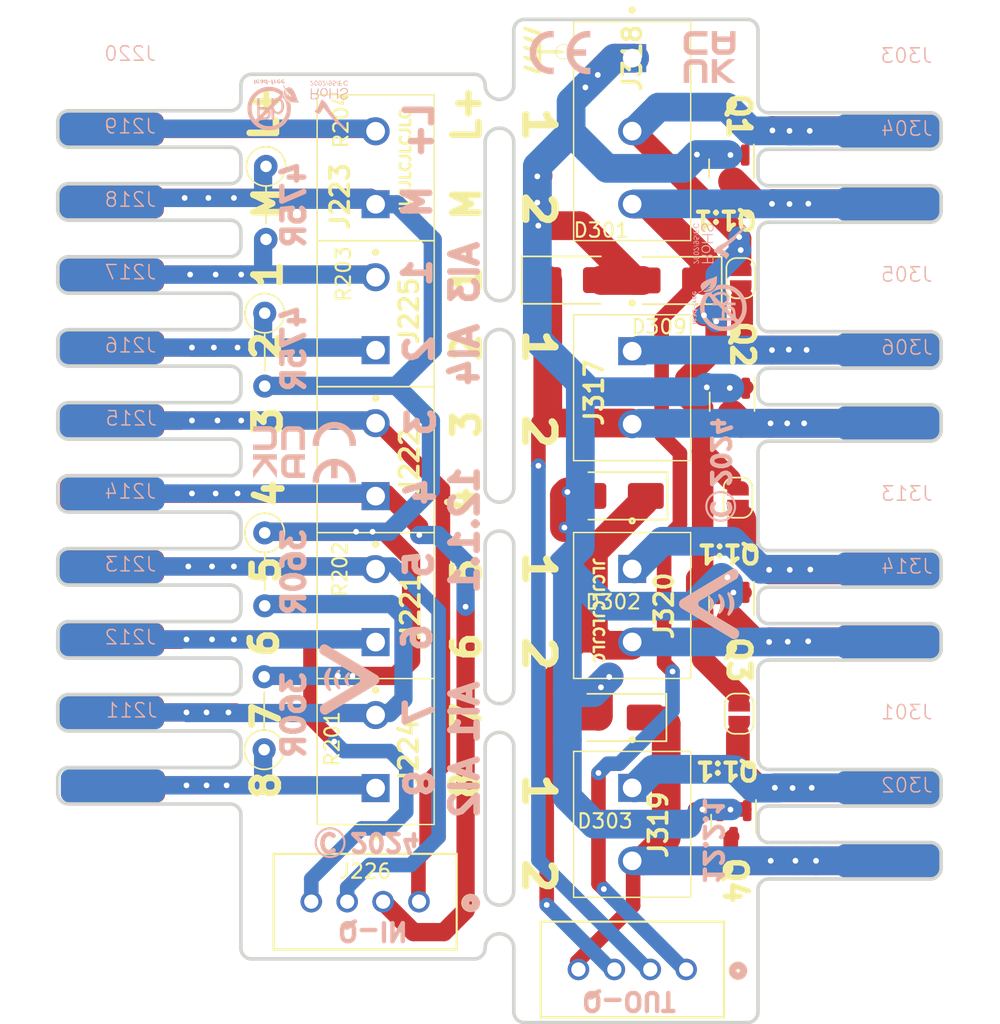
<source format=kicad_pcb>
(kicad_pcb (version 20221018) (generator pcbnew)
  (layers (0 "F.Cu" signal) (31 "B.Cu" signal) (34 "B.Paste" user) (35 "F.Paste" user) (36 "B.SilkS" user "B.Silkscreen") (37 "F.SilkS" user "F.Silkscreen") (38 "B.Mask" user) (39 "F.Mask" user) (44 "Edge.Cuts" user))
  (net 0 "")
  (net 1 "Net-(J306-Pin_1)")
  (net 2 "Net-(J302-Pin_1)")
  (net 3 "Net-(J304-Pin_1)")
  (net 4 "Net-(J201-Pin_1)")
  (net 5 "Net-(J202-Pin_1)")
  (net 6 "Net-(J203-Pin_1)")
  (net 7 "Net-(J204-Pin_1)")
  (net 8 "Net-(J205-Pin_1)")
  (net 9 "Net-(J206-Pin_1)")
  (net 10 "Net-(J207-Pin_1)")
  (net 11 "Net-(J208-Pin_1)")
  (net 12 "M")
  (net 13 "Net-(J210-Pin_1)")
  (net 14 "Net-(J301-Pin_1)")
  (net 15 "Net-(J303-Pin_1)")
  (net 16 "Net-(J305-Pin_1)")
  (net 17 "Net-(J314-Pin_1)")
  (net 18 "Net-(J313-Pin_1)")
  (net 19 "GNDPWR")
  (footprint "PCB_Library:1729128" (layer "F.Cu") (at 110.5 87.65 -90)
    (fp_text reference "J317")
    (fp_text value " DB128L-5.08-2P-BK-S" hide)
  )
  (footprint "PCB_Library:mouse-bite-2mm-slot" (layer "F.Cu") (at 101.3 85.14 90)
    (fp_text reference "mouse-bite-2mm-slot" hide)
    (fp_text value "VAL**" hide)
  )
  (footprint "PCB_Library:mouse-bite-2mm-slot" (layer "F.Cu") (at 101.3 127.2 90)
    (fp_text reference "mouse-bite-2mm-slot" hide)
    (fp_text value "VAL**" hide)
  )
  (footprint "PCB_Library:Conn_pin_PLC" (layer "F.Cu") (at 127.01825 103.115)
    (fp_text reference "J316" hide)
    (fp_text value "Conn_01x01_PAD")
  )
  (footprint "PCB_Library:Conn_pin_PLC" (layer "F.Cu") (at 127.01 118.37)
    (fp_text reference "J308" hide)
    (fp_text value "Conn_01x01_PAD")
  )
  (footprint "PCB_Library:Conn_pin_PLC" (layer "F.Cu") (at 72.97 67.432224)
    (fp_text reference "J210" hide)
    (fp_text value "Conn_01x01_PAD")
  )
  (footprint "PCB_Library:Conn_pin_PLC" (layer "F.Cu") (at 72.97 72.49)
    (fp_text reference "J209" hide)
    (fp_text value "Conn_01x01_PAD")
  )
  (footprint "Diode_SMD:D_SMA" (layer "F.Cu") (at 109.375 113.15 180)
    (fp_text reference "D303")
    (fp_text value "SS34")
  )
  (footprint "Package_TO_SOT_SMD:SOT-23" (layer "F.Cu") (at 117.41825 105.375 -90)
    (fp_text reference "D306" hide)
    (fp_text value "BAT54C")
  )
  (footprint "PCB_Library:Conn_pin_PLC" (layer "F.Cu") (at 127.01 113.28)
    (fp_text reference "J307" hide)
    (fp_text value "Conn_01x01_PAD")
  )
  (footprint "PCB_Library:Conn_pin_PLC" (layer "F.Cu") (at 73 87.733334)
    (fp_text reference "J206" hide)
    (fp_text value "Conn_01x01_PAD")
  )
  (footprint "PCB_Library:Conn_pin_PLC" (layer "F.Cu") (at 127 82.8)
    (fp_text reference "J311" hide)
    (fp_text value "Conn_01x01_PAD")
  )
  (footprint "Jumper:SolderJumper-2_P1.3mm_Open_RoundedPad1.0x1.5mm" (layer "F.Cu") (at 117.94825 112.885 -90)
    (fp_text reference "JP303" hide)
    (fp_text value "SolderJumper_2_Open_PCB")
  )
  (footprint "Diode_SMD:D_SMA" (layer "F.Cu") (at 109.45 97.725 180)
    (fp_text reference "D302")
    (fp_text value "SS34")
  )
  (footprint "PCB_Library:Conn_pin_PLC" (layer "F.Cu") (at 72.99 108.044446)
    (fp_text reference "J202" hide)
    (fp_text value "Conn_01x01_PAD")
  )
  (footprint "Jumper:SolderJumper-2_P1.3mm_Open_RoundedPad1.0x1.5mm" (layer "F.Cu") (at 117.86825 97.845 -90)
    (fp_text reference "JP302" hide)
    (fp_text value "SolderJumper_2_Open_PCB")
  )
  (footprint "Resistor_THT:R_Axial_DIN0207_L6.3mm_D2.5mm_P5.08mm_Vertical" (layer "F.Cu") (at 85.00825 74.782224 -90)
    (fp_text reference "R204")
    (fp_text value "475R")
  )
  (footprint "PCB_Library:1729128" (layer "F.Cu") (at 92.64 97.74 90)
    (fp_text reference "J222")
    (fp_text value "Dorabo-DB128L_5_08_2P_BKS" hide)
  )
  (footprint "PCB_Library:Conn_pin_PLC" (layer "F.Cu") (at 73 102.966668)
    (fp_text reference "J203" hide)
    (fp_text value "Conn_01x01_PAD")
  )
  (footprint "Resistor_THT:R_Axial_DIN0207_L6.3mm_D2.5mm_P5.08mm_Vertical" (layer "F.Cu") (at 84.91825 100.297224 -90)
    (fp_text reference "R202")
    (fp_text value "360R")
  )
  (footprint "PCB_Library:Conn_pin_PLC" (layer "F.Cu") (at 72.99 77.587778)
    (fp_text reference "J208" hide)
    (fp_text value "Conn_01x01_PAD")
  )
  (footprint "PCB_Library:1729128" (layer "F.Cu") (at 92.64 118.06 90)
    (fp_text reference "J224")
    (fp_text value "Dorabo-DB128L_5_08_2P_BKS" hide)
  )
  (footprint "PCB_Library:1729128" (layer "F.Cu") (at 110.5 102.81 -90)
    (fp_text reference "J320")
    (fp_text value "DB128L-5.08-2P-BK-S" hide)
  )
  (footprint "Package_TO_SOT_SMD:SOT-23" (layer "F.Cu") (at 117.55825 120.565 -90)
    (fp_text reference "D305" hide)
    (fp_text value "BAT54C")
  )
  (footprint "Diode_SMD:D_SMA" (layer "F.Cu") (at 106.325 82.7)
    (fp_text reference "D301")
    (fp_text value "SS34")
  )
  (footprint "Resistor_THT:R_Axial_DIN0207_L6.3mm_D2.5mm_P5.08mm_Vertical" (layer "F.Cu") (at 84.87825 115.392224 90)
    (fp_text reference "R201")
    (fp_text value "360R")
  )
  (footprint "PCB_Library:CONN_B04B-XASK-1_JST" (layer "F.Cu") (at 95.66 125.97)
    (fp_text reference "J226")
    (fp_text value "B04B-XASK-1")
  )
  (footprint "PCB_Library:Conn_pin_PLC" (layer "F.Cu") (at 73.06175 113.165)
    (fp_text reference "J201" hide)
    (fp_text value "Conn_01x01_PAD")
  )
  (footprint "PCB_Library:Conn_pin_PLC" (layer "F.Cu") (at 127.02 87.89)
    (fp_text reference "J312" hide)
    (fp_text value "Conn_01x01_PAD")
  )
  (footprint "Package_TO_SOT_SMD:SOT-23" (layer "F.Cu") (at 117.45825 91.165 -90)
    (fp_text reference "D308" hide)
    (fp_text value "BAT54C")
  )
  (footprint "PCB_Library:XY128V-A-5.08-3P" (layer "F.Cu") (at 110.5 67.25 -90)
    (fp_text reference "J318")
    (fp_text value "DB128L-5.08-3P-BK-S" hide)
  )
  (footprint "PCB_Library:Conn_pin_PLC" (layer "F.Cu") (at 127.02 98.06)
    (fp_text reference "J315" hide)
    (fp_text value "Conn_01x01_PAD")
  )
  (footprint "PCB_Library:mouse-bite-2mm-slot" (layer "F.Cu") (at 101.3 99.16 90)
    (fp_text reference "mouse-bite-2mm-slot" hide)
    (fp_text value "VAL**" hide)
  )
  (footprint "Diode_SMD:D_SMA" (layer "F.Cu") (at 113.225 82.725 180)
    (fp_text reference "D309")
    (fp_text value "SS34")
  )
  (footprint "PCB_Library:mouse-bite-2mm-slot" (layer "F.Cu") (at 101.3 113.17 90)
    (fp_text reference "mouse-bite-2mm-slot" hide)
    (fp_text value "VAL**" hide)
  )
  (footprint "Resistor_THT:R_Axial_DIN0207_L6.3mm_D2.5mm_P5.08mm_Vertical" (layer "F.Cu") (at 84.91825 85.002224 -90)
    (fp_text reference "R203")
    (fp_text value "475R")
  )
  (footprint "PCB_Library:Conn_pin_PLC" (layer "F.Cu") (at 72.99 97.89889)
    (fp_text reference "J204" hide)
    (fp_text value "Conn_01x01_PAD")
  )
  (footprint "PCB_Library:Conn_pin_PLC" (layer "F.Cu") (at 73 82.645556)
    (fp_text reference "J207" hide)
    (fp_text value "Conn_01x01_PAD")
  )
  (footprint "PCB_Library:Conn_pin_PLC" (layer "F.Cu") (at 72.97175 92.835)
    (fp_text reference "J205" hide)
    (fp_text value "Conn_01x01_PAD")
  )
  (footprint "PCB_Library:1729128" (layer "F.Cu") (at 92.64 107.9 90)
    (fp_text reference "J221")
    (fp_text value "Dorabo-DB128L_5_08_2P_BKS" hide)
  )
  (footprint "Jumper:SolderJumper-2_P1.3mm_Open_RoundedPad1.0x1.5mm" (layer "F.Cu") (at 118.05825 82.565 -90)
    (fp_text reference "JP301" hide)
    (fp_text value "SolderJumper_2_Open_PCB")
  )
  (footprint "PCB_Library:1729128" (layer "F.Cu") (at 92.64 77.42 90)
    (fp_text reference "J223")
    (fp_text value "Dorabo-DB128L_5_08_2P_BKS" hide)
  )
  (footprint "PCB_Library:Conn_pin_PLC" (layer "F.Cu") (at 126.99 72.65)
    (fp_text reference "J310" hide)
    (fp_text value "Conn_01x01_PAD")
  )
  (footprint "PCB_Library:1729128" (layer "F.Cu") (at 92.64 87.58 90)
    (fp_text reference "J225")
    (fp_text value "Dorabo-DB128L_5_08_2P_BKS" hide)
  )
  (footprint "PCB_Library:mouse-bite-2mm-slot" (layer "F.Cu") (at 101.29 71.11 90)
    (fp_text reference "mouse-bite-2mm-slot" hide)
    (fp_text value "VAL**" hide)
  )
  (footprint "PCB_Library:Conn_pin_PLC" (layer "F.Cu") (at 126.99 67.57)
    (fp_text reference "J309" hide)
    (fp_text value "Conn_01x01_PAD")
  )
  (footprint "PCB_Library:1729128" (layer "F.Cu") (at 110.5 118.05 -90)
    (fp_text reference "J319")
    (fp_text value "DB128L-5.08-2P-BK-S" hide)
  )
  (footprint "Package_TO_SOT_SMD:SOT-23" (layer "F.Cu") (at 117.41825 74.935 -90)
    (fp_text reference "D307" hide)
    (fp_text value "BAT54C")
  )
  (footprint "PCB_Library:CONN_B04B-XASK-1_JST" (layer "F.Cu") (at 114.26 130.69)
    (fp_text reference "J321" hide)
    (fp_text value "B04B-XASK-1")
  )
  (footprint "PCB_Library:Conn_pin_PLC" (layer "B.Cu") (at 129.6265 118.37 180)
    (fp_text reference "J302")
    (fp_text value "Conn_01x01_PAD")
  )
  (footprint "PCB_Library:Conn_pin_PLC" (layer "B.Cu") (at 129.6365 103.13 180)
    (fp_text reference "J314")
    (fp_text value "Conn_01x01_PAD")
  )
  (footprint "PCB_Library:Conn_pin_PLC" (layer "B.Cu") (at 75.5665 108.062224 180)
    (fp_text reference "J212")
    (fp_text value "Conn_01x01_PAD")
  )
  (footprint "PCB_Library:Conn_pin_PLC" (layer "B.Cu") (at 75.5765 87.742224 180)
    (fp_text reference "J216")
    (fp_text value "Conn_01x01_PAD")
  )
  (footprint "PCB_Library:Conn_pin_PLC" (layer "B.Cu") (at 75.5765 102.982224 180)
    (fp_text reference "J213")
    (fp_text value "Conn_01x01_PAD")
  )
  (footprint "PCB_Library:Conn_pin_PLC" (layer "B.Cu") (at 75.5765 82.652224 180)
    (fp_text reference "J217")
    (fp_text value "Conn_01x01_PAD")
  )
  (footprint "PCB_Library:Conn_pin_PLC" (layer "B.Cu") (at 129.6365 87.89 180)
    (fp_text reference "J306")
    (fp_text value "Conn_01x01_PAD")
  )
  (footprint "LOGO" (layer "B.Cu") (at 89.91 95.01 -90)
    (fp_text reference "G***" hide)
    (fp_text value "LOGO" hide)
  )
  (footprint "LOGO" (layer "B.Cu") (at 115.92825 67.132404)
    (fp_text reference "G***" hide)
    (fp_text value "LOGO" hide)
  )
  (footprint "LOGO" (layer "B.Cu") (at 105.806877 66.713145)
    (fp_text reference "G***" hide)
    (fp_text value "LOGO" hide)
  )
  (footprint "LOGO" (layer "B.Cu") (at 116.57825 82.495 90)
    (fp_text reference "G***" hide)
    (fp_text value "LOGO" hide)
  )
  (footprint "PCB_Library:Conn_pin_PLC" (layer "B.Cu") (at 75.5465 72.492224 180)
    (fp_text reference "J219")
    (fp_text value "Conn_01x01_PAD")
  )
  (footprint "PCB_Library:Conn_pin_PLC" (layer "B.Cu") (at 129.6265 98.06 180)
    (fp_text reference "J313")
    (fp_text value "Conn_01x01_PAD")
  )
  (footprint "PCB_Library:Conn_pin_PLC" (layer "B.Cu") (at 75.64825 113.152224 180)
    (fp_text reference "J211")
    (fp_text value "Conn_01x01_PAD")
  )
  (footprint "PCB_Library:Conn_pin_PLC" (layer "B.Cu") (at 129.6165 113.28 180)
    (fp_text reference "J301")
    (fp_text value "Conn_01x01_PAD")
  )
  (footprint "PCB_Library:Conn_pin_PLC" (layer "B.Cu") (at 75.5665 97.912224 180)
    (fp_text reference "J214")
    (fp_text value "Conn_01x01_PAD")
  )
  (footprint "PCB_Library:Conn_pin_PLC" (layer "B.Cu") (at 129.5965 67.57 180)
    (fp_text reference "J303")
    (fp_text value "Conn_01x01_PAD")
  )
  (footprint "PCB_Library:Conn_pin_PLC" (layer "B.Cu") (at 129.62 72.65 180)
    (fp_text reference "J304")
    (fp_text value "Conn_01x01_PAD")
  )
  (footprint "LOGO" (layer "B.Cu") (at 85.95 94.71 -90)
    (fp_text reference "G***" hide)
    (fp_text value "LOGO" hide)
  )
  (footprint "PCB_Library:Conn_pin_PLC" (layer "B.Cu") (at 75.62825 92.825 180)
    (fp_text reference "J215")
    (fp_text value "Conn_01x01_PAD")
  )
  (footprint "LOGO" (layer "B.Cu") (at 87.21825 70.503224)
    (fp_text reference "G***" hide)
    (fp_text value "LOGO" hide)
  )
  (footprint "PCB_Library:Conn_pin_PLC" (layer "B.Cu") (at 75.5665 77.592224 180)
    (fp_text reference "J218")
    (fp_text value "Conn_01x01_PAD")
  )
  (footprint "PCB_Library:Conn_pin_PLC" (layer "B.Cu") (at 129.6165 82.81 180)
    (fp_text reference "J305")
    (fp_text value "Conn_01x01_PAD")
  )
  (footprint "PCB_Library:Conn_pin_PLC" (layer "B.Cu") (at 75.5465 67.432224 180)
    (fp_text reference "J220")
    (fp_text value "Conn_01x01_PAD")
  )
  (gr_poly (pts (xy 117.620464 105.304575) (xy 117.615942 105.36337) (xy 117.608508 105.421054) (xy 117.598245 105.477545) (xy 117.585235 105.532764) (xy 117.569562 105.586628) (xy 117.551309 105.639057) (xy 117.530559 105.68997) (xy 117.507395 105.739285) (xy 117.481901 105.786921) (xy 117.454159 105.832797) (xy 117.424252 105.876833) (xy 117.392265 105.918946) (xy 117.358279 105.959057) (xy 117.322378 105.997083) (xy 117.284645 106.032944) (xy 117.284645 106.034135) (xy 117.278112 106.039973) (xy 117.271375 106.045867) (xy 117.257658 106.057749) (xy 117.257354 106.057976) (xy 117.257044 106.058196) (xy 117.256729 106.058407) (xy 117.256409 106.05861) (xy 117.256084 106.058804) (xy 117.255753 106.05899) (xy 117.255418 106.059168) (xy 117.255078 106.059337) (xy 117.253032 106.060435) (xy 117.250957 106.061471) (xy 117.248856 106.062445) (xy 117.246729 106.063356) (xy 117.244578 106.064204) (xy 117.242406 106.064989) (xy 117.240212 106.06571) (xy 117.237998 106.066366) (xy 117.235767 106.066958) (xy 117.233518 106.067485) (xy 117.231255 106.067946) (xy 117.228977 106.068342) (xy 117.226687 106.068671) (xy 117.224386 106.068934) (xy 117.222075 106.06913) (xy 117.219756 106.069258) (xy 117.215464 106.069138) (xy 117.211221 106.068781) (xy 117.207031 106.068193) (xy 117.2029 106.067378) (xy 117.198831 106.066342) (xy 117.194828 106.065089) (xy 117.190896 106.063626) (xy 117.187039 106.061956) (xy 117.183261 106.060086) (xy 117.179566 106.05802) (xy 117.175959 106.055763) (xy 117.172443 106.053321) (xy 117.169023 106.050698) (xy 117.165704 106.0479) (xy 117.162488 106.044932) (xy 117.159382 106.041799) (xy 117.156388 106.038506) (xy 117.153511 106.035059) (xy 117.150755 106.031461) (xy 117.148125 106.02772) (xy 117.145624 106.023839) (xy 117.143258 106.019823) (xy 117.141029 106.015679) (xy 117.138943 106.01141) (xy 117.137003 106.007023) (xy 117.135214 106.002522) (xy 117.133579 105.997912) (xy 117.132104 105.993199) (xy 117.130793 105.988387) (xy 117.129648 105.983482) (xy 117.128676 105.978489) (xy 117.12788 105.973413) (xy 117.127338 105.970692) (xy 117.126873 105.967958) (xy 117.126484 105.965214) (xy 117.126172 105.96246) (xy 117.125937 105.959699) (xy 117.12578 105.956932) (xy 117.1257 105.95416) (xy 117.125697 105.951386) (xy 117.125697 105.948013) (xy 117.125737 105.945892) (xy 117.125823 105.943773) (xy 117.125954 105.941657) (xy 117.12613 105.939545) (xy 117.126351 105.937437) (xy 117.126617 105.935334) (xy 117.126928 105.933237) (xy 117.127284 105.931146) (xy 117.127307 105.930292) (xy 117.127371 105.929442) (xy 117.127471 105.928597) (xy 117.127604 105.927753) (xy 117.127763 105.926913) (xy 117.127944 105.926074) (xy 117.128351 105.924399) (xy 117.12921 105.921044) (xy 117.129405 105.920201) (xy 117.129582 105.919355) (xy 117.129737 105.918505) (xy 117.129864 105.917652) (xy 117.132841 105.908127) (xy 117.133208 105.906956) (xy 117.133598 105.905793) (xy 117.134011 105.904639) (xy 117.134447 105.903492) (xy 117.134905 105.902355) (xy 117.135385 105.901227) (xy 117.135888 105.900108) (xy 117.136413 105.898999) (xy 117.137753 105.896581) (xy 117.139059 105.894145) (xy 117.140328 105.89169) (xy 117.141562 105.889218) (xy 117.14276 105.886728) (xy 117.143922 105.88422) (xy 117.145047 105.881696) (xy 117.146136 105.879155) (xy 117.146586 105.878269) (xy 117.147056 105.877395) (xy 117.147547 105.876532) (xy 117.148058 105.875682) (xy 117.14859 105.874844) (xy 117.149141 105.874019) (xy 117.149712 105.873207) (xy 117.150303 105.872408) (xy 117.151658 105.870488) (xy 117.153045 105.868592) (xy 117.154463 105.866719) (xy 117.155912 105.86487) (xy 117.157391 105.863046) (xy 117.158901 105.861246) (xy 117.160441 105.859472) (xy 117.162011 105.857723) (xy 117.161143 105.858513) (xy 117.160288 105.859315) (xy 117.159445 105.86013) (xy 117.158615 105.860958) (xy 117.157798 105.861798) (xy 117.156994 105.86265) (xy 117.156204 105.863514) (xy 117.155427 105.864391) (xy 117.154663 105.865279) (xy 117.153913 105.866178) (xy 117.153177 105.86709) (xy 117.152455 105.868012) (xy 117.151747 105.868946) (xy 117.151053 105.869891) (xy 117.150373 105.870847) (xy 117.149708 105.871813) (xy 117.165045 105.838961) (xy 117.179563 105.805093) (xy 117.193239 105.770248) (xy 117.206049 105.73446) (xy 117.217969 105.697767) (xy 117.228976 105.660204) (xy 117.239047 105.621808) (xy 117.248158 105.582615) (xy 117.256285 105.542662) (xy 117.263404 105.501985) (xy 117.269493 105.46062) (xy 117.274528 105.418603) (xy 117.278485 105.375972) (xy 117.281341 105.332762) (xy 117.283071 105.289009) (xy 117.283653 105.24475) (xy 117.283041 105.199593) (xy 117.281223 105.154933) (xy 117.278223 105.110812) (xy 117.274069 105.067273) (xy 117.268786 105.024357) (xy 117.2624 104.982106) (xy 117.254936 104.940562) (xy 117.246421 104.899767) (xy 117.236881 104.859762) (xy 117.226341 104.82059) (xy 117.214827 104.782293) (xy 117.202365 104.744911) (xy 117.188981 104.708488) (xy 117.174701 104.673064) (xy 117.159551 104.638683) (xy 117.143556 104.605385) (xy 117.143157 104.6048) (xy 117.142769 104.604208) (xy 117.142392 104.603609) (xy 117.142027 104.603003) (xy 117.141675 104.602391) (xy 117.141333 104.601772) (xy 117.141004 104.601147) (xy 117.140687 104.600515) (xy 117.140382 104.599878) (xy 117.14009 104.599235) (xy 117.139809 104.598586) (xy 117.139541 104.597932) (xy 117.139286 104.597272) (xy 117.139043 104.596608) (xy 117.138813 104.595939) (xy 117.138595 104.595265) (xy 117.137014 104.591857) (xy 117.135533 104.588411) (xy 117.134154 104.584928) (xy 117.132877 104.58141) (xy 117.131702 104.57786) (xy 117.130631 104.574279) (xy 117.129663 104.570671) (xy 117.128799 104.567038) (xy 117.12804 104.563381) (xy 117.127386 104.559703) (xy 117.126838 104.556006) (xy 117.126395 104.552293) (xy 117.126059 104.548566) (xy 117.125831 104.544826) (xy 117.12571 104.541077) (xy 117.125697 104.537321) (xy 117.125817 104.531331) (xy 117.126175 104.525422) (xy 117.126764 104.5196) (xy 117.127579 104.513873) (xy 117.129861 104.502733) (xy 117.132974 104.492058) (xy 117.136872 104.481907) (xy 117.141509 104.472336) (xy 117.146836 104.463404) (xy 117.152808 104.455168) (xy 117.156022 104.451328) (xy 117.159378 104.447685) (xy 117.162873 104.444244) (xy 117.166499 104.441013) (xy 117.170251 104.437999) (xy 117.174123 104.435209) (xy 117.17811 104.432651) (xy 117.182205 104.430332) (xy 117.186403 104.428259) (xy 117.190697 104.426438) (xy 117.195083 104.424878) (xy 117.199553 104.423586) (xy 117.204103 104.422568) (xy 117.208726 104.421832) (xy 117.213417 104.421385) (xy 117.218169 104.421235) (xy 117.221043 104.421331) (xy 117.223905 104.421531) (xy 117.226753 104.421834) (xy 117.229583 104.422238) (xy 117.232394 104.422744) (xy 117.235181 104.423349) (xy 117.237944 104.424054) (xy 117.240678 104.424857) (xy 117.243382 104.425758) (xy 117.246053 104.426756) (xy 117.248688 104.427849) (xy 117.251284 104.429038) (xy 117.253839 104.430321) (xy 117.25635 104.431698) (xy 117.258814 104.433167) (xy 117.26123 104.434729) (xy 117.263537 104.436681) (xy 117.265843 104.438666) (xy 117.270457 104.442716) (xy 117.275071 104.446839) (xy 117.279684 104.451) (xy 117.317865 104.486924) (xy 117.354215 104.525127) (xy 117.388646 104.565511) (xy 117.421071 104.60798) (xy 117.451404 104.652436) (xy 117.479556 104.698782) (xy 117.505441 104.74692) (xy 117.528972 104.796753) (xy 117.55006 104.848184) (xy 117.56862 104.901114) (xy 117.584564 104.955448) (xy 117.597805 105.011087) (xy 117.608255 105.067934) (xy 117.615827 105.125892) (xy 117.620434 105.184863) (xy 117.621989 105.24475)) (fill solid) (layer "B.SilkS"))
  (gr_line (start 115.064725 105.421757) (end 115.089331 105.438028) (stroke (width 0.00496)) (layer "B.SilkS"))
  (gr_poly (pts (xy 116.197048 105.282376) (xy 116.193636 105.318202) (xy 116.18803 105.353366) (xy 116.180294 105.387817) (xy 116.170495 105.421503) (xy 116.158697 105.454372) (xy 116.144966 105.486372) (xy 116.129367 105.517453) (xy 116.111966 105.547561) (xy 116.092829 105.576645) (xy 116.07202 105.604654) (xy 116.049605 105.631536) (xy 116.025649 105.657238) (xy 116.000218 105.68171) (xy 115.973377 105.704899) (xy 115.945192 105.726754) (xy 115.925349 105.74124) (xy 115.923364 105.74124) (xy 115.921765 105.741959) (xy 115.920151 105.74264) (xy 115.918523 105.743281) (xy 115.916881 105.743883) (xy 115.915226 105.744446) (xy 115.913559 105.74497) (xy 115.911881 105.745453) (xy 115.910191 105.745897) (xy 115.908492 105.7463) (xy 115.906784 105.746664) (xy 115.905066 105.746986) (xy 115.903341 105.747269) (xy 115.901609 105.74751) (xy 115.899871 105.747711) (xy 115.898126 105.74787) (xy 115.896377 105.747988) (xy 115.893184 105.747917) (xy 115.890025 105.747705) (xy 115.886901 105.747354) (xy 115.883816 105.746867) (xy 115.880774 105.746247) (xy 115.877778 105.745497) (xy 115.874832 105.74462) (xy 115.871938 105.743618) (xy 115.8691 105.742495) (xy 115.866322 105.741253) (xy 115.863607 105.739895) (xy 115.860959 105.738424) (xy 115.85838 105.736842) (xy 115.855874 105.735154) (xy 115.853444 105.73336) (xy 115.851094 105.731466) (xy 115.848828 105.729472) (xy 115.846648 105.727382) (xy 115.844559 105.7252) (xy 115.842562 105.722926) (xy 115.840663 105.720566) (xy 115.838863 105.718121) (xy 115.837167 105.715594) (xy 115.835578 105.712989) (xy 115.8341 105.710307) (xy 115.832735 105.707553) (xy 115.831487 105.704727) (xy 115.830359 105.701835) (xy 115.829356 105.698878) (xy 115.82848 105.695859) (xy 115.827734 105.692781) (xy 115.827122 105.689647) (xy 115.82678 105.687982) (xy 115.826486 105.686308) (xy 115.82624 105.684627) (xy 115.826042 105.68294) (xy 115.825892 105.681248) (xy 115.825791 105.679553) (xy 115.825737 105.677854) (xy 115.825733 105.676153) (xy 115.825733 105.674963) (xy 115.825637 105.673675) (xy 115.825568 105.672385) (xy 115.825526 105.671094) (xy 115.825513 105.669803) (xy 115.825526 105.668512) (xy 115.825568 105.667222) (xy 115.825637 105.665932) (xy 115.825733 105.664644) (xy 115.826035 105.663641) (xy 115.826321 105.662633) (xy 115.826593 105.661622) (xy 115.826849 105.660606) (xy 115.827089 105.659587) (xy 115.827314 105.658564) (xy 115.827523 105.657538) (xy 115.827717 105.656508) (xy 115.830099 105.650555) (xy 115.830355 105.649831) (xy 115.83063 105.649115) (xy 115.830925 105.648407) (xy 115.831238 105.647707) (xy 115.83157 105.647016) (xy 115.831921 105.646334) (xy 115.832291 105.645661) (xy 115.832678 105.644999) (xy 115.833694 105.643584) (xy 115.834663 105.642168) (xy 115.835594 105.640747) (xy 115.836498 105.639318) (xy 115.838259 105.636432) (xy 115.84002 105.633489) (xy 115.840375 105.632938) (xy 115.840743 105.632394) (xy 115.841122 105.63186) (xy 115.841514 105.631334) (xy 115.841917 105.630817) (xy 115.842332 105.630309) (xy 115.842758 105.629811) (xy 115.843196 105.629322) (xy 115.84422 105.628142) (xy 115.845264 105.62698) (xy 115.846328 105.625836) (xy 115.847411 105.624709) (xy 115.848512 105.623602) (xy 115.849632 105.622513) (xy 115.85077 105.621443) (xy 115.851927 105.620392) (xy 115.851291 105.620851) (xy 115.850664 105.621321) (xy 115.850044 105.621801) (xy 115.849433 105.622291) (xy 115.848831 105.622791) (xy 115.848237 105.623302) (xy 115.847652 105.623822) (xy 115.847076 105.624351) (xy 115.846508 105.624891) (xy 115.84595 105.625439) (xy 115.845401 105.625998) (xy 115.844862 105.626565) (xy 115.844331 105.627142) (xy 115.843811 105.627727) (xy 115.8433 105.628322) (xy 115.842799 105.628925) (xy 115.866605 105.583298) (xy 115.887192 105.536569) (xy 115.904563 105.488899) (xy 115.918716 105.440447) (xy 115.929655 105.391375) (xy 115.937378 105.341841) (xy 115.941888 105.292007) (xy 115.943186 105.242033) (xy 115.941272 105.192078) (xy 115.936148 105.142304) (xy 115.927814 105.092869) (xy 115.916272 105.043935) (xy 115.901522 104.995662) (xy 115.883565 104.948209) (xy 115.862403 104.901738) (xy 115.838036 104.856408) (xy 115.837481 104.855693) (xy 115.836949 104.854962) (xy 115.83644 104.854214) (xy 115.835956 104.853451) (xy 115.835496 104.852674) (xy 115.835061 104.851881) (xy 115.834651 104.851075) (xy 115.834266 104.850256) (xy 115.833114 104.848222) (xy 115.832033 104.846153) (xy 115.831025 104.844053) (xy 115.83009 104.841923) (xy 115.829228 104.839766) (xy 115.82844 104.837582) (xy 115.827727 104.835374) (xy 115.827088 104.833144) (xy 115.826525 104.830893) (xy 115.826038 104.828625) (xy 115.825628 104.82634) (xy 115.825294 104.82404) (xy 115.825038 104.821728) (xy 115.82486 104.819405) (xy 115.824761 104.817074) (xy 115.824741 104.814736) (xy 115.824788 104.811255) (xy 115.825006 104.807796) (xy 115.825393 104.804364) (xy 115.825948 104.800966) (xy 115.826667 104.797607) (xy 115.827548 104.794293) (xy 115.828589 104.79103) (xy 115.829787 104.787823) (xy 115.831141 104.784678) (xy 115.832647 104.781602) (xy 115.834304 104.7786) (xy 115.836109 104.775677) (xy 115.83806 104.77284) (xy 115.840155 104.770095) (xy 115.84239 104.767446) (xy 115.844765 104.764901) (xy 115.847263 104.762476) (xy 115.849867 104.760188) (xy 115.85257 104.75804) (xy 115.855368 104.756033) (xy 115.858255 104.75417) (xy 115.861223 104.752454) (xy 115.864269 104.750887) (xy 115.867386 104.749472) (xy 115.870569 104.74821) (xy 115.873811 104.747105) (xy 115.877107 104.746158) (xy 115.880451 104.745373) (xy 115.883837 104.744752) (xy 115.88726 104.744296) (xy 115.890715 104.744009) (xy 115.894194 104.743894) (xy 115.896299 104.74394) (xy 115.898398 104.744051) (xy 115.90049 104.744227) (xy 115.902572 104.744468) (xy 115.904645 104.744772) (xy 115.906705 104.74514) (xy 115.908752 104.74557) (xy 115.910785 104.746064) (xy 115.912801 104.74662) (xy 115.9148 104.747238) (xy 115.91678 104.747918) (xy 115.918739 104.748659) (xy 115.920676 104.749461) (xy 115.92259 104.750323) (xy 115.924478 104.751246) (xy 115.926341 104.752228) (xy 115.928061 104.753371) (xy 115.929795 104.75456) (xy 115.931538 104.755786) (xy 115.933286 104.75704) (xy 115.936777 104.759595) (xy 115.940231 104.76215) (xy 115.96893 104.784071) (xy 115.996268 104.807379) (xy 116.022177 104.832015) (xy 116.046591 104.857918) (xy 116.06944 104.885029) (xy 116.090658 104.913288) (xy 116.110177 104.942637) (xy 116.127928 104.973015) (xy 116.143845 105.004362) (xy 116.15786 105.03662) (xy 116.169904 105.069728) (xy 116.17991 105.103627) (xy 116.18781 105.138257) (xy 116.193537 105.173559) (xy 116.195565 105.191444) (xy 116.197023 105.209474) (xy 116.197904 105.227642) (xy 116.1982 105.245941)) (fill solid) (layer "B.SilkS"))
  (gr_circle (center 116.662251 98.452999) (end 115.662251 98.452999) (stroke (width 0.15)) (fill none) (layer "B.SilkS"))
  (gr_poly (pts (xy 116.935683 105.289885) (xy 116.931952 105.337466) (xy 116.925665 105.384564) (xy 116.916868 105.431086) (xy 116.905603 105.476936) (xy 116.891914 105.52202) (xy 116.875843 105.566243) (xy 116.857434 105.609511) (xy 116.836731 105.651729) (xy 116.813776 105.692802) (xy 116.788613 105.732636) (xy 116.761285 105.771137) (xy 116.731836 105.80821) (xy 116.700308 105.84376) (xy 116.666746 105.877692) (xy 116.631191 105.909912) (xy 116.62517 105.914855) (xy 116.619037 105.919834) (xy 116.612829 105.924814) (xy 116.606585 105.929756) (xy 116.606468 105.92987) (xy 116.606348 105.929981) (xy 116.606225 105.930088) (xy 116.606099 105.930192) (xy 116.605971 105.930292) (xy 116.605839 105.930388) (xy 116.605706 105.930481) (xy 116.60557 105.930571) (xy 116.605431 105.930656) (xy 116.605291 105.930738) (xy 116.605148 105.930816) (xy 116.605003 105.930889) (xy 116.604855 105.930959) (xy 116.604706 105.931025) (xy 116.604555 105.931087) (xy 116.604402 105.931145) (xy 116.602468 105.932136) (xy 116.600511 105.933072) (xy 116.598531 105.933953) (xy 116.59653 105.934779) (xy 116.594508 105.935549) (xy 116.592467 105.936264) (xy 116.590408 105.936923) (xy 116.588332 105.937525) (xy 116.586241 105.93807) (xy 116.584135 105.938559) (xy 116.582016 105.93899) (xy 116.579885 105.939363) (xy 116.577743 105.939679) (xy 116.575591 105.939936) (xy 116.573431 105.940134) (xy 116.571263 105.940274) (xy 116.567168 105.939934) (xy 116.563127 105.939413) (xy 116.559144 105.938714) (xy 116.555224 105.937842) (xy 116.55137 105.936801) (xy 116.547586 105.935595) (xy 116.543878 105.934228) (xy 116.540248 105.932703) (xy 116.536702 105.931026) (xy 116.533243 105.9292) (xy 116.529875 105.927228) (xy 116.526604 105.925116) (xy 116.523432 105.922867) (xy 116.520364 105.920485) (xy 116.517405 105.917974) (xy 116.514558 105.915339) (xy 116.511828 105.912583) (xy 116.509219 105.90971) (xy 116.506734 105.906725) (xy 116.504379 105.903631) (xy 116.502158 105.900432) (xy 116.500073 105.897133) (xy 116.498131 105.893738) (xy 116.496335 105.89025) (xy 116.494689 105.886675) (xy 116.493197 105.883014) (xy 116.491863 105.879274) (xy 116.490693 105.875457) (xy 116.489689 105.871568) (xy 116.488856 105.867611) (xy 116.488198 105.86359) (xy 116.48772 105.85951) (xy 116.487265 105.857205) (xy 116.486876 105.85489) (xy 116.486553 105.852566) (xy 116.486296 105.850234) (xy 116.486106 105.847895) (xy 116.485982 105.845552) (xy 116.485925 105.843205) (xy 116.485935 105.840856) (xy 116.485935 105.838078) (xy 116.485946 105.83628) (xy 116.486005 105.834483) (xy 116.486109 105.832689) (xy 116.48626 105.830899) (xy 116.486457 105.829113) (xy 116.4867 105.827332) (xy 116.486989 105.825558) (xy 116.487324 105.823791) (xy 116.487683 105.822391) (xy 116.488026 105.820986) (xy 116.48835 105.819578) (xy 116.488657 105.818165) (xy 116.488946 105.816749) (xy 116.489217 105.815329) (xy 116.48947 105.813906) (xy 116.489705 105.812479) (xy 116.489725 105.811928) (xy 116.489784 105.811389) (xy 116.489876 105.810861) (xy 116.489999 105.810343) (xy 116.490149 105.809833) (xy 116.490322 105.80933) (xy 116.490514 105.808832) (xy 116.490722 105.808337) (xy 116.491168 105.807354) (xy 116.49163 105.806368) (xy 116.492079 105.805369) (xy 116.492288 105.80486) (xy 116.492483 105.804344) (xy 116.492773 105.803359) (xy 116.493094 105.802385) (xy 116.493446 105.801422) (xy 116.493828 105.800471) (xy 116.494241 105.799533) (xy 116.494684 105.798609) (xy 116.495156 105.797698) (xy 116.495658 105.796803) (xy 116.496831 105.794801) (xy 116.497971 105.792809) (xy 116.499084 105.790817) (xy 116.500173 105.788816) (xy 116.501243 105.786796) (xy 116.5023 105.784748) (xy 116.503347 105.782662) (xy 116.504389 105.780531) (xy 116.504816 105.779807) (xy 116.505255 105.779091) (xy 116.505707 105.778383) (xy 116.506173 105.777684) (xy 116.506651 105.776993) (xy 116.507141 105.776311) (xy 116.507644 105.775638) (xy 116.50816 105.774975) (xy 116.509393 105.773324) (xy 116.510658 105.771697) (xy 116.511953 105.770095) (xy 116.513278 105.768519) (xy 116.514634 105.766968) (xy 116.516019 105.765443) (xy 116.517433 105.763945) (xy 116.518875 105.762473) (xy 116.517338 105.763816) (xy 116.515841 105.765203) (xy 116.514385 105.766632) (xy 116.512972 105.768102) (xy 116.511602 105.769613) (xy 116.510277 105.771163) (xy 116.508997 105.772752) (xy 116.507763 105.774379) (xy 116.522673 105.743416) (xy 116.53663 105.712071) (xy 116.549631 105.680366) (xy 116.561669 105.648323) (xy 116.572739 105.615965) (xy 116.582837 105.583314) (xy 116.591957 105.550392) (xy 116.600095 105.51722) (xy 116.607245 105.483822) (xy 116.613401 105.45022) (xy 116.61856 105.416434) (xy 116.622716 105.382488) (xy 116.625864 105.348404) (xy 116.627998 105.314204) (xy 116.629114 105.27991) (xy 116.629207 105.245544) (xy 116.629096 105.21044) (xy 116.627915 105.175413) (xy 116.625671 105.140487) (xy 116.622368 105.105685) (xy 116.618012 105.071032) (xy 116.612609 105.036551) (xy 116.606165 105.002265) (xy 116.598684 104.968198) (xy 116.590173 104.934374) (xy 116.580636 104.900817) (xy 116.570081 104.867549) (xy 116.558511 104.834595) (xy 116.545934 104.801979) (xy 116.532353 104.769723) (xy 116.517776 104.737852) (xy 116.502207 104.706389) (xy 116.501829 104.705904) (xy 116.501462 104.705412) (xy 116.501105 104.704913) (xy 116.500758 104.704406) (xy 116.500422 104.703894) (xy 116.500096 104.703374) (xy 116.499782 104.702848) (xy 116.499478 104.702316) (xy 116.499184 104.701778) (xy 116.498902 104.701234) (xy 116.498631 104.700685) (xy 116.498371 104.700129) (xy 116.498122 104.699569) (xy 116.497885 104.699003) (xy 116.497659 104.698432) (xy 116.497444 104.697856) (xy 116.496048 104.694989) (xy 116.494739 104.692087) (xy 116.493519 104.689151) (xy 116.492388 104.686183) (xy 116.491347 104.683185) (xy 116.490396 104.68016) (xy 116.489535 104.67711) (xy 116.488764 104.674036) (xy 116.488086 104.67094) (xy 116.487499 104.667825) (xy 116.487005 104.664693) (xy 116.486603 104.661545) (xy 116.486295 104.658384) (xy 116.48608 104.655212) (xy 116.48596 104.65203) (xy 116.485935 104.648842) (xy 116.486044 104.643795) (xy 116.486367 104.638816) (xy 116.4869 104.63391) (xy 116.487637 104.629085) (xy 116.488573 104.624345) (xy 116.489702 104.619697) (xy 116.49102 104.615147) (xy 116.49252 104.610702) (xy 116.494199 104.606366) (xy 116.49605 104.602147) (xy 116.498069 104.59805) (xy 116.50025 104.594081) (xy 116.502588 104.590247) (xy 116.505078 104.586553) (xy 116.507714 104.583006) (xy 116.510491 104.579612) (xy 116.513405 104.576376) (xy 116.516449 104.573305) (xy 116.519619 104.570405) (xy 116.522909 104.567682) (xy 116.526315 104.565142) (xy 116.52983 104.562791) (xy 116.53345 104.560635) (xy 116.537169 104.55868) (xy 116.540982 104.556932) (xy 116.544885 104.555398) (xy 116.548871 104.554083) (xy 116.552935 104.552994) (xy 116.557073 104.552136) (xy 116.561279 104.551516) (xy 116.565548 104.551139) (xy 116.569874 104.551012) (xy 116.572503 104.551059) (xy 116.575123 104.551198) (xy 116.577733 104.55143) (xy 116.580328 104.551753) (xy 116.582908 104.552167) (xy 116.585469 104.552671) (xy 116.588009 104.553264) (xy 116.590527 104.553946) (xy 116.593019 104.554716) (xy 116.595483 104.555574) (xy 116.597917 104.556518) (xy 116.600319 104.557548) (xy 116.602685 104.558664) (xy 116.605015 104.559864) (xy 116.607305 104.561149) (xy 116.609553 104.562516) (xy 116.609561 104.562522) (xy 116.613729 104.565833) (xy 116.617896 104.569219) (xy 116.622063 104.572679) (xy 116.62623 104.576214) (xy 116.662023 104.608169) (xy 116.695837 104.64185) (xy 116.727628 104.677165) (xy 116.757353 104.714017) (xy 116.784966 104.752313) (xy 116.810425 104.791959) (xy 116.833685 104.832861) (xy 116.854701 104.874924) (xy 116.873432 104.918054) (xy 116.889831 104.962156) (xy 116.903856 105.007137) (xy 116.915461 105.052902) (xy 116.924604 105.099356) (xy 116.931241 105.146407) (xy 116.935327 105.193958) (xy 116.936818 105.241917)) (fill solid) (layer "B.SilkS"))
  (gr_poly (pts (xy 89.04697 110.443566) (xy 89.051492 110.384771) (xy 89.058926 110.327087) (xy 89.069189 110.270596) (xy 89.082199 110.215377) (xy 89.097872 110.161513) (xy 89.116125 110.109084) (xy 89.136875 110.058171) (xy 89.160039 110.008856) (xy 89.185533 109.96122) (xy 89.213275 109.915344) (xy 89.243182 109.871308) (xy 89.275169 109.829195) (xy 89.309155 109.789084) (xy 89.345056 109.751058) (xy 89.382789 109.715197) (xy 89.382789 109.714006) (xy 89.389322 109.708168) (xy 89.396059 109.702274) (xy 89.409776 109.690392) (xy 89.41008 109.690165) (xy 89.41039 109.689945) (xy 89.410705 109.689734) (xy 89.411025 109.689531) (xy 89.41135 109.689337) (xy 89.411681 109.689151) (xy 89.412016 109.688973) (xy 89.412356 109.688804) (xy 89.414402 109.687706) (xy 89.416477 109.68667) (xy 89.418578 109.685696) (xy 89.420705 109.684785) (xy 89.422856 109.683937) (xy 89.425028 109.683152) (xy 89.427222 109.682431) (xy 89.429436 109.681775) (xy 89.431667 109.681183) (xy 89.433916 109.680656) (xy 89.436179 109.680195) (xy 89.438457 109.679799) (xy 89.440747 109.67947) (xy 89.443048 109.679207) (xy 89.445359 109.679011) (xy 89.447678 109.678883) (xy 89.45197 109.679003) (xy 89.456213 109.67936) (xy 89.460403 109.679948) (xy 89.464534 109.680763) (xy 89.468603 109.681799) (xy 89.472606 109.683052) (xy 89.476538 109.684515) (xy 89.480395 109.686185) (xy 89.484173 109.688055) (xy 89.487868 109.690121) (xy 89.491475 109.692378) (xy 89.494991 109.69482) (xy 89.498411 109.697443) (xy 89.50173 109.700241) (xy 89.504946 109.703209) (xy 89.508052 109.706342) (xy 89.511046 109.709635) (xy 89.513923 109.713082) (xy 89.516679 109.71668) (xy 89.519309 109.720421) (xy 89.52181 109.724302) (xy 89.524176 109.728318) (xy 89.526405 109.732462) (xy 89.528491 109.736731) (xy 89.530431 109.741118) (xy 89.53222 109.745619) (xy 89.533855 109.750229) (xy 89.53533 109.754942) (xy 89.536641 109.759754) (xy 89.537786 109.764659) (xy 89.538758 109.769652) (xy 89.539554 109.774728) (xy 89.540096 109.777449) (xy 89.540561 109.780183) (xy 89.54095 109.782927) (xy 89.541262 109.785681) (xy 89.541497 109.788442) (xy 89.541654 109.791209) (xy 89.541734 109.793981) (xy 89.541737 109.796755) (xy 89.541737 109.800128) (xy 89.541697 109.802249) (xy 89.541611 109.804368) (xy 89.54148 109.806484) (xy 89.541304 109.808596) (xy 89.541083 109.810704) (xy 89.540817 109.812807) (xy 89.540506 109.814904) (xy 89.54015 109.816995) (xy 89.540127 109.817849) (xy 89.540063 109.818699) (xy 89.539963 109.819544) (xy 89.53983 109.820388) (xy 89.539671 109.821228) (xy 89.53949 109.822067) (xy 89.539083 109.823742) (xy 89.538224 109.827097) (xy 89.538029 109.82794) (xy 89.537852 109.828786) (xy 89.537697 109.829636) (xy 89.53757 109.830489) (xy 89.534593 109.840014) (xy 89.534226 109.841185) (xy 89.533836 109.842348) (xy 89.533423 109.843502) (xy 89.532987 109.844649) (xy 89.532529 109.845786) (xy 89.532049 109.846914) (xy 89.531546 109.848033) (xy 89.531021 109.849142) (xy 89.529681 109.85156) (xy 89.528375 109.853996) (xy 89.527106 109.856451) (xy 89.525872 109.858923) (xy 89.524674 109.861413) (xy 89.523512 109.863921) (xy 89.522387 109.866445) (xy 89.521298 109.868986) (xy 89.520848 109.869872) (xy 89.520378 109.870746) (xy 89.519887 109.871609) (xy 89.519376 109.872459) (xy 89.518844 109.873297) (xy 89.518293 109.874122) (xy 89.517722 109.874934) (xy 89.517131 109.875733) (xy 89.515776 109.877653) (xy 89.514389 109.879549) (xy 89.512971 109.881422) (xy 89.511522 109.883271) (xy 89.510043 109.885095) (xy 89.508533 109.886895) (xy 89.506993 109.888669) (xy 89.505423 109.890418) (xy 89.506291 109.889628) (xy 89.507146 109.888826) (xy 89.507989 109.888011) (xy 89.508819 109.887183) (xy 89.509636 109.886343) (xy 89.51044 109.885491) (xy 89.51123 109.884627) (xy 89.512007 109.88375) (xy 89.512771 109.882862) (xy 89.513521 109.881963) (xy 89.514257 109.881051) (xy 89.514979 109.880129) (xy 89.515687 109.879195) (xy 89.516381 109.87825) (xy 89.517061 109.877294) (xy 89.517726 109.876328) (xy 89.502389 109.90918) (xy 89.487871 109.943048) (xy 89.474195 109.977893) (xy 89.461385 110.013681) (xy 89.449465 110.050374) (xy 89.438458 110.087937) (xy 89.428387 110.126333) (xy 89.419276 110.165526) (xy 89.411149 110.205479) (xy 89.40403 110.246156) (xy 89.397941 110.287521) (xy 89.392906 110.329538) (xy 89.388949 110.372169) (xy 89.386093 110.415379) (xy 89.384363 110.459132) (xy 89.383781 110.503391) (xy 89.384393 110.548548) (xy 89.386211 110.593208) (xy 89.389211 110.637329) (xy 89.393365 110.680868) (xy 89.398648 110.723784) (xy 89.405034 110.766035) (xy 89.412498 110.807579) (xy 89.421013 110.848374) (xy 89.430553 110.888379) (xy 89.441093 110.927551) (xy 89.452607 110.965848) (xy 89.465069 111.00323) (xy 89.478453 111.039653) (xy 89.492733 111.075077) (xy 89.507883 111.109458) (xy 89.523878 111.142756) (xy 89.524277 111.143341) (xy 89.524665 111.143933) (xy 89.525042 111.144532) (xy 89.525407 111.145138) (xy 89.525759 111.14575) (xy 89.526101 111.146369) (xy 89.52643 111.146994) (xy 89.526747 111.147626) (xy 89.527052 111.148263) (xy 89.527344 111.148906) (xy 89.527625 111.149555) (xy 89.527893 111.150209) (xy 89.528148 111.150869) (xy 89.528391 111.151533) (xy 89.528621 111.152202) (xy 89.528839 111.152876) (xy 89.53042 111.156284) (xy 89.531901 111.15973) (xy 89.53328 111.163213) (xy 89.534557 111.166731) (xy 89.535732 111.170281) (xy 89.536803 111.173862) (xy 89.537771 111.17747) (xy 89.538635 111.181103) (xy 89.539394 111.18476) (xy 89.540048 111.188438) (xy 89.540596 111.192135) (xy 89.541039 111.195848) (xy 89.541375 111.199575) (xy 89.541603 111.203315) (xy 89.541724 111.207064) (xy 89.541737 111.21082) (xy 89.541617 111.21681) (xy 89.541259 111.222719) (xy 89.54067 111.228541) (xy 89.539855 111.234268) (xy 89.537573 111.245408) (xy 89.53446 111.256083) (xy 89.530562 111.266234) (xy 89.525925 111.275805) (xy 89.520598 111.284737) (xy 89.514626 111.292973) (xy 89.511412 111.296813) (xy 89.508056 111.300456) (xy 89.504561 111.303897) (xy 89.500935 111.307128) (xy 89.497183 111.310142) (xy 89.493311 111.312932) (xy 89.489324 111.31549) (xy 89.485229 111.317809) (xy 89.481031 111.319882) (xy 89.476737 111.321703) (xy 89.472351 111.323263) (xy 89.467881 111.324555) (xy 89.463331 111.325573) (xy 89.458708 111.326309) (xy 89.454017 111.326756) (xy 89.449265 111.326906) (xy 89.446391 111.32681) (xy 89.443529 111.32661) (xy 89.440681 111.326307) (xy 89.437851 111.325903) (xy 89.43504 111.325397) (xy 89.432253 111.324792) (xy 89.42949 111.324087) (xy 89.426756 111.323284) (xy 89.424052 111.322383) (xy 89.421381 111.321385) (xy 89.418746 111.320292) (xy 89.41615 111.319103) (xy 89.413595 111.31782) (xy 89.411084 111.316443) (xy 89.40862 111.314974) (xy 89.406204 111.313412) (xy 89.403897 111.31146) (xy 89.401591 111.309475) (xy 89.396977 111.305425) (xy 89.392363 111.301302) (xy 89.38775 111.297141) (xy 89.349569 111.261217) (xy 89.313219 111.223014) (xy 89.278788 111.18263) (xy 89.246363 111.140161) (xy 89.21603 111.095705) (xy 89.187878 111.049359) (xy 89.161993 111.001221) (xy 89.138462 110.951388) (xy 89.117374 110.899957) (xy 89.098814 110.847027) (xy 89.08287 110.792693) (xy 89.069629 110.737054) (xy 89.059179 110.680207) (xy 89.051607 110.622249) (xy 89.047 110.563278) (xy 89.045445 110.503391)) (fill solid) (layer "B.SilkS"))
  (gr_line (start 91.602709 110.326384) (end 91.578103 110.310113) (stroke (width 0.00496)) (layer "B.SilkS"))
  (gr_poly (pts (xy 88.715642 108.437657) (xy 88.716103 108.417872) (xy 88.717472 108.398347) (xy 88.719726 108.379105) (xy 88.722841 108.360171) (xy 88.726797 108.341568) (xy 88.731569 108.323321) (xy 88.737135 108.305454) (xy 88.743473 108.287991) (xy 88.750559 108.270957) (xy 88.758372 108.254376) (xy 88.766888 108.238271) (xy 88.776085 108.222667) (xy 88.78594 108.207589) (xy 88.79643 108.19306) (xy 88.807533 108.179105) (xy 88.819226 108.165748) (xy 88.831487 108.153012) (xy 88.844292 108.140923) (xy 88.85762 108.129505) (xy 88.871446 108.118781) (xy 88.88575 108.108776) (xy 88.900507 108.099514) (xy 88.915696 108.091019) (xy 88.931294 108.083315) (xy 88.947277 108.076428) (xy 88.963624 108.07038) (xy 88.980312 108.065196) (xy 88.997318 108.0609) (xy 89.014619 108.057517) (xy 89.032192 108.055071) (xy 89.050016 108.053585) (xy 89.068067 108.053085) (xy 89.076802 108.053188) (xy 89.085519 108.053526) (xy 89.094215 108.054096) (xy 89.102885 108.054899) (xy 89.111524 108.055932) (xy 89.120127 108.057196) (xy 89.128691 108.058688) (xy 89.13721 108.060408) (xy 89.14568 108.062355) (xy 89.154096 108.064529) (xy 89.162454 108.066927) (xy 89.170749 108.069549) (xy 89.178977 108.072394) (xy 89.187133 108.075461) (xy 89.195212 108.07875) (xy 89.20321 108.082258) (xy 89.269282 108.121942) (xy 92.525245 110.075361) (xy 92.708601 110.185891) (xy 92.744518 110.207322) (xy 92.747098 110.208909) (xy 92.765044 110.222516) (xy 92.782028 110.237084) (xy 92.798022 110.252559) (xy 92.813001 110.268889) (xy 92.826936 110.286023) (xy 92.839802 110.303908) (xy 92.85157 110.32249) (xy 92.862214 110.341719) (xy 92.871708 110.361541) (xy 92.880022 110.381905) (xy 92.887132 110.402757) (xy 92.89301 110.424046) (xy 92.897629 110.445719) (xy 92.900961 110.467724) (xy 92.90298 110.490008) (xy 92.903659 110.512519) (xy 92.90298 110.53503) (xy 92.900961 110.557314) (xy 92.897629 110.579318) (xy 92.89301 110.600991) (xy 92.887132 110.62228) (xy 92.880022 110.643133) (xy 92.871708 110.663496) (xy 92.862214 110.683318) (xy 92.85157 110.702547) (xy 92.839802 110.72113) (xy 92.826936 110.739014) (xy 92.813001 110.756148) (xy 92.798022 110.772478) (xy 92.782028 110.787954) (xy 92.765044 110.802521) (xy 92.747098 110.816128) (xy 92.74676 110.816329) (xy 92.746427 110.816536) (xy 92.746098 110.81675) (xy 92.745773 110.81697) (xy 92.745452 110.817196) (xy 92.745136 110.817429) (xy 92.744825 110.817669) (xy 92.744518 110.817914) (xy 92.708601 110.839345) (xy 92.524848 110.949676) (xy 89.300834 112.884244) (xy 89.245867 112.917383) (xy 89.237521 112.921322) (xy 89.22908 112.925018) (xy 89.220547 112.92847) (xy 89.211929 112.931676) (xy 89.20323 112.934635) (xy 89.194457 112.937345) (xy 89.185614 112.939806) (xy 89.176707 112.942017) (xy 89.167741 112.943975) (xy 89.158722 112.94568) (xy 89.149655 112.947131) (xy 89.140545 112.948325) (xy 89.131398 112.949263) (xy 89.122218 112.949943) (xy 89.113013 112.950363) (xy 89.103786 112.950522) (xy 89.085629 112.95002) (xy 89.067713 112.948531) (xy 89.050057 112.946079) (xy 89.032686 112.942687) (xy 89.01562 112.938381) (xy 88.998883 112.933185) (xy 88.982495 112.927122) (xy 88.966479 112.920217) (xy 88.950858 112.912494) (xy 88.935652 112.903977) (xy 88.920886 112.89469) (xy 88.906579 112.884658) (xy 88.892755 112.873905) (xy 88.879436 112.862455) (xy 88.866643 112.850333) (xy 88.854399 112.837561) (xy 88.842726 112.824165) (xy 88.831646 112.81017) (xy 88.821182 112.795598) (xy 88.811354 112.780474) (xy 88.802185 112.764823) (xy 88.793698 112.748668) (xy 88.785915 112.732034) (xy 88.778857 112.714945) (xy 88.772546 112.697426) (xy 88.767005 112.6795) (xy 88.762256 112.661191) (xy 88.758321 112.642524) (xy 88.755222 112.623524) (xy 88.752981 112.604213) (xy 88.751621 112.584617) (xy 88.751162 112.564759) (xy 88.751533 112.542501) (xy 88.753133 112.52042) (xy 88.75594 112.498562) (xy 88.759934 112.476973) (xy 88.765093 112.455698) (xy 88.771398 112.434782) (xy 88.778827 112.414271) (xy 88.78736 112.394211) (xy 88.796975 112.374646) (xy 88.807652 112.355622) (xy 88.81937 112.337186) (xy 88.832108 112.319381) (xy 88.845846 112.302255) (xy 88.860562 112.285851) (xy 88.876236 112.270216) (xy 88.892846 112.255395) (xy 88.893839 112.255395) (xy 88.977976 112.204198) (xy 91.415186 110.741714) (xy 91.42159 110.738827) (xy 91.427889 110.735732) (xy 91.434079 110.73243) (xy 91.440154 110.728926) (xy 91.446109 110.725222) (xy 91.45194 110.721321) (xy 91.457641 110.717226) (xy 91.463207 110.712941) (xy 91.473952 110.703621) (xy 91.484121 110.693783) (xy 91.493699 110.683454) (xy 91.502674 110.672661) (xy 91.511032 110.661432) (xy 91.518759 110.649795) (xy 91.525842 110.637777) (xy 91.532269 110.625405) (xy 91.538024 110.612708) (xy 91.543096 110.599712) (xy 91.54747 110.586446) (xy 91.551134 110.572936) (xy 91.554074 110.559211) (xy 91.556276 110.545297) (xy 91.557727 110.531223) (xy 91.558414 110.517016) (xy 91.558326 110.502792) (xy 91.557468 110.48867) (xy 91.555854 110.474676) (xy 91.553495 110.460839) (xy 91.550403 110.447187) (xy 91.546592 110.433748) (xy 91.542072 110.42055) (xy 91.536856 110.407622) (xy 91.530956 110.394991) (xy 91.524385 110.382685) (xy 91.517155 110.370733) (xy 91.509278 110.359162) (xy 91.500765 110.348001) (xy 91.491631 110.337277) (xy 91.481885 110.32702) (xy 91.471542 110.317256) (xy 91.443562 110.299199) (xy 91.420345 110.284117) (xy 91.416441 110.282334) (xy 91.412482 110.28057) (xy 91.408485 110.278843) (xy 91.40447 110.277172) (xy 88.920826 108.787105) (xy 88.908916 108.780472) (xy 88.8973 108.77346) (xy 88.885986 108.766081) (xy 88.874979 108.758344) (xy 88.864284 108.750259) (xy 88.853909 108.741837) (xy 88.843858 108.733087) (xy 88.834139 108.72402) (xy 88.824756 108.714646) (xy 88.815716 108.704975) (xy 88.807025 108.695017) (xy 88.798689 108.684783) (xy 88.790713 108.674283) (xy 88.783104 108.663526) (xy 88.775868 108.652523) (xy 88.76901 108.641284) (xy 88.762537 108.629819) (xy 88.756454 108.618138) (xy 88.750768 108.606252) (xy 88.745484 108.594171) (xy 88.740609 108.581905) (xy 88.736148 108.569463) (xy 88.732108 108.556857) (xy 88.728493 108.544096) (xy 88.725311 108.53119) (xy 88.722568 108.51815) (xy 88.720268 108.504986) (xy 88.718419 108.491708) (xy 88.717025 108.478325) (xy 88.716094 108.464849) (xy 88.715631 108.45129)) (fill solid) (layer "B.SilkS"))
  (gr_poly (pts (xy 117.951792 107.310484) (xy 117.951331 107.330269) (xy 117.949962 107.349794) (xy 117.947708 107.369036) (xy 117.944593 107.38797) (xy 117.940637 107.406573) (xy 117.935865 107.42482) (xy 117.930299 107.442687) (xy 117.923961 107.46015) (xy 117.916875 107.477184) (xy 117.909062 107.493765) (xy 117.900546 107.50987) (xy 117.891349 107.525474) (xy 117.881494 107.540552) (xy 117.871004 107.555081) (xy 117.859901 107.569036) (xy 117.848208 107.582393) (xy 117.835947 107.595129) (xy 117.823142 107.607218) (xy 117.809814 107.618636) (xy 117.795988 107.62936) (xy 117.781684 107.639365) (xy 117.766927 107.648627) (xy 117.751738 107.657122) (xy 117.73614 107.664826) (xy 117.720157 107.671713) (xy 117.70381 107.677761) (xy 117.687122 107.682945) (xy 117.670116 107.687241) (xy 117.652815 107.690624) (xy 117.635242 107.69307) (xy 117.617418 107.694556) (xy 117.599367 107.695056) (xy 117.590632 107.694953) (xy 117.581915 107.694615) (xy 117.573219 107.694045) (xy 117.564549 107.693242) (xy 117.55591 107.692209) (xy 117.547307 107.690945) (xy 117.538743 107.689453) (xy 117.530224 107.687733) (xy 117.521754 107.685786) (xy 117.513338 107.683612) (xy 117.50498 107.681214) (xy 117.496685 107.678592) (xy 117.488457 107.675747) (xy 117.480301 107.67268) (xy 117.472222 107.669391) (xy 117.464224 107.665883) (xy 117.398152 107.626199) (xy 114.142189 105.67278) (xy 113.958833 105.56225) (xy 113.922916 105.540819) (xy 113.920336 105.539232) (xy 113.90239 105.525625) (xy 113.885406 105.511057) (xy 113.869412 105.495582) (xy 113.854433 105.479252) (xy 113.840498 105.462118) (xy 113.827632 105.444233) (xy 113.815864 105.425651) (xy 113.80522 105.406422) (xy 113.795726 105.3866) (xy 113.787412 105.366236) (xy 113.780302 105.345384) (xy 113.774424 105.324095) (xy 113.769805 105.302422) (xy 113.766473 105.280417) (xy 113.764454 105.258133) (xy 113.763775 105.235622) (xy 113.764454 105.213111) (xy 113.766473 105.190827) (xy 113.769805 105.168823) (xy 113.774424 105.14715) (xy 113.780302 105.125861) (xy 113.787412 105.105008) (xy 113.795726 105.084645) (xy 113.80522 105.064823) (xy 113.815864 105.045594) (xy 113.827632 105.027011) (xy 113.840498 105.009127) (xy 113.854433 104.991993) (xy 113.869412 104.975663) (xy 113.885406 104.960187) (xy 113.90239 104.94562) (xy 113.920336 104.932013) (xy 113.920674 104.931812) (xy 113.921007 104.931605) (xy 113.921336 104.931391) (xy 113.921661 104.931171) (xy 113.921982 104.930945) (xy 113.922298 104.930712) (xy 113.922609 104.930472) (xy 113.922916 104.930227) (xy 113.958833 104.908796) (xy 114.142586 104.798465) (xy 117.3666 102.863897) (xy 117.421567 102.830758) (xy 117.429913 102.826819) (xy 117.438354 102.823123) (xy 117.446887 102.819671) (xy 117.455505 102.816465) (xy 117.464204 102.813506) (xy 117.472977 102.810796) (xy 117.48182 102.808335) (xy 117.490727 102.806124) (xy 117.499693 102.804166) (xy 117.508712 102.802461) (xy 117.517779 102.80101) (xy 117.526889 102.799816) (xy 117.536036 102.798878) (xy 117.545216 102.798198) (xy 117.554421 102.797778) (xy 117.563648 102.797619) (xy 117.581805 102.798121) (xy 117.599721 102.79961) (xy 117.617377 102.802062) (xy 117.634748 102.805454) (xy 117.651814 102.80976) (xy 117.668551 102.814956) (xy 117.684939 102.821019) (xy 117.700955 102.827924) (xy 117.716576 102.835647) (xy 117.731782 102.844164) (xy 117.746548 102.853451) (xy 117.760855 102.863483) (xy 117.774679 102.874236) (xy 117.787998 102.885686) (xy 117.800791 102.897808) (xy 117.813035 102.91058) (xy 117.824708 102.923976) (xy 117.835788 102.937971) (xy 117.846252 102.952543) (xy 117.85608 102.967667) (xy 117.865249 102.983318) (xy 117.873736 102.999473) (xy 117.881519 103.016107) (xy 117.888577 103.033196) (xy 117.894888 103.050715) (xy 117.900429 103.068641) (xy 117.905178 103.08695) (xy 117.909113 103.105617) (xy 117.912212 103.124617) (xy 117.914453 103.143928) (xy 117.915813 103.163524) (xy 117.916272 103.183382) (xy 117.915901 103.20564) (xy 117.914301 103.227721) (xy 117.911494 103.249579) (xy 117.9075 103.271168) (xy 117.902341 103.292443) (xy 117.896036 103.313359) (xy 117.888607 103.33387) (xy 117.880074 103.35393) (xy 117.870459 103.373495) (xy 117.859782 103.392519) (xy 117.848064 103.410955) (xy 117.835326 103.42876) (xy 117.821588 103.445886) (xy 117.806872 103.46229) (xy 117.791198 103.477925) (xy 117.774588 103.492746) (xy 117.773595 103.492746) (xy 117.689458 103.543943) (xy 115.252248 105.006427) (xy 115.245844 105.009314) (xy 115.239545 105.012409) (xy 115.233355 105.015711) (xy 115.22728 105.019215) (xy 115.221325 105.022919) (xy 115.215494 105.02682) (xy 115.209793 105.030915) (xy 115.204227 105.0352) (xy 115.193482 105.04452) (xy 115.183313 105.054358) (xy 115.173735 105.064687) (xy 115.16476 105.07548) (xy 115.156402 105.086709) (xy 115.148675 105.098346) (xy 115.141592 105.110364) (xy 115.135165 105.122736) (xy 115.12941 105.135433) (xy 115.124338 105.148429) (xy 115.119964 105.161695) (xy 115.1163 105.175205) (xy 115.11336 105.18893) (xy 115.111158 105.202844) (xy 115.109707 105.216918) (xy 115.10902 105.231125) (xy 115.109108 105.245349) (xy 115.109966 105.259471) (xy 115.11158 105.273465) (xy 115.113939 105.287302) (xy 115.117031 105.300954) (xy 115.120842 105.314393) (xy 115.125362 105.327591) (xy 115.130578 105.340519) (xy 115.136478 105.35315) (xy 115.143049 105.365456) (xy 115.150279 105.377408) (xy 115.158156 105.388979) (xy 115.166669 105.40014) (xy 115.175803 105.410864) (xy 115.185549 105.421121) (xy 115.195892 105.430885) (xy 115.223872 105.448942) (xy 115.247089 105.464024) (xy 115.250993 105.465807) (xy 115.254952 105.467571) (xy 115.258949 105.469298) (xy 115.262964 105.470969) (xy 117.746608 106.961036) (xy 117.758518 106.967669) (xy 117.770134 106.974681) (xy 117.781448 106.98206) (xy 117.792455 106.989797) (xy 117.80315 106.997882) (xy 117.813525 107.006304) (xy 117.823576 107.015054) (xy 117.833295 107.024121) (xy 117.842678 107.033495) (xy 117.851718 107.043166) (xy 117.860409 107.053124) (xy 117.868745 107.063358) (xy 117.876721 107.073858) (xy 117.88433 107.084615) (xy 117.891566 107.095618) (xy 117.898424 107.106857) (xy 117.904897 107.118322) (xy 117.91098 107.130003) (xy 117.916666 107.141889) (xy 117.92195 107.15397) (xy 117.926825 107.166236) (xy 117.931286 107.178678) (xy 117.935326 107.191284) (xy 117.938941 107.204045) (xy 117.942123 107.216951) (xy 117.944866 107.229991) (xy 117.947166 107.243155) (xy 117.949015 107.256433) (xy 117.950409 107.269816) (xy 117.95134 107.283292) (xy 117.951803 107.296851)) (fill solid) (layer "B.SilkS"))
  (gr_poly (pts (xy 90.470386 110.465765) (xy 90.473798 110.429939) (xy 90.479404 110.394775) (xy 90.48714 110.360324) (xy 90.496939 110.326638) (xy 90.508737 110.293769) (xy 90.522468 110.261769) (xy 90.538067 110.230688) (xy 90.555468 110.20058) (xy 90.574605 110.171496) (xy 90.595414 110.143487) (xy 90.617829 110.116605) (xy 90.641785 110.090903) (xy 90.667216 110.066431) (xy 90.694057 110.043242) (xy 90.722242 110.021387) (xy 90.742085 110.006901) (xy 90.74407 110.006901) (xy 90.745669 110.006182) (xy 90.747283 110.005501) (xy 90.748911 110.00486) (xy 90.750553 110.004258) (xy 90.752208 110.003695) (xy 90.753875 110.003171) (xy 90.755553 110.002688) (xy 90.757243 110.002244) (xy 90.758942 110.001841) (xy 90.76065 110.001477) (xy 90.762368 110.001155) (xy 90.764093 110.000872) (xy 90.765825 110.000631) (xy 90.767563 110.00043) (xy 90.769308 110.000271) (xy 90.771057 110.000153) (xy 90.77425 110.000224) (xy 90.777409 110.000436) (xy 90.780533 110.000787) (xy 90.783618 110.001274) (xy 90.78666 110.001894) (xy 90.789656 110.002644) (xy 90.792602 110.003521) (xy 90.795496 110.004523) (xy 90.798334 110.005646) (xy 90.801112 110.006888) (xy 90.803827 110.008246) (xy 90.806475 110.009717) (xy 90.809054 110.011299) (xy 90.81156 110.012987) (xy 90.81399 110.014781) (xy 90.81634 110.016675) (xy 90.818606 110.018669) (xy 90.820786 110.020759) (xy 90.822875 110.022941) (xy 90.824872 110.025215) (xy 90.826771 110.027575) (xy 90.828571 110.03002) (xy 90.830267 110.032547) (xy 90.831856 110.035152) (xy 90.833334 110.037834) (xy 90.834699 110.040588) (xy 90.835947 110.043414) (xy 90.837075 110.046306) (xy 90.838078 110.049263) (xy 90.838954 110.052282) (xy 90.8397 110.05536) (xy 90.840312 110.058494) (xy 90.840654 110.060159) (xy 90.840948 110.061833) (xy 90.841194 110.063514) (xy 90.841392 110.065201) (xy 90.841542 110.066893) (xy 90.841643 110.068588) (xy 90.841697 110.070287) (xy 90.841701 110.071988) (xy 90.841701 110.073178) (xy 90.841797 110.074466) (xy 90.841866 110.075756) (xy 90.841908 110.077047) (xy 90.841921 110.078338) (xy 90.841908 110.079629) (xy 90.841866 110.080919) (xy 90.841797 110.082209) (xy 90.841701 110.083497) (xy 90.841399 110.0845) (xy 90.841113 110.085508) (xy 90.840841 110.086519) (xy 90.840585 110.087535) (xy 90.840345 110.088554) (xy 90.84012 110.089577) (xy 90.839911 110.090603) (xy 90.839717 110.091633) (xy 90.837335 110.097586) (xy 90.837079 110.09831) (xy 90.836804 110.099026) (xy 90.836509 110.099734) (xy 90.836196 110.100434) (xy 90.835864 110.101125) (xy 90.835513 110.101807) (xy 90.835143 110.10248) (xy 90.834756 110.103142) (xy 90.83374 110.104557) (xy 90.832771 110.105973) (xy 90.83184 110.107394) (xy 90.830936 110.108823) (xy 90.829175 110.111709) (xy 90.827414 110.114652) (xy 90.827059 110.115203) (xy 90.826691 110.115747) (xy 90.826312 110.116281) (xy 90.82592 110.116807) (xy 90.825517 110.117324) (xy 90.825102 110.117832) (xy 90.824676 110.11833) (xy 90.824238 110.118819) (xy 90.823214 110.119999) (xy 90.82217 110.121161) (xy 90.821106 110.122305) (xy 90.820023 110.123432) (xy 90.818922 110.124539) (xy 90.817802 110.125628) (xy 90.816664 110.126698) (xy 90.815507 110.127749) (xy 90.816143 110.12729) (xy 90.81677 110.12682) (xy 90.81739 110.12634) (xy 90.818001 110.12585) (xy 90.818603 110.12535) (xy 90.819197 110.124839) (xy 90.819782 110.124319) (xy 90.820358 110.12379) (xy 90.820926 110.12325) (xy 90.821484 110.122702) (xy 90.822033 110.122143) (xy 90.822572 110.121576) (xy 90.823103 110.120999) (xy 90.823623 110.120414) (xy 90.824134 110.119819) (xy 90.824635 110.119216) (xy 90.800829 110.164843) (xy 90.780242 110.211572) (xy 90.762871 110.259242) (xy 90.748718 110.307694) (xy 90.737779 110.356766) (xy 90.730056 110.4063) (xy 90.725546 110.456134) (xy 90.724248 110.506108) (xy 90.726162 110.556063) (xy 90.731286 110.605837) (xy 90.73962 110.655272) (xy 90.751162 110.704206) (xy 90.765912 110.752479) (xy 90.783869 110.799932) (xy 90.805031 110.846403) (xy 90.829398 110.891733) (xy 90.829953 110.892448) (xy 90.830485 110.893179) (xy 90.830994 110.893927) (xy 90.831478 110.89469) (xy 90.831938 110.895467) (xy 90.832373 110.89626) (xy 90.832783 110.897066) (xy 90.833168 110.897885) (xy 90.83432 110.899919) (xy 90.835401 110.901988) (xy 90.836409 110.904088) (xy 90.837344 110.906218) (xy 90.838206 110.908375) (xy 90.838994 110.910559) (xy 90.839707 110.912767) (xy 90.840346 110.914997) (xy 90.840909 110.917248) (xy 90.841396 110.919516) (xy 90.841806 110.921801) (xy 90.84214 110.924101) (xy 90.842396 110.926413) (xy 90.842574 110.928736) (xy 90.842673 110.931067) (xy 90.842693 110.933405) (xy 90.842646 110.936886) (xy 90.842428 110.940345) (xy 90.842041 110.943777) (xy 90.841486 110.947175) (xy 90.840767 110.950534) (xy 90.839886 110.953848) (xy 90.838845 110.957111) (xy 90.837647 110.960318) (xy 90.836293 110.963463) (xy 90.834787 110.966539) (xy 90.83313 110.969541) (xy 90.831325 110.972464) (xy 90.829374 110.975301) (xy 90.827279 110.978046) (xy 90.825044 110.980695) (xy 90.822669 110.98324) (xy 90.820171 110.985665) (xy 90.817567 110.987953) (xy 90.814864 110.990101) (xy 90.812066 110.992108) (xy 90.809179 110.993971) (xy 90.806211 110.995687) (xy 90.803165 110.997254) (xy 90.800048 110.998669) (xy 90.796865 110.999931) (xy 90.793623 111.001036) (xy 90.790327 111.001983) (xy 90.786983 111.002768) (xy 90.783597 111.003389) (xy 90.780174 111.003845) (xy 90.776719 111.004132) (xy 90.77324 111.004247) (xy 90.771135 111.004201) (xy 90.769036 111.00409) (xy 90.766944 111.003914) (xy 90.764862 111.003673) (xy 90.762789 111.003369) (xy 90.760729 111.003001) (xy 90.758682 111.002571) (xy 90.756649 111.002077) (xy 90.754633 111.001521) (xy 90.752634 111.000903) (xy 90.750654 111.000223) (xy 90.748695 110.999482) (xy 90.746758 110.99868) (xy 90.744844 110.997818) (xy 90.742956 110.996895) (xy 90.741093 110.995913) (xy 90.739373 110.99477) (xy 90.737639 110.993581) (xy 90.735896 110.992355) (xy 90.734148 110.991101) (xy 90.730657 110.988546) (xy 90.727203 110.985991) (xy 90.698504 110.96407) (xy 90.671166 110.940762) (xy 90.645257 110.916126) (xy 90.620843 110.890223) (xy 90.597994 110.863112) (xy 90.576776 110.834853) (xy 90.557257 110.805504) (xy 90.539506 110.775126) (xy 90.523589 110.743779) (xy 90.509574 110.711521) (xy 90.49753 110.678413) (xy 90.487524 110.644514) (xy 90.479624 110.609884) (xy 90.473897 110.574582) (xy 90.471869 110.556697) (xy 90.470411 110.538667) (xy 90.46953 110.520499) (xy 90.469234 110.5022)) (fill solid) (layer "B.SilkS"))
  (gr_poly (pts (xy 89.731751 110.458256) (xy 89.735482 110.410675) (xy 89.741769 110.363577) (xy 89.750566 110.317055) (xy 89.761831 110.271205) (xy 89.77552 110.226121) (xy 89.791591 110.181898) (xy 89.81 110.13863) (xy 89.830703 110.096412) (xy 89.853658 110.055339) (xy 89.878821 110.015505) (xy 89.906149 109.977004) (xy 89.935598 109.939931) (xy 89.967126 109.904381) (xy 90.000688 109.870449) (xy 90.036243 109.838229) (xy 90.042264 109.833286) (xy 90.048397 109.828307) (xy 90.054605 109.823327) (xy 90.060849 109.818385) (xy 90.060966 109.818271) (xy 90.061086 109.81816) (xy 90.061209 109.818053) (xy 90.061335 109.817949) (xy 90.061463 109.817849) (xy 90.061595 109.817753) (xy 90.061728 109.81766) (xy 90.061864 109.81757) (xy 90.062003 109.817485) (xy 90.062143 109.817403) (xy 90.062286 109.817325) (xy 90.062431 109.817252) (xy 90.062579 109.817182) (xy 90.062728 109.817116) (xy 90.062879 109.817054) (xy 90.063032 109.816996) (xy 90.064966 109.816005) (xy 90.066923 109.815069) (xy 90.068903 109.814188) (xy 90.070904 109.813362) (xy 90.072926 109.812592) (xy 90.074967 109.811877) (xy 90.077026 109.811218) (xy 90.079102 109.810616) (xy 90.081193 109.810071) (xy 90.083299 109.809582) (xy 90.085418 109.809151) (xy 90.087549 109.808778) (xy 90.089691 109.808462) (xy 90.091843 109.808205) (xy 90.094003 109.808007) (xy 90.096171 109.807867) (xy 90.100266 109.808207) (xy 90.104307 109.808728) (xy 90.10829 109.809427) (xy 90.11221 109.810299) (xy 90.116064 109.81134) (xy 90.119848 109.812546) (xy 90.123556 109.813913) (xy 90.127186 109.815438) (xy 90.130732 109.817115) (xy 90.134191 109.818941) (xy 90.137559 109.820913) (xy 90.14083 109.823025) (xy 90.144002 109.825274) (xy 90.14707 109.827656) (xy 90.150029 109.830167) (xy 90.152876 109.832802) (xy 90.155606 109.835558) (xy 90.158215 109.838431) (xy 90.1607 109.841416) (xy 90.163055 109.84451) (xy 90.165276 109.847709) (xy 90.167361 109.851008) (xy 90.169303 109.854403) (xy 90.171099 109.857891) (xy 90.172745 109.861466) (xy 90.174237 109.865127) (xy 90.175571 109.868867) (xy 90.176741 109.872684) (xy 90.177745 109.876573) (xy 90.178578 109.88053) (xy 90.179236 109.884551) (xy 90.179714 109.888631) (xy 90.180169 109.890936) (xy 90.180558 109.893251) (xy 90.180881 109.895575) (xy 90.181138 109.897907) (xy 90.181328 109.900246) (xy 90.181452 109.902589) (xy 90.181509 109.904936) (xy 90.181499 109.907285) (xy 90.181499 109.910063) (xy 90.181488 109.911861) (xy 90.181429 109.913658) (xy 90.181325 109.915452) (xy 90.181174 109.917242) (xy 90.180977 109.919028) (xy 90.180734 109.920809) (xy 90.180445 109.922583) (xy 90.18011 109.92435) (xy 90.179751 109.92575) (xy 90.179408 109.927155) (xy 90.179084 109.928563) (xy 90.178777 109.929976) (xy 90.178488 109.931392) (xy 90.178217 109.932812) (xy 90.177964 109.934235) (xy 90.177729 109.935662) (xy 90.177709 109.936213) (xy 90.17765 109.936752) (xy 90.177558 109.93728) (xy 90.177435 109.937798) (xy 90.177285 109.938308) (xy 90.177112 109.938811) (xy 90.17692 109.939309) (xy 90.176712 109.939804) (xy 90.176266 109.940787) (xy 90.175804 109.941773) (xy 90.175355 109.942772) (xy 90.175146 109.943281) (xy 90.174951 109.943797) (xy 90.174661 109.944782) (xy 90.17434 109.945756) (xy 90.173988 109.946719) (xy 90.173606 109.94767) (xy 90.173193 109.948608) (xy 90.17275 109.949532) (xy 90.172278 109.950443) (xy 90.171776 109.951338) (xy 90.170603 109.95334) (xy 90.169463 109.955332) (xy 90.16835 109.957324) (xy 90.167261 109.959325) (xy 90.166191 109.961345) (xy 90.165134 109.963393) (xy 90.164087 109.965479) (xy 90.163045 109.96761) (xy 90.162618 109.968334) (xy 90.162179 109.96905) (xy 90.161727 109.969758) (xy 90.161261 109.970457) (xy 90.160783 109.971148) (xy 90.160293 109.97183) (xy 90.15979 109.972503) (xy 90.159274 109.973166) (xy 90.158041 109.974817) (xy 90.156776 109.976444) (xy 90.155481 109.978046) (xy 90.154156 109.979622) (xy 90.1528 109.981173) (xy 90.151415 109.982698) (xy 90.150001 109.984196) (xy 90.148559 109.985668) (xy 90.150096 109.984325) (xy 90.151593 109.982938) (xy 90.153049 109.981509) (xy 90.154462 109.980039) (xy 90.155832 109.978528) (xy 90.157157 109.976978) (xy 90.158437 109.975389) (xy 90.159671 109.973762) (xy 90.144761 110.004725) (xy 90.130804 110.03607) (xy 90.117803 110.067775) (xy 90.105765 110.099818) (xy 90.094695 110.132176) (xy 90.084597 110.164827) (xy 90.075477 110.197749) (xy 90.067339 110.230921) (xy 90.060189 110.264319) (xy 90.054033 110.297921) (xy 90.048874 110.331707) (xy 90.044718 110.365653) (xy 90.04157 110.399737) (xy 90.039436 110.433937) (xy 90.03832 110.468231) (xy 90.038227 110.502597) (xy 90.038338 110.537701) (xy 90.039519 110.572728) (xy 90.041763 110.607654) (xy 90.045066 110.642456) (xy 90.049422 110.677109) (xy 90.054825 110.71159) (xy 90.061269 110.745876) (xy 90.06875 110.779943) (xy 90.077261 110.813767) (xy 90.086798 110.847324) (xy 90.097353 110.880592) (xy 90.108923 110.913546) (xy 90.1215 110.946162) (xy 90.135081 110.978418) (xy 90.149658 111.010289) (xy 90.165227 111.041752) (xy 90.165605 111.042237) (xy 90.165972 111.042729) (xy 90.166329 111.043228) (xy 90.166676 111.043735) (xy 90.167012 111.044247) (xy 90.167338 111.044767) (xy 90.167652 111.045293) (xy 90.167956 111.045825) (xy 90.16825 111.046363) (xy 90.168532 111.046907) (xy 90.168803 111.047456) (xy 90.169063 111.048012) (xy 90.169312 111.048572) (xy 90.169549 111.049138) (xy 90.169775 111.049709) (xy 90.16999 111.050285) (xy 90.171386 111.053152) (xy 90.172695 111.056054) (xy 90.173915 111.05899) (xy 90.175046 111.061958) (xy 90.176087 111.064956) (xy 90.177038 111.067981) (xy 90.177899 111.071031) (xy 90.17867 111.074105) (xy 90.179348 111.077201) (xy 90.179935 111.080316) (xy 90.180429 111.083448) (xy 90.180831 111.086596) (xy 90.181139 111.089757) (xy 90.181354 111.092929) (xy 90.181474 111.096111) (xy 90.181499 111.099299) (xy 90.18139 111.104346) (xy 90.181067 111.109325) (xy 90.180534 111.114231) (xy 90.179797 111.119056) (xy 90.178861 111.123796) (xy 90.177732 111.128444) (xy 90.176414 111.132994) (xy 90.174914 111.137439) (xy 90.173235 111.141775) (xy 90.171384 111.145994) (xy 90.169365 111.150091) (xy 90.167184 111.15406) (xy 90.164846 111.157894) (xy 90.162356 111.161588) (xy 90.15972 111.165135) (xy 90.156943 111.168529) (xy 90.154029 111.171765) (xy 90.150985 111.174836) (xy 90.147815 111.177736) (xy 90.144525 111.180459) (xy 90.141119 111.182999) (xy 90.137604 111.18535) (xy 90.133984 111.187506) (xy 90.130265 111.189461) (xy 90.126452 111.191209) (xy 90.122549 111.192743) (xy 90.118563 111.194058) (xy 90.114499 111.195147) (xy 90.110361 111.196005) (xy 90.106155 111.196625) (xy 90.101886 111.197002) (xy 90.09756 111.197129) (xy 90.094931 111.197082) (xy 90.092311 111.196943) (xy 90.089701 111.196711) (xy 90.087106 111.196388) (xy 90.084526 111.195974) (xy 90.081965 111.19547) (xy 90.079425 111.194877) (xy 90.076907 111.194195) (xy 90.074415 111.193425) (xy 90.071951 111.192567) (xy 90.069517 111.191623) (xy 90.067115 111.190593) (xy 90.064749 111.189477) (xy 90.062419 111.188277) (xy 90.060129 111.186992) (xy 90.057881 111.185625) (xy 90.057873 111.185619) (xy 90.053705 111.182308) (xy 90.049538 111.178922) (xy 90.045371 111.175462) (xy 90.041204 111.171927) (xy 90.005411 111.139972) (xy 89.971597 111.106291) (xy 89.939806 111.070976) (xy 89.910081 111.034124) (xy 89.882468 110.995828) (xy 89.857009 110.956182) (xy 89.833749 110.91528) (xy 89.812733 110.873217) (xy 89.794002 110.830087) (xy 89.777603 110.785985) (xy 89.763578 110.741004) (xy 89.751973 110.695239) (xy 89.74283 110.648785) (xy 89.736193 110.601734) (xy 89.732107 110.554183) (xy 89.730616 110.506224)) (fill solid) (layer "B.SilkS"))
  (gr_circle (center 89.47 121.86) (end 89.47 120.86) (stroke (width 0.15)) (fill none) (layer "B.SilkS"))
  (gr_poly (pts (xy 106.235059 66.833328) (xy 106.233138 66.860922) (xy 106.229968 66.888025) (xy 106.225577 66.91461) (xy 106.219993 66.940648) (xy 106.213242 66.966112) (xy 106.205352 66.990973) (xy 106.196349 67.015203) (xy 106.186261 67.038775) (xy 106.175115 67.061659) (xy 106.162938 67.083828) (xy 106.149758 67.105255) (xy 106.1356 67.125909) (xy 106.120493 67.145765) (xy 106.104464 67.164793) (xy 106.087539 67.182966) (xy 106.069746 67.200254) (xy 106.051112 67.216631) (xy 106.031665 67.232069) (xy 106.01143 67.246538) (xy 105.990436 67.260011) (xy 105.968709 67.27246) (xy 105.946277 67.283857) (xy 105.923167 67.294173) (xy 105.899405 67.303381) (xy 105.87502 67.311453) (xy 105.850038 67.318359) (xy 105.824486 67.324073) (xy 105.798391 67.328566) (xy 105.771781 67.33181) (xy 105.744682 67.333778) (xy 105.717123 67.334439) (xy 105.695781 67.334024) (xy 105.674442 67.332792) (xy 105.65314 67.330764) (xy 105.631908 67.327959) (xy 105.610781 67.324399) (xy 105.589793 67.320103) (xy 105.568977 67.315092) (xy 105.548368 67.309387) (xy 105.527999 67.303007) (xy 105.507904 67.295973) (xy 105.488117 67.288305) (xy 105.468673 67.280024) (xy 105.449604 67.27115) (xy 105.430945 67.261704) (xy 105.41273 67.251705) (xy 105.394992 67.241174) (xy 105.377767 67.230131) (xy 105.361086 67.218598) (xy 105.344985 67.206593) (xy 105.329498 67.194138) (xy 105.314657 67.181253) (xy 105.300498 67.167957) (xy 105.287054 67.154273) (xy 105.274359 67.140219) (xy 105.262447 67.125816) (xy 105.251351 67.111085) (xy 105.241107 67.096046) (xy 105.231746 67.080718) (xy 105.223305 67.065124) (xy 105.215816 67.049282) (xy 105.209313 67.033214) (xy 105.203831 67.016939) (xy 105.197538 67.000054) (xy 105.190199 66.985045) (xy 105.181263 66.971803) (xy 105.170179 66.960219) (xy 105.156398 66.950186) (xy 105.13937 66.941595) (xy 105.118543 66.934337) (xy 105.093367 66.928304) (xy 105.063293 66.923387) (xy 105.027769 66.919478) (xy 104.986246 66.916468) (xy 104.938173 66.914248) (xy 104.820175 66.911747) (xy 104.669373 66.911106) (xy 104.171956 66.911106) (xy 104.171956 67.599023) (xy 104.171764 67.698437) (xy 104.17116 67.788603) (xy 104.170107 67.869948) (xy 104.168566 67.942898) (xy 104.166498 68.00788) (xy 104.163863 68.06532) (xy 104.160625 68.115644) (xy 104.156742 68.159278) (xy 104.154548 68.17872) (xy 104.152178 68.196649) (xy 104.149628 68.213119) (xy 104.146893 68.228183) (xy 104.143968 68.241895) (xy 104.140848 68.254307) (xy 104.137529 68.265473) (xy 104.134005 68.275447) (xy 104.130272 68.284281) (xy 104.126324 68.292028) (xy 104.122158 68.298743) (xy 104.117768 68.304478) (xy 104.113149 68.309287) (xy 104.108297 68.313223) (xy 104.103206 68.31634) (xy 104.097873 68.318689) (xy 104.085266 68.321531) (xy 104.067527 68.322198) (xy 104.018074 68.317491) (xy 103.952358 68.305527) (xy 103.873225 68.28727) (xy 103.783518 68.26368) (xy 103.686084 68.235718) (xy 103.479409 68.170523) (xy 103.275959 68.099375) (xy 103.098492 68.029963) (xy 103.026614 67.998311) (xy 102.969766 67.969977) (xy 102.930793 67.945921) (xy 102.918898 67.935799) (xy 102.912539 67.927106) (xy 102.910804 67.919923) (xy 102.909573 67.912306) (xy 102.908854 67.904317) (xy 102.908653 67.896018) (xy 102.90898 67.88747) (xy 102.909842 67.878737) (xy 102.911246 67.86988) (xy 102.913201 67.86096) (xy 102.915714 67.852041) (xy 102.918792 67.843184) (xy 102.922444 67.83445) (xy 102.926678 67.825903) (xy 102.931501 67.817604) (xy 102.93692 67.809615) (xy 102.942945 67.801997) (xy 102.946186 67.798348) (xy 102.949581 67.794814) (xy 102.963229 67.786553) (xy 102.984101 67.781554) (xy 103.011856 67.779734) (xy 103.046154 67.781006) (xy 103.086653 67.785287) (xy 103.133012 67.792489) (xy 103.241946 67.81532) (xy 103.370227 67.848816) (xy 103.515128 67.892297) (xy 103.673919 67.945079) (xy 103.843873 68.006481) (xy 103.851562 68.009518) (xy 103.855221 68.010337) (xy 103.858756 68.010688) (xy 103.862166 68.010569) (xy 103.865453 68.009981) (xy 103.868615 68.008922) (xy 103.871654 68.007391) (xy 103.874568 68.005387) (xy 103.877359 68.002909) (xy 103.882568 67.996528) (xy 103.887281 67.988241) (xy 103.891498 67.978038) (xy 103.895218 67.965914) (xy 103.898443 67.951859) (xy 103.901171 67.935867) (xy 103.903404 67.917928) (xy 103.90514 67.898037) (xy 103.90638 67.876184) (xy 103.907125 67.852363) (xy 103.907373 67.826564) (xy 103.907373 67.62019) (xy 103.425831 67.466731) (xy 103.34072 67.43868) (xy 103.263856 67.411985) (xy 103.228459 67.399105) (xy 103.195054 67.386515) (xy 103.163618 67.374198) (xy 103.134128 67.362138) (xy 103.10656 67.350318) (xy 103.080891 67.338722) (xy 103.057098 67.327334) (xy 103.035157 67.316136) (xy 103.015046 67.305112) (xy 102.996741 67.294247) (xy 102.980219 67.283523) (xy 102.965456 67.272924) (xy 102.95243 67.262433) (xy 102.941116 67.252035) (xy 102.931493 67.241712) (xy 102.923536 67.231448) (xy 102.917223 67.221227) (xy 102.912529 67.211032) (xy 102.909432 67.200847) (xy 102.907909 67.190655) (xy 102.907936 67.18044) (xy 102.909491 67.170185) (xy 102.912548 67.159874) (xy 102.917087 67.14949) (xy 102.923083 67.139017) (xy 102.930512 67.128438) (xy 102.939353 67.117737) (xy 102.949581 67.106898) (xy 102.963229 67.098636) (xy 102.984101 67.093638) (xy 103.011856 67.091817) (xy 103.046154 67.09309) (xy 103.086653 67.09737) (xy 103.133012 67.104572) (xy 103.241946 67.127403) (xy 103.370227 67.1609) (xy 103.515128 67.20438) (xy 103.673919 67.257163) (xy 103.843873 67.318565) (xy 103.851562 67.321602) (xy 103.855221 67.32242) (xy 103.858756 67.322771) (xy 103.862166 67.322653) (xy 103.865453 67.322064) (xy 103.868615 67.321005) (xy 103.871654 67.319474) (xy 103.874568 67.31747) (xy 103.877359 67.314992) (xy 103.882568 67.308612) (xy 103.887281 67.300324) (xy 103.891498 67.290122) (xy 103.895218 67.277997) (xy 103.898443 67.263943) (xy 103.901171 67.24795) (xy 103.903404 67.230012) (xy 103.90514 67.21012) (xy 103.90638 67.188268) (xy 103.907125 67.164446) (xy 103.907373 67.138648) (xy 103.907373 66.932273) (xy 103.425831 66.778815) (xy 103.34072 66.750763) (xy 103.263856 66.724069) (xy 103.228459 66.711189) (xy 103.195054 66.698598) (xy 103.163618 66.686282) (xy 103.134128 66.674221) (xy 103.10656 66.662402) (xy 103.080891 66.650806) (xy 103.057098 66.639417) (xy 103.035157 66.628219) (xy 103.015046 66.617196) (xy 102.996741 66.60633) (xy 102.980219 66.595606) (xy 102.965456 66.585007) (xy 102.95243 66.574517) (xy 102.941116 66.564118) (xy 102.931493 66.553795) (xy 102.923536 66.543532) (xy 102.917223 66.533311) (xy 102.912529 66.523116) (xy 102.909432 66.51293) (xy 102.907909 66.502738) (xy 102.907936 66.492523) (xy 102.909491 66.482268) (xy 102.912548 66.471957) (xy 102.917087 66.461573) (xy 102.923083 66.4511) (xy 102.930512 66.440521) (xy 102.939353 66.429821) (xy 102.949581 66.418981) (xy 102.963228 66.410719) (xy 102.984091 66.405721) (xy 103.011821 66.403901) (xy 103.046071 66.405173) (xy 103.086491 66.409453) (xy 103.132733 66.416656) (xy 103.241284 66.439486) (xy 103.368935 66.472983) (xy 103.512896 66.516464) (xy 103.670374 66.569246) (xy 103.838581 66.630648) (xy 103.847202 66.633748) (xy 103.851282 66.634648) (xy 103.85521 66.635113) (xy 103.858988 66.635144) (xy 103.862614 66.634741) (xy 103.866092 66.633903) (xy 103.869421 66.632632) (xy 103.872604 66.630927) (xy 103.875639 66.628788) (xy 103.87853 66.626214) (xy 103.881276 66.623206) (xy 103.883879 66.619765) (xy 103.886339 66.615889) (xy 103.890836 66.606835) (xy 103.894775 66.596045) (xy 103.898164 66.583519) (xy 103.90101 66.569256) (xy 103.903321 66.553257) (xy 103.905105 66.535522) (xy 103.90637 66.51605) (xy 103.907123 66.494842) (xy 103.907373 66.471898) (xy 103.907373 66.28669) (xy 103.425831 66.112065) (xy 103.341591 66.081161) (xy 103.265365 66.051862) (xy 103.196985 66.024035) (xy 103.165683 66.010633) (xy 103.136278 65.99755) (xy 103.108749 65.984769) (xy 103.083074 65.972273) (xy 103.059233 65.960048) (xy 103.037204 65.948075) (xy 103.016965 65.936338) (xy 102.998495 65.924822) (xy 102.981774 65.913508) (xy 102.966779 65.902382) (xy 102.953489 65.891427) (xy 102.941884 65.880625) (xy 102.931941 65.869961) (xy 102.923639 65.859419) (xy 102.916958 65.84898) (xy 102.911875 65.83863) (xy 102.90837 65.828352) (xy 102.906421 65.818129) (xy 102.906007 65.807945) (xy 102.907106 65.797783) (xy 102.909697 65.787627) (xy 102.913759 65.77746) (xy 102.919271 65.767266) (xy 102.92621 65.757028) (xy 102.934557 65.746731) (xy 102.944289 65.736356) (xy 102.953426 65.72929) (xy 102.965043 65.723975) (xy 102.979264 65.720427) (xy 102.996214 65.718662) (xy 103.016016 65.718696) (xy 103.038795 65.720543) (xy 103.064675 65.72422) (xy 103.093779 65.729742) (xy 103.126232 65.737124) (xy 103.162157 65.746382) (xy 103.244922 65.770587) (xy 103.343066 65.802481) (xy 103.457581 65.84219) (xy 103.907373 66.006231) (xy 103.907373 65.609356) (xy 103.425831 65.455898) (xy 103.34072 65.427847) (xy 103.263856 65.401152) (xy 103.228459 65.388272) (xy 103.195054 65.375682) (xy 103.163618 65.363365) (xy 103.134128 65.351305) (xy 103.10656 65.339485) (xy 103.080891 65.327889) (xy 103.057098 65.3165) (xy 103.035157 65.305303) (xy 103.015046 65.294279) (xy 102.996741 65.283414) (xy 102.980219 65.27269) (xy 102.965456 65.262091) (xy 102.95243 65.2516) (xy 102.941116 65.241202) (xy 102.931493 65.230879) (xy 102.923536 65.220615) (xy 102.917223 65.210394) (xy 102.912529 65.200199) (xy 102.909432 65.190014) (xy 102.907909 65.179822) (xy 102.907936 65.169607) (xy 102.909491 65.159351) (xy 102.912548 65.14904) (xy 102.917087 65.138656) (xy 102.923083 65.128183) (xy 102.930512 65.117605) (xy 102.939353 65.106904) (xy 102.949581 65.096065) (xy 102.95892 65.089003) (xy 102.971213 65.083724) (xy 102.986684 65.080275) (xy 103.005557 65.078701) (xy 103.028058 65.07905) (xy 103.054412 65.081368) (xy 103.084843 65.085701) (xy 103.119576 65.092096) (xy 103.202847 65.111258) (xy 103.306024 65.139225) (xy 103.430906 65.17637) (xy 103.579289 65.223065) (xy 104.145498 65.408273) (xy 104.161373 66.053856) (xy 104.177247 66.69944) (xy 104.674664 66.69944) (xy 104.75351 66.699297) (xy 104.82372 66.698799) (xy 104.885837 66.697835) (xy 104.940405 66.696298) (xy 104.965027 66.69528) (xy 104.987966 66.694078) (xy 105.009288 66.692679) (xy 105.029061 66.691068) (xy 105.047354 66.689233) (xy 105.064235 66.687159) (xy 105.07977 66.684833) (xy 105.094029 66.682242) (xy 105.107078 66.679371) (xy 105.118986 66.676208) (xy 105.12982 66.672739) (xy 105.139649 66.66895) (xy 105.148539 66.664828) (xy 105.15656 66.660359) (xy 105.163778 66.65553) (xy 105.170262 66.650326) (xy 105.176079 66.644735) (xy 105.181297 66.638743) (xy 105.185985 66.632336) (xy 105.190209 66.625501) (xy 105.194038 66.618224) (xy 105.197539 66.610491) (xy 105.200781 66.60229) (xy 105.203831 66.593606) (xy 105.209313 66.577332) (xy 105.215816 66.561263) (xy 105.223305 66.545422) (xy 105.231746 66.529827) (xy 105.251351 66.499461) (xy 105.274359 66.470327) (xy 105.300498 66.442588) (xy 105.329498 66.416408) (xy 105.361086 66.391948) (xy 105.394992 66.369372) (xy 105.430945 66.348842) (xy 105.468673 66.330521) (xy 105.507904 66.314573) (xy 105.548368 66.301159) (xy 105.589793 66.290443) (xy 105.631908 66.282586) (xy 105.674442 66.277753) (xy 105.706539 66.276515) (xy 105.706539 66.329023) (xy 105.677562 66.329404) (xy 105.650088 66.330584) (xy 105.624009 66.332616) (xy 105.599218 66.335555) (xy 105.575604 66.339455) (xy 105.55306 66.344371) (xy 105.531478 66.350356) (xy 105.510748 66.357466) (xy 105.490762 66.365753) (xy 105.471411 66.375273) (xy 105.452588 66.38608) (xy 105.434184 66.398228) (xy 105.416089 66.411771) (xy 105.398196 66.426764) (xy 105.380396 66.44326) (xy 105.362581 66.461314) (xy 105.348887 66.474381) (xy 105.335626 66.487711) (xy 105.322862 66.501196) (xy 105.310656 66.514727) (xy 105.299071 66.528197) (xy 105.288167 66.541496) (xy 105.278007 66.554516) (xy 105.268654 66.567148) (xy 105.260169 66.579284) (xy 105.252613 66.590816) (xy 105.246051 66.601634) (xy 105.240542 66.611631) (xy 105.236149 66.620698) (xy 105.232935 66.628726) (xy 105.231789 66.632316) (xy 105.230961 66.635606) (xy 105.230458 66.638582) (xy 105.230289 66.641231) (xy 105.230658 66.643726) (xy 105.231753 66.646248) (xy 105.236046 66.651349) (xy 105.243021 66.656498) (xy 105.252531 66.661654) (xy 105.264428 66.666779) (xy 105.278565 66.671834) (xy 105.294796 66.676781) (xy 105.312972 66.68158) (xy 105.332946 66.686194) (xy 105.354571 66.690582) (xy 105.402186 66.69853) (xy 105.454637 66.705114) (xy 105.510748 66.710023) (xy 105.546975 66.712197) (xy 105.580304 66.714767) (xy 105.595906 66.716207) (xy 105.610811 66.717755) (xy 105.625031 66.719413) (xy 105.638574 66.721185) (xy 105.651451 66.723073) (xy 105.663671 66.72508) (xy 105.675244 66.727209) (xy 105.686179 66.729464) (xy 105.696486 66.731846) (xy 105.706175 66.734359) (xy 105.715255 66.737005) (xy 105.723737 66.739788) (xy 105.73163 66.742711) (xy 105.738943 66.745776) (xy 105.745686 66.748987) (xy 105.75187 66.752346) (xy 105.757503 66.755856) (xy 105.762595 66.75952) (xy 105.767157 66.763341) (xy 105.771197 66.767322) (xy 105.774725 66.771465) (xy 105.777752 66.775775) (xy 105.780286 66.780253) (xy 105.782338 66.784902) (xy 105.783917 66.789726) (xy 105.785033 66.794727) (xy 105.785696 66.799908) (xy 105.785914 66.805273) (xy 105.785033 66.815819) (xy 105.782338 66.825644) (xy 105.777752 66.834771) (xy 105.771197 66.843224) (xy 105.762595 66.851026) (xy 105.75187 66.8582) (xy 105.738943 66.864769) (xy 105.723737 66.870757) (xy 105.706175 66.876187) (xy 105.686179 66.881082) (xy 105.663671 66.885466) (xy 105.638574 66.889361) (xy 105.610811 66.892791) (xy 105.580304 66.895779) (xy 105.546975 66.898349) (xy 105.510748 66.900523) (xy 105.482309 66.902749) (xy 105.454637 66.905432) (xy 105.427881 66.908534) (xy 105.402186 66.912016) (xy 105.3777 66.915838) (xy 105.354571 66.919964) (xy 105.332946 66.924352) (xy 105.312972 66.928966) (xy 105.294796 66.933765) (xy 105.278565 66.938712) (xy 105.264428 66.943767) (xy 105.252531 66.948892) (xy 105.247468 66.951469) (xy 105.243021 66.954048) (xy 105.239207 66.956626) (xy 105.236046 66.959196) (xy 105.233555 66.961755) (xy 105.231753 66.964298) (xy 105.230658 66.966819) (xy 105.230289 66.969315) (xy 105.230961 66.97494) (xy 105.232935 66.98182) (xy 105.236149 66.989848) (xy 105.240542 66.998915) (xy 105.246051 67.008912) (xy 105.252613 67.01973) (xy 105.260169 67.031262) (xy 105.268654 67.043398) (xy 105.278007 67.05603) (xy 105.288167 67.06905) (xy 105.299071 67.082349) (xy 105.310656 67.095818) (xy 105.322862 67.10935) (xy 105.335626 67.122835) (xy 105.348887 67.136165) (xy 105.362581 67.149231) (xy 105.380396 67.167286) (xy 105.398196 67.183782) (xy 105.416089 67.198775) (xy 105.434184 67.212318) (xy 105.452588 67.224466) (xy 105.471411 67.235272) (xy 105.490762 67.244793) (xy 105.510748 67.25308) (xy 105.531478 67.26019) (xy 105.55306 67.266175) (xy 105.575604 67.271091) (xy 105.599218 67.274991) (xy 105.624009 67.27793) (xy 105.650088 67.279962) (xy 105.677562 67.281142) (xy 105.706539 67.281523) (xy 105.735517 67.281142) (xy 105.762991 67.279962) (xy 105.789069 67.27793) (xy 105.813861 67.274991) (xy 105.837474 67.271091) (xy 105.860018 67.266175) (xy 105.881601 67.26019) (xy 105.902331 67.25308) (xy 105.922317 67.244793) (xy 105.941667 67.235272) (xy 105.96049 67.224466) (xy 105.978895 67.212318) (xy 105.996989 67.198775) (xy 106.014882 67.183782) (xy 106.032682 67.167286) (xy 106.050498 67.149231) (xy 106.068552 67.131416) (xy 106.085048 67.113616) (xy 106.100041 67.095723) (xy 106.113584 67.077628) (xy 106.125732 67.059224) (xy 106.136539 67.040401) (xy 106.146059 67.02105) (xy 106.154347 67.001065) (xy 106.161456 66.980335) (xy 106.167441 66.958752) (xy 106.172357 66.936208) (xy 106.176257 66.912594) (xy 106.179196 66.887803) (xy 106.181229 66.861724) (xy 106.182408 66.83425) (xy 106.182789 66.805273) (xy 106.182264 66.777835) (xy 106.180696 66.75109) (xy 106.178098 66.725051) (xy 106.17448 66.699729) (xy 106.169854 66.675135) (xy 106.164232 66.651282) (xy 106.157626 66.628181) (xy 106.150047 66.605843) (xy 106.141507 66.584281) (xy 106.132017 66.563505) (xy 106.121589 66.543527) (xy 106.110236 66.52436) (xy 106.097967 66.506014) (xy 106.084795 66.488502) (xy 106.070732 66.471834) (xy 106.055789 66.456023) (xy 106.039978 66.44108) (xy 106.023311 66.427017) (xy 106.005798 66.413845) (xy 105.987452 66.401577) (xy 105.968285 66.390223) (xy 105.948307 66.379795) (xy 105.927532 66.370305) (xy 105.905969 66.361765) (xy 105.883631 66.354186) (xy 105.86053 66.34758) (xy 105.836677 66.341958) (xy 105.812083 66.337333) (xy 105.786761 66.333715) (xy 105.760722 66.331116) (xy 105.733977 66.329548) (xy 105.706539 66.329023) (xy 105.706539 66.276515) (xy 105.717123 66.276106) (xy 105.746047 66.276551) (xy 105.773398 66.277925) (xy 105.799338 66.280292) (xy 105.824031 66.283713) (xy 105.847638 66.28825) (xy 105.870323 66.293966) (xy 105.892248 66.300921) (xy 105.913576 66.309179) (xy 105.93447 66.318801) (xy 105.955093 66.32985) (xy 105.975607 66.342386) (xy 105.996175 66.356473) (xy 106.016961 66.372173) (xy 106.038126 66.389546) (xy 106.059834 66.408656) (xy 106.082248 66.429565) (xy 106.104028 66.451922) (xy 106.123785 66.47349) (xy 106.141604 66.494468) (xy 106.157571 66.515058) (xy 106.171771 66.535462) (xy 106.184288 66.555882) (xy 106.195208 66.576519) (xy 106.204617 66.597575) (xy 106.2126 66.619251) (xy 106.219242 66.641748) (xy 106.224628 66.665268) (xy 106.228843 66.690014) (xy 106.231974 66.716185) (xy 106.234104 66.743985) (xy 106.23532 66.773613) (xy 106.235706 66.805273)) (fill solid) (layer "F.SilkS"))
  (gr_line (start 117.134251 104.970999) (end 117.101442 104.949303) (stroke (width 0.006614)) (layer "F.SilkS"))
  (gr_arc locked (start 83.26 69.12) (mid 83.47967 68.58967) (end 84.01 68.37) (stroke (width 0.25)) (layer "Edge.Cuts"))
  (gr_arc locked (start 70.51 71.66) (mid 70.72967 71.12967) (end 71.26 70.91) (stroke (width 0.25)) (layer "Edge.Cuts"))
  (gr_arc locked (start 82.51 114.09) (mid 83.04033 114.30967) (end 83.26 114.84) (stroke (width 0.25)) (layer "Edge.Cuts"))
  (gr_arc locked (start 70.51 91.98) (mid 70.72967 91.44967) (end 71.26 91.23) (stroke (width 0.25)) (layer "Edge.Cuts"))
  (gr_arc locked (start 71.26 73.45) (mid 70.72967 73.23033) (end 70.51 72.7) (stroke (width 0.25)) (layer "Edge.Cuts"))
  (gr_line locked (start 82.51 93.77) (end 71.26 93.77) (stroke (width 0.25)) (layer "Edge.Cuts"))
  (gr_line locked (start 100.26 73.12) (end 100.26 83.14) (stroke (width 0.25)) (layer "Edge.Cuts"))
  (gr_arc locked (start 100.26 73.12) (mid 101.26 72.12) (end 102.26 73.12) (stroke (width 0.25)) (layer "Edge.Cuts"))
  (gr_line locked (start 71.26 116.63) (end 82.51 116.63) (stroke (width 0.25)) (layer "Edge.Cuts"))
  (gr_line locked (start 102.26 69.12) (end 102.26 65.30051) (stroke (width 0.25)) (layer "Edge.Cuts"))
  (gr_line locked (start 132.01 71.80051) (end 132.01 72.84051) (stroke (width 0.25)) (layer "Edge.Cuts"))
  (gr_line locked (start 70.51 87.94) (end 70.51 86.9) (stroke (width 0.25)) (layer "Edge.Cuts"))
  (gr_arc locked (start 131.26 116.77051) (mid 131.79033 116.99018) (end 132.01 117.52051) (stroke (width 0.25)) (layer "Edge.Cuts"))
  (gr_line locked (start 83.26 70.16) (end 83.26 69.12) (stroke (width 0.25)) (layer "Edge.Cuts"))
  (gr_line locked (start 70.51 103.18) (end 70.51 102.14) (stroke (width 0.25)) (layer "Edge.Cuts"))
  (gr_arc locked (start 102.26 125.207503) (mid 101.26 126.207503) (end 100.26 125.207503) (stroke (width 0.25)) (layer "Edge.Cuts"))
  (gr_arc locked (start 82.51 88.69) (mid 83.04033 88.90967) (end 83.26 89.44) (stroke (width 0.25)) (layer "Edge.Cuts"))
  (gr_arc locked (start 119.26 109.90051) (mid 119.47967 109.37018) (end 120.01 109.15051) (stroke (width 0.25)) (layer "Edge.Cuts"))
  (gr_line locked (start 100.26 115.187503) (end 100.26 125.207503) (stroke (width 0.25)) (layer "Edge.Cuts"))
  (gr_line locked (start 71.26 81.07) (end 82.51 81.07) (stroke (width 0.25)) (layer "Edge.Cuts"))
  (gr_line locked (start 131.26 109.15051) (end 120.01 109.15051) (stroke (width 0.25)) (layer "Edge.Cuts"))
  (gr_line locked (start 132.01 76.88051) (end 132.01 77.92051) (stroke (width 0.25)) (layer "Edge.Cuts"))
  (gr_arc locked (start 119.26 74.34051) (mid 119.47967 73.81018) (end 120.01 73.59051) (stroke (width 0.25)) (layer "Edge.Cuts"))
  (gr_line locked (start 120.01 121.85051) (end 131.26 121.85051) (stroke (width 0.25)) (layer "Edge.Cuts"))
  (gr_arc locked (start 71.26 103.93) (mid 70.72967 103.71033) (end 70.51 103.18) (stroke (width 0.25)) (layer "Edge.Cuts"))
  (gr_line locked (start 71.26 111.55) (end 82.51 111.55) (stroke (width 0.25)) (layer "Edge.Cuts"))
  (gr_line locked (start 82.51 119.17) (end 71.26 119.17) (stroke (width 0.25)) (layer "Edge.Cuts"))
  (gr_arc locked (start 100.26 129.207503) (mid 101.26 128.207503) (end 102.26 129.207503) (stroke (width 0.25)) (layer "Edge.Cuts"))
  (gr_arc locked (start 100.26 87.14) (mid 101.26 86.14) (end 102.26 87.14) (stroke (width 0.25)) (layer "Edge.Cuts"))
  (gr_arc locked (start 132.01 77.92051) (mid 131.79033 78.45084) (end 131.26 78.67051) (stroke (width 0.25)) (layer "Edge.Cuts"))
  (gr_arc locked (start 120.01 116.77051) (mid 119.47967 116.55084) (end 119.26 116.02051) (stroke (width 0.25)) (layer "Edge.Cuts"))
  (gr_line locked (start 71.26 101.39) (end 82.51 101.39) (stroke (width 0.25)) (layer "Edge.Cuts"))
  (gr_arc locked (start 83.26 110.8) (mid 83.04033 111.33033) (end 82.51 111.55) (stroke (width 0.25)) (layer "Edge.Cuts"))
  (gr_line locked (start 82.51 98.85) (end 71.26 98.85) (stroke (width 0.25)) (layer "Edge.Cuts"))
  (gr_line locked (start 120.01 86.29051) (end 131.26 86.29051) (stroke (width 0.25)) (layer "Edge.Cuts"))
  (gr_arc locked (start 83.26 105.72) (mid 83.04033 106.25033) (end 82.51 106.47) (stroke (width 0.25)) (layer "Edge.Cuts"))
  (gr_arc locked (start 131.26 91.37051) (mid 131.79033 91.59018) (end 132.01 92.12051) (stroke (width 0.25)) (layer "Edge.Cuts"))
  (gr_arc locked (start 83.26 115.88) (mid 83.04033 116.41033) (end 82.51 116.63) (stroke (width 0.25)) (layer "Edge.Cuts"))
  (gr_line locked (start 119.26 65.30051) (end 119.26 70.30051) (stroke (width 0.25)) (layer "Edge.Cuts"))
  (gr_arc locked (start 71.26 88.69) (mid 70.72967 88.47033) (end 70.51 87.94) (stroke (width 0.25)) (layer "Edge.Cuts"))
  (gr_line locked (start 70.51 72.7) (end 70.51 71.66) (stroke (width 0.25)) (layer "Edge.Cuts"))
  (gr_arc locked (start 132.01 93.16051) (mid 131.79033 93.69084) (end 131.26 93.91051) (stroke (width 0.25)) (layer "Edge.Cuts"))
  (gr_line locked (start 83.26 100.64) (end 83.26 99.6) (stroke (width 0.25)) (layer "Edge.Cuts"))
  (gr_arc locked (start 71.26 98.85) (mid 70.72967 98.63033) (end 70.51 98.1) (stroke (width 0.25)) (layer "Edge.Cuts"))
  (gr_line locked (start 99.51 129.957503) (end 84.01 129.957503) (stroke (width 0.25)) (layer "Edge.Cuts"))
  (gr_arc locked (start 100.26 101.167503) (mid 101.26 100.167503) (end 102.26 101.167503) (stroke (width 0.25)) (layer "Edge.Cuts"))
  (gr_line locked (start 70.51 98.1) (end 70.51 97.06) (stroke (width 0.25)) (layer "Edge.Cuts"))
  (gr_arc locked (start 132.01 108.40051) (mid 131.79033 108.93084) (end 131.26 109.15051) (stroke (width 0.25)) (layer "Edge.Cuts"))
  (gr_line locked (start 70.51 108.26) (end 70.51 107.22) (stroke (width 0.25)) (layer "Edge.Cuts"))
  (gr_arc locked (start 120.01 91.37051) (mid 119.47967 91.15084) (end 119.26 90.62051) (stroke (width 0.25)) (layer "Edge.Cuts"))
  (gr_arc locked (start 70.51 112.3) (mid 70.72967 111.76967) (end 71.26 111.55) (stroke (width 0.25)) (layer "Edge.Cuts"))
  (gr_line locked (start 131.26 73.59051) (end 120.01 73.59051) (stroke (width 0.25)) (layer "Edge.Cuts"))
  (gr_line locked (start 131.26 124.39051) (end 120.01 124.39051) (stroke (width 0.25)) (layer "Edge.Cuts"))
  (gr_arc locked (start 83.26 95.56) (mid 83.04033 96.09033) (end 82.51 96.31) (stroke (width 0.25)) (layer "Edge.Cuts"))
  (gr_arc locked (start 82.51 78.53) (mid 83.04033 78.74967) (end 83.26 79.28) (stroke (width 0.25)) (layer "Edge.Cuts"))
  (gr_arc locked (start 120.01 71.05051) (mid 119.47967 70.83084) (end 119.26 70.30051) (stroke (width 0.25)) (layer "Edge.Cuts"))
  (gr_line locked (start 131.26 119.31051) (end 120.01 119.31051) (stroke (width 0.25)) (layer "Edge.Cuts"))
  (gr_arc locked (start 102.26 97.16) (mid 101.26 98.16) (end 100.26 97.16) (stroke (width 0.25)) (layer "Edge.Cuts"))
  (gr_line locked (start 82.51 103.93) (end 71.26 103.93) (stroke (width 0.25)) (layer "Edge.Cuts"))
  (gr_line locked (start 120.01 71.05051) (end 131.26 71.05051) (stroke (width 0.25)) (layer "Edge.Cuts"))
  (gr_line locked (start 82.51 109.01) (end 71.26 109.01) (stroke (width 0.25)) (layer "Edge.Cuts"))
  (gr_arc locked (start 102.26 69.12) (mid 101.26 70.12) (end 100.26 69.12) (stroke (width 0.25)) (layer "Edge.Cuts"))
  (gr_arc locked (start 71.26 119.17) (mid 70.72967 118.95033) (end 70.51 118.42) (stroke (width 0.25)) (layer "Edge.Cuts"))
  (gr_line locked (start 131.26 104.07051) (end 120.01 104.07051) (stroke (width 0.25)) (layer "Edge.Cuts"))
  (gr_arc locked (start 119.26 104.82051) (mid 119.47967 104.29018) (end 120.01 104.07051) (stroke (width 0.25)) (layer "Edge.Cuts"))
  (gr_line locked (start 70.51 82.86) (end 70.51 81.82) (stroke (width 0.25)) (layer "Edge.Cuts"))
  (gr_arc locked (start 131.26 76.13051) (mid 131.79033 76.35018) (end 132.01 76.88051) (stroke (width 0.25)) (layer "Edge.Cuts"))
  (gr_line locked (start 83.26 95.56) (end 83.26 94.52) (stroke (width 0.25)) (layer "Edge.Cuts"))
  (gr_line locked (start 120.01 91.37051) (end 131.26 91.37051) (stroke (width 0.25)) (layer "Edge.Cuts"))
  (gr_arc locked (start 71.26 78.53) (mid 70.72967 78.31033) (end 70.51 77.78) (stroke (width 0.25)) (layer "Edge.Cuts"))
  (gr_line locked (start 119.26 94.66051) (end 119.26 100.78051) (stroke (width 0.25)) (layer "Edge.Cuts"))
  (gr_line locked (start 120.01 106.61051) (end 131.26 106.61051) (stroke (width 0.25)) (layer "Edge.Cuts"))
  (gr_line locked (start 100.26 87.14) (end 100.26 97.16) (stroke (width 0.25)) (layer "Edge.Cuts"))
  (gr_line locked (start 132.01 92.12051) (end 132.01 93.16051) (stroke (width 0.25)) (layer "Edge.Cuts"))
  (gr_arc locked (start 84.01 129.957503) (mid 83.47967 129.737833) (end 83.26 129.207503) (stroke (width 0.25)) (layer "Edge.Cuts"))
  (gr_arc locked (start 70.51 102.14) (mid 70.72967 101.60967) (end 71.26 101.39) (stroke (width 0.25)) (layer "Edge.Cuts"))
  (gr_line locked (start 132.01 102.28051) (end 132.01 103.32051) (stroke (width 0.25)) (layer "Edge.Cuts"))
  (gr_line locked (start 83.26 110.8) (end 83.26 109.76) (stroke (width 0.25)) (layer "Edge.Cuts"))
  (gr_line locked (start 119.26 125.14051) (end 119.26 133.64051) (stroke (width 0.25)) (layer "Edge.Cuts"))
  (gr_line locked (start 120.01 76.13051) (end 131.26 76.13051) (stroke (width 0.25)) (layer "Edge.Cuts"))
  (gr_line locked (start 82.51 73.45) (end 71.26 73.45) (stroke (width 0.25)) (layer "Edge.Cuts"))
  (gr_line locked (start 120.01 101.53051) (end 131.26 101.53051) (stroke (width 0.25)) (layer "Edge.Cuts"))
  (gr_line locked (start 102.26 111.187503) (end 102.26 101.167503) (stroke (width 0.25)) (layer "Edge.Cuts"))
  (gr_line locked (start 118.51 134.39051) (end 103.01 134.39051) (stroke (width 0.25)) (layer "Edge.Cuts"))
  (gr_line locked (start 71.26 70.91) (end 82.51 70.91) (stroke (width 0.25)) (layer "Edge.Cuts"))
  (gr_arc locked (start 83.26 70.16) (mid 83.04033 70.69033) (end 82.51 70.91) (stroke (width 0.25)) (layer "Edge.Cuts"))
  (gr_line locked (start 131.26 88.83051) (end 120.01 88.83051) (stroke (width 0.25)) (layer "Edge.Cuts"))
  (gr_line locked (start 132.01 117.52051) (end 132.01 118.56051) (stroke (width 0.25)) (layer "Edge.Cuts"))
  (gr_line locked (start 83.26 115.88) (end 83.26 114.84) (stroke (width 0.25)) (layer "Edge.Cuts"))
  (gr_line locked (start 103.01 64.55051) (end 118.51 64.55051) (stroke (width 0.25)) (layer "Edge.Cuts"))
  (gr_arc locked (start 102.26 111.187503) (mid 101.26 112.187503) (end 100.26 111.187503) (stroke (width 0.25)) (layer "Edge.Cuts"))
  (gr_line locked (start 119.26 104.82051) (end 119.26 105.86051) (stroke (width 0.25)) (layer "Edge.Cuts"))
  (gr_line locked (start 119.26 74.34051) (end 119.26 75.38051) (stroke (width 0.25)) (layer "Edge.Cuts"))
  (gr_arc locked (start 131.26 106.61051) (mid 131.79033 106.83018) (end 132.01 107.36051) (stroke (width 0.25)) (layer "Edge.Cuts"))
  (gr_arc locked (start 132.01 88.08051) (mid 131.79033 88.61084) (end 131.26 88.83051) (stroke (width 0.25)) (layer "Edge.Cuts"))
  (gr_arc locked (start 102.26 83.14) (mid 101.26 84.14) (end 100.26 83.14) (stroke (width 0.25)) (layer "Edge.Cuts"))
  (gr_arc locked (start 132.01 123.64051) (mid 131.79033 124.17084) (end 131.26 124.39051) (stroke (width 0.25)) (layer "Edge.Cuts"))
  (gr_line locked (start 83.26 105.72) (end 83.26 104.68) (stroke (width 0.25)) (layer "Edge.Cuts"))
  (gr_arc locked (start 82.51 93.77) (mid 83.04033 93.98967) (end 83.26 94.52) (stroke (width 0.25)) (layer "Edge.Cuts"))
  (gr_arc locked (start 82.51 73.45) (mid 83.04033 73.66967) (end 83.26 74.2) (stroke (width 0.25)) (layer "Edge.Cuts"))
  (gr_arc locked (start 82.51 103.93) (mid 83.04033 104.14967) (end 83.26 104.68) (stroke (width 0.25)) (layer "Edge.Cuts"))
  (gr_arc locked (start 82.51 98.85) (mid 83.04033 99.06967) (end 83.26 99.6) (stroke (width 0.25)) (layer "Edge.Cuts"))
  (gr_line locked (start 102.26 83.14) (end 102.26 73.12) (stroke (width 0.25)) (layer "Edge.Cuts"))
  (gr_line locked (start 84.01 68.37) (end 99.51 68.37) (stroke (width 0.25)) (layer "Edge.Cuts"))
  (gr_arc locked (start 83.26 90.48) (mid 83.04033 91.01033) (end 82.51 91.23) (stroke (width 0.25)) (layer "Edge.Cuts"))
  (gr_arc locked (start 119.26 125.14051) (mid 119.47967 124.61018) (end 120.01 124.39051) (stroke (width 0.25)) (layer "Edge.Cuts"))
  (gr_arc locked (start 83.26 80.32) (mid 83.04033 80.85033) (end 82.51 81.07) (stroke (width 0.25)) (layer "Edge.Cuts"))
  (gr_arc locked (start 71.26 109.01) (mid 70.72967 108.79033) (end 70.51 108.26) (stroke (width 0.25)) (layer "Edge.Cuts"))
  (gr_arc locked (start 71.26 83.61) (mid 70.72967 83.39033) (end 70.51 82.86) (stroke (width 0.25)) (layer "Edge.Cuts"))
  (gr_arc locked (start 103.01 134.39051) (mid 102.47967 134.17084) (end 102.26 133.64051) (stroke (width 0.25)) (layer "Edge.Cuts"))
  (gr_arc locked (start 99.51 68.37) (mid 100.040334 68.589669) (end 100.26 69.12) (stroke (width 0.25)) (layer "Edge.Cuts"))
  (gr_arc locked (start 120.01 121.85051) (mid 119.47967 121.63084) (end 119.26 121.10051) (stroke (width 0.25)) (layer "Edge.Cuts"))
  (gr_arc locked (start 83.26 100.64) (mid 83.04033 101.17033) (end 82.51 101.39) (stroke (width 0.25)) (layer "Edge.Cuts"))
  (gr_line locked (start 82.51 88.69) (end 71.26 88.69) (stroke (width 0.25)) (layer "Edge.Cuts"))
  (gr_arc locked (start 118.51 64.55051) (mid 119.04033 64.77018) (end 119.26 65.30051) (stroke (width 0.25)) (layer "Edge.Cuts"))
  (gr_arc locked (start 100.26 115.187503) (mid 101.26 114.187503) (end 102.26 115.187503) (stroke (width 0.25)) (layer "Edge.Cuts"))
  (gr_line locked (start 83.26 129.207503) (end 83.26 119.92) (stroke (width 0.25)) (layer "Edge.Cuts"))
  (gr_line locked (start 119.26 109.90051) (end 119.26 116.02051) (stroke (width 0.25)) (layer "Edge.Cuts"))
  (gr_arc locked (start 119.26 94.66051) (mid 119.47967 94.13018) (end 120.01 93.91051) (stroke (width 0.25)) (layer "Edge.Cuts"))
  (gr_line locked (start 102.26 133.64051) (end 102.26 129.207503) (stroke (width 0.25)) (layer "Edge.Cuts"))
  (gr_line locked (start 100.26 101.167503) (end 100.26 111.187503) (stroke (width 0.25)) (layer "Edge.Cuts"))
  (gr_arc locked (start 83.26 75.24) (mid 83.04033 75.77033) (end 82.51 75.99) (stroke (width 0.25)) (layer "Edge.Cuts"))
  (gr_line locked (start 71.26 91.23) (end 82.51 91.23) (stroke (width 0.25)) (layer "Edge.Cuts"))
  (gr_arc locked (start 119.26 133.64051) (mid 119.04033 134.17084) (end 118.51 134.39051) (stroke (width 0.25)) (layer "Edge.Cuts"))
  (gr_arc locked (start 100.26 129.207503) (mid 100.040333 129.737838) (end 99.51 129.957503) (stroke (width 0.25)) (layer "Edge.Cuts"))
  (gr_arc locked (start 131.26 86.29051) (mid 131.79033 86.51018) (end 132.01 87.04051) (stroke (width 0.25)) (layer "Edge.Cuts"))
  (gr_arc locked (start 70.51 86.9) (mid 70.72967 86.36967) (end 71.26 86.15) (stroke (width 0.25)) (layer "Edge.Cuts"))
  (gr_arc locked (start 132.01 118.56051) (mid 131.79033 119.09084) (end 131.26 119.31051) (stroke (width 0.25)) (layer "Edge.Cuts"))
  (gr_line locked (start 119.26 120.06051) (end 119.26 121.10051) (stroke (width 0.25)) (layer "Edge.Cuts"))
  (gr_arc locked (start 71.26 114.09) (mid 70.72967 113.87033) (end 70.51 113.34) (stroke (width 0.25)) (layer "Edge.Cuts"))
  (gr_line locked (start 119.26 89.58051) (end 119.26 90.62051) (stroke (width 0.25)) (layer "Edge.Cuts"))
  (gr_line locked (start 82.51 78.53) (end 71.26 78.53) (stroke (width 0.25)) (layer "Edge.Cuts"))
  (gr_arc locked (start 131.26 121.85051) (mid 131.79033 122.07018) (end 132.01 122.60051) (stroke (width 0.25)) (layer "Edge.Cuts"))
  (gr_arc locked (start 120.01 86.29051) (mid 119.47967 86.07084) (end 119.26 85.54051) (stroke (width 0.25)) (layer "Edge.Cuts"))
  (gr_line locked (start 102.26 97.16) (end 102.26 87.14) (stroke (width 0.25)) (layer "Edge.Cuts"))
  (gr_line locked (start 71.26 86.15) (end 82.51 86.15) (stroke (width 0.25)) (layer "Edge.Cuts"))
  (gr_line locked (start 83.26 80.32) (end 83.26 79.28) (stroke (width 0.25)) (layer "Edge.Cuts"))
  (gr_line locked (start 71.26 75.99) (end 82.51 75.99) (stroke (width 0.25)) (layer "Edge.Cuts"))
  (gr_arc locked (start 120.01 106.61051) (mid 119.47967 106.39084) (end 119.26 105.86051) (stroke (width 0.25)) (layer "Edge.Cuts"))
  (gr_arc locked (start 82.51 109.01) (mid 83.04033 109.22967) (end 83.26 109.76) (stroke (width 0.25)) (layer "Edge.Cuts"))
  (gr_arc locked (start 120.01 76.13051) (mid 119.47967 75.91084) (end 119.26 75.38051) (stroke (width 0.25)) (layer "Edge.Cuts"))
  (gr_arc locked (start 132.01 103.32051) (mid 131.79033 103.85084) (end 131.26 104.07051) (stroke (width 0.25)) (layer "Edge.Cuts"))
  (gr_arc locked (start 119.26 89.58051) (mid 119.47967 89.05018) (end 120.01 88.83051) (stroke (width 0.25)) (layer "Edge.Cuts"))
  (gr_arc locked (start 82.51 83.61) (mid 83.04033 83.82967) (end 83.26 84.36) (stroke (width 0.25)) (layer "Edge.Cuts"))
  (gr_arc locked (start 71.26 93.77) (mid 70.72967 93.55033) (end 70.51 93.02) (stroke (width 0.25)) (layer "Edge.Cuts"))
  (gr_line locked (start 83.26 75.24) (end 83.26 74.2) (stroke (width 0.25)) (layer "Edge.Cuts"))
  (gr_line locked (start 132.01 122.60051) (end 132.01 123.64051) (stroke (width 0.25)) (layer "Edge.Cuts"))
  (gr_line locked (start 83.26 85.4) (end 83.26 84.36) (stroke (width 0.25)) (layer "Edge.Cuts"))
  (gr_line locked (start 70.51 113.34) (end 70.51 112.3) (stroke (width 0.25)) (layer "Edge.Cuts"))
  (gr_line locked (start 120.01 116.77051) (end 131.26 116.77051) (stroke (width 0.25)) (layer "Edge.Cuts"))
  (gr_arc locked (start 132.01 72.84051) (mid 131.79033 73.37084) (end 131.26 73.59051) (stroke (width 0.25)) (layer "Edge.Cuts"))
  (gr_line locked (start 82.51 114.09) (end 71.26 114.09) (stroke (width 0.25)) (layer "Edge.Cuts"))
  (gr_arc locked (start 119.26 79.42051) (mid 119.47967 78.89018) (end 120.01 78.67051) (stroke (width 0.25)) (layer "Edge.Cuts"))
  (gr_line locked (start 71.26 106.47) (end 82.51 106.47) (stroke (width 0.25)) (layer "Edge.Cuts"))
  (gr_line locked (start 131.26 93.91051) (end 120.01 93.91051) (stroke (width 0.25)) (layer "Edge.Cuts"))
  (gr_line locked (start 132.01 107.36051) (end 132.01 108.40051) (stroke (width 0.25)) (layer "Edge.Cuts"))
  (gr_arc locked (start 119.26 120.06051) (mid 119.47967 119.53018) (end 120.01 119.31051) (stroke (width 0.25)) (layer "Edge.Cuts"))
  (gr_line locked (start 131.26 78.67051) (end 120.01 78.67051) (stroke (width 0.25)) (layer "Edge.Cuts"))
  (gr_line locked (start 132.01 87.04051) (end 132.01 88.08051) (stroke (width 0.25)) (layer "Edge.Cuts"))
  (gr_arc locked (start 82.51 119.17) (mid 83.04033 119.38967) (end 83.26 119.92) (stroke (width 0.25)) (layer "Edge.Cuts"))
  (gr_line locked (start 83.26 90.48) (end 83.26 89.44) (stroke (width 0.25)) (layer "Edge.Cuts"))
  (gr_arc locked (start 70.51 117.38) (mid 70.72967 116.84967) (end 71.26 116.63) (stroke (width 0.25)) (layer "Edge.Cuts"))
  (gr_line locked (start 70.51 77.78) (end 70.51 76.74) (stroke (width 0.25)) (layer "Edge.Cuts"))
  (gr_arc locked (start 131.26 101.53051) (mid 131.79033 101.75018) (end 132.01 102.28051) (stroke (width 0.25)) (layer "Edge.Cuts"))
  (gr_arc locked (start 120.01 101.53051) (mid 119.47967 101.31084) (end 119.26 100.78051) (stroke (width 0.25)) (layer "Edge.Cuts"))
  (gr_line locked (start 70.51 93.02) (end 70.51 91.98) (stroke (width 0.25)) (layer "Edge.Cuts"))
  (gr_arc locked (start 70.51 81.82) (mid 70.72967 81.28967) (end 71.26 81.07) (stroke (width 0.25)) (layer "Edge.Cuts"))
  (gr_line locked (start 102.26 125.207503) (end 102.26 115.187503) (stroke (width 0.25)) (layer "Edge.Cuts"))
  (gr_arc locked (start 131.26 71.05051) (mid 131.79033 71.27018) (end 132.01 71.80051) (stroke (width 0.25)) (layer "Edge.Cuts"))
  (gr_line locked (start 82.51 83.61) (end 71.26 83.61) (stroke (width 0.25)) (layer "Edge.Cuts"))
  (gr_line locked (start 70.51 118.42) (end 70.51 117.38) (stroke (width 0.25)) (layer "Edge.Cuts"))
  (gr_line locked (start 71.26 96.31) (end 82.51 96.31) (stroke (width 0.25)) (layer "Edge.Cuts"))
  (gr_line locked (start 119.26 79.42051) (end 119.26 85.54051) (stroke (width 0.25)) (layer "Edge.Cuts"))
  (gr_arc locked (start 70.51 76.74) (mid 70.72967 76.20967) (end 71.26 75.99) (stroke (width 0.25)) (layer "Edge.Cuts"))
  (gr_arc locked (start 70.51 97.06) (mid 70.72967 96.52967) (end 71.26 96.31) (stroke (width 0.25)) (layer "Edge.Cuts"))
  (gr_arc locked (start 83.26 85.4) (mid 83.04033 85.93033) (end 82.51 86.15) (stroke (width 0.25)) (layer "Edge.Cuts"))
  (gr_arc locked (start 102.26 65.30051) (mid 102.47967 64.77018) (end 103.01 64.55051) (stroke (width 0.25)) (layer "Edge.Cuts"))
  (gr_arc locked (start 70.51 107.22) (mid 70.72967 106.68967) (end 71.26 106.47) (stroke (width 0.25)) (layer "Edge.Cuts"))
  (gr_text "1" (at 96.61625 82.187224 90) (layer "B.SilkS") (effects (font (size 1.8288 1.8288) (thickness 0.4572) bold) (justify bottom mirror)))
  (gr_text "475R" (at 86.95 77.45 90) (layer "B.SilkS") (effects (font (size 1.524 1.524) (thickness 0.381) bold) (justify mirror)))
  (gr_text "4" (at 96.87025 97.427224 90) (layer "B.SilkS") (effects (font (size 1.8288 1.8288) (thickness 0.4572) bold) (justify bottom mirror)))
  (gr_text "6" (at 96.61625 107.587224 90) (layer "B.SilkS") (effects (font (size 1.8288 1.8288) (thickness 0.4572) bold) (justify bottom mirror)))
  (gr_text "Q-OUT" (at 113.694251 132.160999 180) (layer "B.SilkS") (effects (font (size 1.25 1.25) (thickness 0.31) bold) (justify right bottom mirror)))
  (gr_text "360R" (at 86.95 112.975 90) (layer "B.SilkS") (effects (font (size 1.524 1.524) (thickness 0.381) bold) (justify mirror)))
  (gr_text "AI2" (at 99.91825 118.001224 90) (layer "B.SilkS") (effects (font (size 1.8288 1.8288) (thickness 0.4572) bold) (justify bottom mirror)))
  (gr_text "5" (at 96.74325 102.507224 90) (layer "B.SilkS") (effects (font (size 1.8288 1.8288) (thickness 0.4572) bold) (justify bottom mirror)))
  (gr_text "3" (at 96.87025 92.601224 90) (layer "B.SilkS") (effects (font (size 1.8288 1.8288) (thickness 0.4572) bold) (justify bottom mirror)))
  (gr_text "7" (at 96.74325 112.794224 90) (layer "B.SilkS") (effects (font (size 1.8288 1.8288) (thickness 0.4572) bold) (justify bottom mirror)))
  (gr_text "AI3" (at 99.91825 82.187224 90) (layer "B.SilkS") (effects (font (size 1.8288 1.8288) (thickness 0.4572) bold) (justify bottom mirror)))
  (gr_text "Q-IN" (at 95.03 127.3 180) (layer "B.SilkS") (effects (font (size 1.25 1.25) (thickness 0.31) bold) (justify right bottom mirror)))
  (gr_text "AI4" (at 99.91825 87.902224 90) (layer "B.SilkS") (effects (font (size 1.8288 1.8288) (thickness 0.4572) bold) (justify bottom mirror)))
  (gr_text "M" (at 96.61625 77.234224 90) (layer "B.SilkS") (effects (font (size 1.8288 1.8288) (thickness 0.4572) bold) (justify bottom mirror)))
  (gr_text "L+" (at 96.74325 72.281224 90) (layer "B.SilkS") (effects (font (size 1.8288 1.8288) (thickness 0.4572) bold) (justify bottom mirror)))
  (gr_text "C 2024" (at 115.900251 92.102999 -90) (layer "B.SilkS") (effects (font (size 1.25 1.25) (thickness 0.31) bold) (justify right bottom mirror)))
  (gr_text "360R" (at 86.95 103.025 90) (layer "B.SilkS") (effects (font (size 1.524 1.524) (thickness 0.381) bold) (justify mirror)))
  (gr_text "8" (at 94.45725 117.747224 -90) (layer "B.SilkS") (effects (font (size 1.8288 1.8288) (thickness 0.4572) bold) (justify bottom mirror)))
  (gr_text "AI1" (at 99.91825 112.794224 90) (layer "B.SilkS") (effects (font (size 1.8288 1.8288) (thickness 0.4572) bold) (justify bottom mirror)))
  (gr_text "475R" (at 86.95 87.45 90) (layer "B.SilkS") (effects (font (size 1.524 1.524) (thickness 0.381) bold) (justify mirror)))
  (gr_text "2" (at 96.74325 87.521224 90) (layer "B.SilkS") (effects (font (size 1.8288 1.8288) (thickness 0.4572) bold) (justify bottom mirror)))
  (gr_text "12.2.1" (at 115.392251 118.534999 -90) (layer "B.SilkS") (effects (font (size 1.25 1.25) (thickness 0.31) bold) (justify right bottom mirror)))
  (gr_text "C 2024" (at 95.87 121.0983 180) (layer "B.SilkS") (effects (font (size 1.25 1.25) (thickness 0.31) bold) (justify right bottom mirror)))
  (gr_text "12.1.1" (at 99.91825 100.094224 90) (layer "B.SilkS") (effects (font (size 1.8288 1.8288) (thickness 0.4572) bold) (justify bottom mirror)))
  (gr_text "5" (at 86.07525 102.888224 90) (layer "F.SilkS") (effects (font (size 1.8288 1.8288) (thickness 0.4572) bold) (justify bottom)))
  (gr_text "Q1:1" (at 119.329251 77.767999 180) (layer "F.SilkS") (effects (font (size 1.25 1.25) (thickness 0.3) bold) (justify left bottom)))
  (gr_text "8" (at 86.07525 117.874224 90) (layer "F.SilkS") (effects (font (size 1.8288 1.8288) (thickness 0.4572) bold) (justify bottom)))
  (gr_text "Q1" (at 117.043251 69.512999 -90) (layer "F.SilkS") (effects (font (size 1.524 1.524) (thickness 0.381) bold) (justify left bottom)))
  (gr_text "2" (at 100.04525 87.394224 90) (layer "F.SilkS") (effects (font (size 1.8288 1.8288) (thickness 0.4572) bold) (justify bottom)))
  (gr_text "L+" (at 85.94825 71.011224 90) (layer "F.SilkS") (effects (font (size 1.8288 1.8288) (thickness 0.4572) bold) (justify bottom)))
  (gr_text "4" (at 86.32925 97.554224 90) (layer "F.SilkS") (effects (font (size 1.8288 1.8288) (thickness 0.4572) bold) (justify bottom)))
  (gr_text "Q1:1" (at 119.583251 101.008999 180) (layer "F.SilkS") (effects (font (size 1.25 1.25) (thickness 0.3) bold) (justify left bottom)))
  (gr_text "7" (at 100.04525 113.048224 90) (layer "F.SilkS") (effects (font (size 1.8288 1.8288) (thickness 0.4572) bold) (justify bottom)))
  (gr_text "M" (at 86.20225 77.361224 90) (layer "F.SilkS") (effects (font (size 1.8288 1.8288) (thickness 0.4572) bold) (justify bottom)))
  (gr_text "3" (at 86.20225 92.474224 90) (layer "F.SilkS") (effects (font (size 1.8288 1.8288) (thickness 0.4572) bold) (justify bottom)))
  (gr_text "Q4" (at 116.789251 122.725999 -90) (layer "F.SilkS") (effects (font (size 1.524 1.524) (thickness 0.381) bold) (justify left bottom)))
  (gr_text "JLCJLCJLCJLC" (at 94.71125 74.440224 90) (layer "F.SilkS") (effects (font (size 0.7112 0.7112) (thickness 0.1778))))
  (gr_text "6" (at 85.94825 107.968224 90) (layer "F.SilkS") (effects (font (size 1.8288 1.8288) (thickness 0.4572) bold) (justify bottom)))
  (gr_text "Q3" (at 117.043251 107.358999 -90) (layer "F.SilkS") (effects (font (size 1.524 1.524) (thickness 0.381) bold) (justify left bottom)))
  (gr_text "2" (at 86.07525 87.267224 90) (layer "F.SilkS") (effects (font (size 1.8288 1.8288) (thickness 0.4572) bold) (justify bottom)))
  (gr_text "Q2" (at 117.297251 85.387999 -90) (layer "F.SilkS") (effects (font (size 1.524 1.524) (thickness 0.381) bold) (justify left bottom)))
  (gr_text "JLCJLCJLCJLC" (at 108.153251 105.707999 -90) (layer "F.SilkS") (effects (font (size 0.7112 0.7112) (thickness 0.1778))))
  (gr_text "3" (at 100.04525 92.728224 90) (layer "F.SilkS") (effects (font (size 1.8288 1.8288) (thickness 0.4572) bold) (justify bottom)))
  (gr_text "5" (at 100.04525 103.015224 90) (layer "F.SilkS") (effects (font (size 1.8288 1.8288) (thickness 0.4572) bold) (justify bottom)))
  (gr_text "Q1:1" (at 119.456251 116.121999 180) (layer "F.SilkS") (effects (font (size 1.25 1.25) (thickness 0.3) bold) (justify left bottom)))
  (gr_text "6" (at 100.04525 108.222224 90) (layer "F.SilkS") (effects (font (size 1.8288 1.8288) (thickness 0.4572) bold) (justify bottom)))
  (gr_text "4" (at 99.79125 98.062224 90) (layer "F.SilkS") (effects (font (size 1.8288 1.8288) (thickness 0.4572) bold) (justify bottom)))
  (gr_text "8" (at 99.91825 117.874224 90) (layer "F.SilkS") (effects (font (size 1.8288 1.8288) (thickness 0.4572) bold) (justify bottom)))
  (gr_text "7" (at 86.07525 113.048224 90) (layer "F.SilkS") (effects (font (size 1.8288 1.8288) (thickness 0.4572) bold) (justify bottom)))
  (gr_text "M" (at 100.04525 77.385012 90) (layer "F.SilkS") (effects (font (size 1.8288 1.8288) (thickness 0.4572) bold) (justify bottom)))
  (gr_text "1" (at 100.04525 82.695224 90) (layer "F.SilkS") (effects (font (size 1.8288 1.8288) (thickness 0.4572) bold) (justify bottom)))
  (gr_text "1" (at 86.20225 82.314224 90) (layer "F.SilkS") (effects (font (size 1.8288 1.8288) (thickness 0.4572) bold) (justify bottom)))
  (gr_text "1  2    1  2    1  2    1  2" (at 102.819251 70.401999 -90) (layer "F.SilkS") (effects (font (size 2.032 2.3876) (thickness 0.508) bold) (justify left bottom)))
  (gr_text "L+" (at 100.04525 71.138224 90) (layer "F.SilkS") (effects (font (size 1.8288 1.8288) (thickness 0.4572) bold) (justify bottom)))
  (segment (start 104.002384 92.570001) (end 103.972385 92.6) (width 1.016) (layer "F.Cu") (net 1))
  (segment (start 110.638252 92.570001) (end 104.002384 92.570001) (width 1.016) (layer "F.Cu") (net 1))
  (segment (start 104.625 82.7) (end 104.625 92.65) (width 2) (layer "F.Cu") (net 1))
  (segment (start 128.334251 92.670999) (end 120.134251 92.670999) (width 2) (layer "F.Cu") (net 1))
  (segment (start 118.054751 92.670999) (end 117.424251 92.040499) (width 2) (layer "F.Cu") (net 1))
  (segment (start 120.134251 92.670999) (end 118.054751 92.670999) (width 2) (layer "F.Cu") (net 1))
  (segment (start 103.972385 92.6) (end 103.972385 95.625) (width 1.016) (layer "F.Cu") (net 1))
  (segment (start 104.625 92.65) (end 110.435252 92.65) (width 2) (layer "F.Cu") (net 1))
  (via (at 120.134251 92.670999) (size 0.8) (drill 0.4) (layers "F.Cu" "B.Cu") (net 1))
  (via (at 121.294251 92.670999) (size 0.8) (drill 0.4) (layers "F.Cu" "B.Cu") (net 1))
  (via (at 122.474251 92.670999) (size 0.8) (drill 0.4) (layers "F.Cu" "B.Cu") (net 1))
  (via (at 103.972385 95.625) (size 0.8) (drill 0.4) (layers "F.Cu" "B.Cu") (net 1))
  (segment (start 103.972369 123.079017) (end 103.972369 95.625016) (width 1.016) (layer "B.Cu") (net 1))
  (segment (start 128.234251 92.670999) (end 120.134251 92.670999) (width 2) (layer "B.Cu") (net 1))
  (segment (start 111.747351 130.853999) (end 103.972369 123.079017) (width 1.016) (layer "B.Cu") (net 1))
  (segment (start 120.134251 92.670999) (end 110.997583 92.670999) (width 2) (layer "B.Cu") (net 1))
  (segment (start 103.972369 95.625016) (end 103.972385 95.625) (width 1.016) (layer "B.Cu") (net 1))
  (segment (start 106.667351 130.157649) (end 110.566251 126.258749) (width 1.016) (layer "F.Cu") (net 2))
  (segment (start 123.30048 123.12477) (end 123.300474 123.124776) (width 2) (layer "F.Cu") (net 2))
  (segment (start 117.363251 121.530281) (end 117.363251 123.285999) (width 1.016) (layer "F.Cu") (net 2))
  (segment (start 120.148022 123.12477) (end 111.243812 123.12477) (width 2) (layer "F.Cu") (net 2))
  (segment (start 121.870473 123.124777) (end 120.148029 123.124777) (width 2) (layer "F.Cu") (net 2))
  (segment (start 123.300473 123.124777) (end 123.300474 123.124776) (width 2) (layer "F.Cu") (net 2))
  (segment (start 117.462882 121.43065) (end 117.363251 121.530281) (width 1.016) (layer "F.Cu") (net 2))
  (segment (start 120.148029 123.124777) (end 120.148026 123.124774) (width 2) (layer "F.Cu") (net 2))
  (segment (start 111.27125 123.13) (end 112.868251 121.532999) (width 2) (layer "F.Cu") (net 2))
  (segment (start 112.868251 121.532999) (end 112.868251 113.593251) (width 2) (layer "F.Cu") (net 2))
  (segment (start 128.308691 123.12477) (end 123.30048 123.12477) (width 2) (layer "F.Cu") (net 2))
  (segment (start 106.667351 130.853999) (end 106.667351 130.157649) (width 1.016) (layer "F.Cu") (net 2))
  (segment (start 110.67 123.13) (end 111.27125 123.13) (width 2) (layer "F.Cu") (net 2))
  (segment (start 110.566251 126.258749) (end 110.566251 123.868999) (width 1.016) (layer "F.Cu") (net 2))
  (segment (start 121.870473 123.124777) (end 123.300473 123.124777) (width 2) (layer "F.Cu") (net 2))
  (segment (start 112.868251 113.593251) (end 112.65 113.375) (width 2) (layer "F.Cu") (net 2))
  (via (at 121.870473 123.124777) (size 0.8) (drill 0.4) (layers "F.Cu" "B.Cu") (net 2))
  (via (at 123.300474 123.124776) (size 0.8) (drill 0.4) (layers "F.Cu" "B.Cu") (net 2))
  (via (at 120.148026 123.124774) (size 0.8) (drill 0.4) (layers "F.Cu" "B.Cu") (net 2))
  (segment (start 110.67523 123.12477) (end 110.67 123.13) (width 2) (layer "B.Cu") (net 2))
  (segment (start 128.308691 123.12477) (end 110.67523 123.12477) (width 2) (layer "B.Cu") (net 2))
  (segment (start 117.490251 75.832999) (end 119.04909 77.391838) (width 2) (layer "F.Cu") (net 3))
  (segment (start 111.61 77.41) (end 115.5 81.3) (width 2) (layer "F.Cu") (net 3))
  (segment (start 110.67 77.41) (end 111.61 77.41) (width 2) (layer "F.Cu") (net 3))
  (segment (start 108.153251 124.719913) (end 108.528053 125.094715) (width 1.016) (layer "F.Cu") (net 3))
  (segment (start 119.04909 77.391838) (end 120.234251 77.391838) (width 2) (layer "F.Cu") (net 3))
  (segment (start 115.225 82.725) (end 112.55 85.4) (width 1.016) (layer "F.Cu") (net 3))
  (segment (start 108.153251 117.010999) (end 108.153251 124.719913) (width 1.016) (layer "F.Cu") (net 3))
  (segment (start 115.5 81.3) (end 115.5 82.725) (width 2) (layer "F.Cu") (net 3))
  (segment (start 113.825 99.725) (end 112.725 100.825) (width 1.016) (layer "F.Cu") (net 3))
  (segment (start 112.55 93.475) (end 113.825 94.75) (width 1.016) (layer "F.Cu") (net 3))
  (segment (start 120.25509 77.370999) (end 120.234251 77.391838) (width 2) (layer "F.Cu") (net 3))
  (segment (start 112.725 109.36305) (end 113.31195 109.95) (width 1.016) (layer "F.Cu") (net 3))
  (segment (start 112.725 100.825) (end 112.725 109.36305) (width 1.016) (layer "F.Cu") (net 3))
  (segment (start 128.234251 77.370999) (end 120.25509 77.370999) (width 2) (layer "F.Cu") (net 3))
  (segment (start 113.825 94.75) (end 113.825 99.725) (width 1.016) (layer "F.Cu") (net 3))
  (segment (start 112.55 85.4) (end 112.55 93.475) (width 1.016) (layer "F.Cu") (net 3))
  (via (at 113.31195 109.95) (size 0.8) (drill 0.4) (layers "F.Cu" "B.Cu") (net 3))
  (via (at 121.454251 77.400999) (size 0.8) (drill 0.4) (layers "F.Cu" "B.Cu") (net 3))
  (via (at 108.153251 117.010999) (size 0.8) (drill 0.4) (layers "F.Cu" "B.Cu") (net 3))
  (via (at 122.764251 77.380999) (size 0.8) (drill 0.4) (layers "F.Cu" "B.Cu") (net 3))
  (via (at 108.528053 125.094715) (size 0.8) (drill 0.4) (layers "F.Cu" "B.Cu") (net 3))
  (via (at 120.234251 77.391838) (size 0.8) (drill 0.4) (layers "F.Cu" "B.Cu") (net 3))
  (segment (start 114.287351 130.853999) (end 108.528067 125.094715) (width 1.016) (layer "B.Cu") (net 3))
  (segment (start 128.288046 77.391838) (end 120.234251 77.391838) (width 2) (layer "B.Cu") (net 3))
  (segment (start 120.234251 77.391838) (end 110.688162 77.391838) (width 2) (layer "B.Cu") (net 3))
  (segment (start 113.31195 112.66305) (end 113.31195 109.95) (width 1.016) (layer "B.Cu") (net 3))
  (segment (start 109.608 116.367) (end 113.31195 112.66305) (width 1.016) (layer "B.Cu") (net 3))
  (segment (start 108.153251 117.010999) (end 108.79725 116.367) (width 1.016) (layer "B.Cu") (net 3))
  (segment (start 110.688162 77.391838) (end 110.67 77.41) (width 2) (layer "B.Cu") (net 3))
  (segment (start 108.79725 116.367) (end 109.608 116.367) (width 1.016) (layer "B.Cu") (net 3))
  (segment (start 108.528067 125.094715) (end 108.528053 125.094715) (width 1.016) (layer "B.Cu") (net 3))
  (segment (start 92.29825 117.874224) (end 74.292163 117.874224) (width 1.27) (layer "F.Cu") (net 4))
  (segment (start 74.292163 117.874224) (end 74.290616 117.875771) (width 1.27) (layer "F.Cu") (net 4))
  (segment (start 92.42525 117.747224) (end 92.29825 117.874224) (width 1.27) (layer "F.Cu") (net 4))
  (via (at 79.47125 117.874224) (size 0.8) (drill 0.4) (layers "F.Cu" "B.Cu") (net 4))
  (via (at 80.86825 117.874224) (size 0.8) (drill 0.4) (layers "F.Cu" "B.Cu") (net 4))
  (via (at 82.26525 117.874224) (size 0.8) (drill 0.4) (layers "F.Cu" "B.Cu") (net 4))
  (segment (start 84.80525 117.87422) (end 74.278395 117.87422) (width 1.27) (layer "B.Cu") (net 4))
  (segment (start 79.47125 117.874224) (end 80.86825 117.874224) (width 1.27) (layer "B.Cu") (net 4))
  (segment (start 92.29825 117.874224) (end 92.42525 117.747224) (width 1.27) (layer "B.Cu") (net 4))
  (segment (start 74.278395 117.87422) (end 74.278391 117.874224) (width 1.27) (layer "B.Cu") (net 4))
  (segment (start 82.26525 117.874224) (end 92.29825 117.874224) (width 1.27) (layer "B.Cu") (net 4))
  (segment (start 80.86825 117.874224) (end 82.26525 117.874224) (width 1.27) (layer "B.Cu") (net 4))
  (segment (start 84.80525 115.334224) (end 84.80525 117.87422) (width 1.27) (layer "B.Cu") (net 4))
  (segment (start 74.278391 117.874224) (end 79.47125 117.874224) (width 1.27) (layer "B.Cu") (net 4))
  (segment (start 82.90025 112.794224) (end 74.282641 112.794224) (width 1.27) (layer "F.Cu") (net 5))
  (segment (start 74.282641 112.794224) (end 74.273772 112.803093) (width 1.27) (layer "F.Cu") (net 5))
  (via (at 79.47125 112.794224) (size 0.8) (drill 0.4) (layers "F.Cu" "B.Cu") (net 5))
  (via (at 80.86825 112.794224) (size 0.8) (drill 0.4) (layers "F.Cu" "B.Cu") (net 5))
  (via (at 82.39225 112.794224) (size 0.8) (drill 0.4) (layers "F.Cu" "B.Cu") (net 5))
  (segment (start 80.86825 112.794224) (end 79.47125 112.794224) (width 1.27) (layer "B.Cu") (net 5))
  (segment (start 79.47125 112.794224) (end 79.51425 112.837224) (width 1.27) (layer "B.Cu") (net 5))
  (segment (start 94.57825 111.86175) (end 94.57825 106.087224) (width 1.27) (layer "B.Cu") (net 5))
  (segment (start 93.602776 112.837224) (end 94.57825 111.86175) (width 1.27) (layer "B.Cu") (net 5))
  (segment (start 94.57825 106.087224) (end 93.74825 105.257224) (width 1.27) (layer "B.Cu") (net 5))
  (segment (start 82.39225 112.794224) (end 80.86825 112.794224) (width 1.27) (layer "B.Cu") (net 5))
  (segment (start 79.51425 112.837224) (end 93.602776 112.837224) (width 1.27) (layer "B.Cu") (net 5))
  (segment (start 79.47125 112.794224) (end 74.279942 112.794224) (width 1.27) (layer "B.Cu") (net 5))
  (segment (start 74.279942 112.794224) (end 74.271976 112.80219) (width 1.27) (layer "B.Cu") (net 5))
  (segment (start 93.74825 105.257224) (end 85.27825 105.257224) (width 1.27) (layer "B.Cu") (net 5))
  (segment (start 88.10725 113.175324) (end 89.75815 114.826224) (width 1.016) (layer "F.Cu") (net 6))
  (segment (start 92.42525 107.587224) (end 92.29825 107.714224) (width 1.27) (layer "F.Cu") (net 6))
  (segment (start 74.287595 107.731527) (end 74.295588 107.73952) (width 1.27) (layer "F.Cu") (net 6))
  (segment (start 74.304898 107.714224) (end 74.287595 107.731527) (width 1.27) (layer "F.Cu") (net 6))
  (segment (start 74.295588 107.73952) (end 79.09025 107.73952) (width 1.27) (layer "F.Cu") (net 6))
  (segment (start 88.10725 107.714224) (end 88.10725 113.175324) (width 1.016) (layer "F.Cu") (net 6))
  (segment (start 92.29825 107.714224) (end 88.10725 107.714224) (width 1.27) (layer "F.Cu") (net 6))
  (segment (start 88.10725 107.714224) (end 74.304898 107.714224) (width 1.27) (layer "F.Cu") (net 6))
  (via (at 79.47125 107.714224) (size 0.8) (drill 0.4) (layers "F.Cu" "B.Cu") (net 6))
  (via (at 89.75815 114.826224) (size 0.8) (drill 0.4) (layers "F.Cu" "B.Cu") (net 6))
  (via (at 81.24925 107.714224) (size 0.8) (drill 0.4) (layers "F.Cu" "B.Cu") (net 6))
  (via (at 82.77325 107.714224) (size 0.8) (drill 0.4) (layers "F.Cu" "B.Cu") (net 6))
  (segment (start 88.16 124.38) (end 88.16 125.97) (width 1.016) (layer "B.Cu") (net 6))
  (segment (start 93.62 120.87) (end 91.67 120.87) (width 1.016) (layer "B.Cu") (net 6))
  (segment (start 91.67 120.87) (end 88.16 124.38) (width 1.016) (layer "B.Cu") (net 6))
  (segment (start 79.47125 107.714224) (end 74.289842 107.714224) (width 1.27) (layer "B.Cu") (net 6))
  (segment (start 90.421926 115.49) (end 93.64 115.49) (width 1.016) (layer "B.Cu") (net 6))
  (segment (start 94.77 116.62) (end 94.77 119.72) (width 1.016) (layer "B.Cu") (net 6))
  (segment (start 81.24925 107.714224) (end 79.47125 107.714224) (width 1.27) (layer "B.Cu") (net 6))
  (segment (start 92.42525 107.587224) (end 92.29825 107.714224) (width 1.27) (layer "B.Cu") (net 6))
  (segment (start 89.75815 114.826224) (end 90.421926 115.49) (width 1.016) (layer "B.Cu") (net 6))
  (segment (start 92.29825 107.714224) (end 82.77325 107.714224) (width 1.27) (layer "B.Cu") (net 6))
  (segment (start 94.77 119.72) (end 93.62 120.87) (width 1.016) (layer "B.Cu") (net 6))
  (segment (start 82.77325 107.714224) (end 81.24925 107.714224) (width 1.27) (layer "B.Cu") (net 6))
  (segment (start 74.289842 107.714224) (end 74.280369 107.723697) (width 1.27) (layer "B.Cu") (net 6))
  (segment (start 93.64 115.49) (end 94.77 116.62) (width 1.016) (layer "B.Cu") (net 6))
  (segment (start 92.42525 102.507224) (end 92.29825 102.634224) (width 1.27) (layer "F.Cu") (net 7))
  (segment (start 92.29825 102.634224) (end 74.288698 102.634224) (width 1.27) (layer "F.Cu") (net 7))
  (segment (start 74.288698 102.634224) (end 74.270525 102.652397) (width 1.27) (layer "F.Cu") (net 7))
  (via (at 81.24925 102.634224) (size 0.8) (drill 0.4) (layers "F.Cu" "B.Cu") (net 7))
  (via (at 79.59825 102.634224) (size 0.8) (drill 0.4) (layers "F.Cu" "B.Cu") (net 7))
  (via (at 82.77325 102.634224) (size 0.8) (drill 0.4) (layers "F.Cu" "B.Cu") (net 7))
  (segment (start 92.23 123.42) (end 95.08 123.42) (width 1.016) (layer "B.Cu") (net 7))
  (segment (start 95.08 123.42) (end 97.025 121.475) (width 1.016) (layer "B.Cu") (net 7))
  (segment (start 92.42525 102.507224) (end 92.29825 102.634224) (width 1.27) (layer "B.Cu") (net 7))
  (segment (start 97.025 121.475) (end 97.025 105.728116) (width 1.016) (layer "B.Cu") (net 7))
  (segment (start 97.025 105.728116) (end 93.804108 102.507224) (width 1.016) (layer "B.Cu") (net 7))
  (segment (start 82.77325 102.634224) (end 81.24925 102.634224) (width 1.27) (layer "B.Cu") (net 7))
  (segment (start 90.66 124.99) (end 92.23 123.42) (width 1.016) (layer "B.Cu") (net 7))
  (segment (start 81.24925 102.634224) (end 79.59825 102.634224) (width 1.27) (layer "B.Cu") (net 7))
  (segment (start 74.28306 102.634224) (end 74.271976 102.645308) (width 1.27) (layer "B.Cu") (net 7))
  (segment (start 92.29825 102.634224) (end 82.77325 102.634224) (width 1.27) (layer "B.Cu") (net 7))
  (segment (start 93.804108 102.507224) (end 92.42525 102.507224) (width 1.016) (layer "B.Cu") (net 7))
  (segment (start 79.59825 102.634224) (end 74.28306 102.634224) (width 1.27) (layer "B.Cu") (net 7))
  (segment (start 90.66 125.97) (end 90.66 124.99) (width 1.016) (layer "B.Cu") (net 7))
  (segment (start 95.679002 99.869002) (end 95.679002 100.444402) (width 1.27) (layer "F.Cu") (net 8))
  (segment (start 74.20825 97.576109) (end 93.386109 97.576109) (width 1.27) (layer "F.Cu") (net 8))
  (segment (start 95.28 128.09) (end 97.39 128.09) (width 1.27) (layer "F.Cu") (net 8))
  (segment (start 98.90225 126.57775) (end 98.90225 105.44) (width 1.27) (layer "F.Cu") (net 8))
  (segment (start 93.16 125.97) (end 95.28 128.09) (width 1.27) (layer "F.Cu") (net 8))
  (segment (start 97.39 128.09) (end 98.90225 126.57775) (width 1.27) (layer "F.Cu") (net 8))
  (segment (start 93.386109 97.576109) (end 95.679002 99.869002) (width 1.27) (layer "F.Cu") (net 8))
  (via (at 95.679002 100.444402) (size 0.8) (drill 0.4) (layers "F.Cu" "B.Cu") (net 8))
  (via (at 79.85225 97.554224) (size 0.8) (drill 0.4) (layers "F.Cu" "B.Cu") (net 8))
  (via (at 81.50325 97.554224) (size 0.8) (drill 0.4) (layers "F.Cu" "B.Cu") (net 8))
  (via (at 98.90225 105.44) (size 0.8) (drill 0.4) (layers "F.Cu" "B.Cu") (net 8))
  (via (at 83.02725 97.554224) (size 0.8) (drill 0.4) (layers "F.Cu" "B.Cu") (net 8))
  (segment (start 98.90225 102.38) (end 96.966652 100.444402) (width 1.27) (layer "B.Cu") (net 8))
  (segment (start 92.29825 97.554224) (end 83.02725 97.554224) (width 1.27) (layer "B.Cu") (net 8))
  (segment (start 83.02725 97.554224) (end 81.50325 97.554224) (width 1.27) (layer "B.Cu") (net 8))
  (segment (start 81.50325 97.554224) (end 79.85225 97.554224) (width 1.27) (layer "B.Cu") (net 8))
  (segment (start 79.85225 97.554224) (end 74.199025 97.554224) (width 1.27) (layer "B.Cu") (net 8))
  (segment (start 96.966652 100.444402) (end 95.679002 100.444402) (width 1.27) (layer "B.Cu") (net 8))
  (segment (start 74.199025 97.554224) (end 74.16825 97.584999) (width 1.27) (layer "B.Cu") (net 8))
  (segment (start 92.42525 97.427224) (end 92.29825 97.554224) (width 1.27) (layer "B.Cu") (net 8))
  (segment (start 98.90225 105.44) (end 98.90225 102.38) (width 1.27) (layer "B.Cu") (net 8))
  (segment (start 74.259168 92.494687) (end 79.09025 92.494687) (width 1.27) (layer "F.Cu") (net 9))
  (segment (start 96.18825 122.37175) (end 96.18825 117.667224) (width 1.016) (layer "F.Cu") (net 9))
  (segment (start 92.42525 92.347224) (end 92.29825 92.474224) (width 1.27) (layer "F.Cu") (net 9))
  (segment (start 96.18825 117.667224) (end 97.324258 116.531216) (width 1.016) (layer "F.Cu") (net 9))
  (segment (start 92.29825 92.474224) (end 74.279353 92.474224) (width 1.27) (layer "F.Cu") (net 9))
  (segment (start 74.259029 92.494548) (end 74.259168 92.494687) (width 1.27) (layer "F.Cu") (net 9))
  (segment (start 95.62 122.94) (end 96.18825 122.37175) (width 1.016) (layer "F.Cu") (net 9))
  (segment (start 97.324258 97.246232) (end 92.42525 92.347224) (width 1.016) (layer "F.Cu") (net 9))
  (segment (start 95.62 125.93) (end 95.62 122.94) (width 1.016) (layer "F.Cu") (net 9))
  (segment (start 95.66 125.97) (end 95.62 125.93) (width 1.016) (layer "F.Cu") (net 9))
  (segment (start 97.324258 116.531216) (end 97.324258 97.246232) (width 1.016) (layer "F.Cu") (net 9))
  (segment (start 74.279353 92.474224) (end 74.259029 92.494548) (width 1.27) (layer "F.Cu") (net 9))
  (via (at 83.28125 92.474224) (size 0.8) (drill 0.4) (layers "F.Cu" "B.Cu") (net 9))
  (via (at 79.85225 92.474224) (size 0.8) (drill 0.4) (layers "F.Cu" "B.Cu") (net 9))
  (via (at 81.630248 92.474224) (size 0.8) (drill 0.4) (layers "F.Cu" "B.Cu") (net 9))
  (segment (start 79.845556 92.480918) (end 79.85225 92.474224) (width 1.27) (layer "B.Cu") (net 9))
  (segment (start 74.27266 92.480918) (end 79.845556 92.480918) (width 1.27) (layer "B.Cu") (net 9))
  (segment (start 81.630248 92.474224) (end 79.85225 92.474224) (width 1.27) (layer "B.Cu") (net 9))
  (segment (start 92.42525 92.347224) (end 92.29825 92.474224) (width 1.27) (layer "B.Cu") (net 9))
  (segment (start 74.273749 92.482007) (end 78.83625 92.482007) (width 1.27) (layer "B.Cu") (net 9))
  (segment (start 74.27266 92.480918) (end 74.273749 92.482007) (width 1.27) (layer "B.Cu") (net 9))
  (segment (start 83.28125 92.474224) (end 81.630248 92.474224) (width 1.27) (layer "B.Cu") (net 9))
  (segment (start 92.29825 92.474224) (end 83.28125 92.474224) (width 1.27) (layer "B.Cu") (net 9))
  (segment (start 92.42525 87.267224) (end 92.29825 87.394224) (width 1.27) (layer "F.Cu") (net 10))
  (segment (start 92.29825 87.394224) (end 74.277496 87.394224) (width 1.27) (layer "F.Cu") (net 10))
  (segment (start 74.277496 87.394224) (end 74.272933 87.398787) (width 1.27) (layer "F.Cu") (net 10))
  (via (at 83.02725 87.394224) (size 0.8) (drill 0.4) (layers "F.Cu" "B.Cu") (net 10))
  (via (at 81.37625 87.394224) (size 0.8) (drill 0.4) (layers "F.Cu" "B.Cu") (net 10))
  (via (at 79.85225 87.394224) (size 0.8) (drill 0.4) (layers "F.Cu" "B.Cu") (net 10))
  (segment (start 74.287737 87.394224) (end 83.02725 87.394224) (width 1.27) (layer "B.Cu") (net 10))
  (segment (start 79.85225 87.394224) (end 79.861592 87.403566) (width 1.27) (layer "B.Cu") (net 10))
  (segment (start 74.271976 87.409985) (end 74.287737 87.394224) (width 1.27) (layer "B.Cu") (net 10))
  (segment (start 81.366908 87.403566) (end 81.37625 87.394224) (width 1.27) (layer "B.Cu") (net 10))
  (segment (start 92.29825 87.394224) (end 92.42525 87.267224) (width 1.27) (layer "B.Cu") (net 10))
  (segment (start 83.02725 87.394224) (end 92.29825 87.394224) (width 1.27) (layer "B.Cu") (net 10))
  (segment (start 84.80525 87.394224) (end 81.37625 87.394224) (width 1.27) (layer "B.Cu") (net 10))
  (segment (start 79.861592 87.403566) (end 81.366908 87.403566) (width 1.27) (layer "B.Cu") (net 10))
  (segment (start 84.80525 84.981224) (end 84.80525 87.394224) (width 1.27) (layer "B.Cu") (net 10))
  (segment (start 92.29825 82.314224) (end 74.322732 82.314224) (width 1.27) (layer "F.Cu") (net 11))
  (segment (start 92.42525 82.187224) (end 92.29825 82.314224) (width 1.27) (layer "F.Cu") (net 11))
  (segment (start 74.322732 82.314224) (end 74.290929 82.346027) (width 1.27) (layer "F.Cu") (net 11))
  (via (at 81.50325 82.314224) (size 0.8) (drill 0.4) (layers "F.Cu" "B.Cu") (net 11))
  (via (at 79.72525 82.314224) (size 0.8) (drill 0.4) (layers "F.Cu" "B.Cu") (net 11))
  (via (at 83.28125 82.314224) (size 0.8) (drill 0.4) (layers "F.Cu" "B.Cu") (net 11))
  (segment (start 74.278395 82.325125) (end 74.289296 82.314224) (width 1.27) (layer "B.Cu") (net 11))
  (segment (start 81.50325 82.314224) (end 83.28125 82.314224) (width 1.27) (layer "B.Cu") (net 11))
  (segment (start 79.72525 82.314224) (end 81.50325 82.314224) (width 1.27) (layer "B.Cu") (net 11))
  (segment (start 83.28125 82.314224) (end 92.29825 82.314224) (width 1.27) (layer "B.Cu") (net 11))
  (segment (start 74.289296 82.314224) (end 79.72525 82.314224) (width 1.27) (layer "B.Cu") (net 11))
  (segment (start 92.29825 82.314224) (end 92.42525 82.187224) (width 1.27) (layer "B.Cu") (net 11))
  (segment (start 84.80525 79.824224) (end 84.80525 82.314224) (width 1.27) (layer "B.Cu") (net 11))
  (segment (start 84.794349 82.325125) (end 74.278395 82.325125) (width 1.27) (layer "B.Cu") (net 11))
  (segment (start 84.80525 82.314224) (end 84.794349 82.325125) (width 1.27) (layer "B.Cu") (net 11))
  (segment (start 95.11 102.07) (end 95.11 109.175474) (width 1.27) (layer "F.Cu") (net 12))
  (segment (start 94.03125 110.254224) (end 90.012252 110.254224) (width 1.27) (layer "F.Cu") (net 12))
  (segment (start 74.595318 76.97) (end 74.313791 77.251527) (width 1.27) (layer "F.Cu") (net 12))
  (segment (start 79.088577 77.251527) (end 74.313791 77.251527) (width 0.25) (layer "F.Cu") (net 12))
  (segment (start 93.261224 100.221224) (end 95.11 102.07) (width 1.27) (layer "F.Cu") (net 12))
  (segment (start 79.10588 77.234224) (end 79.088577 77.251527) (width 0.25) (layer "F.Cu") (net 12))
  (segment (start 95.11 109.175474) (end 94.03125 110.254224) (width 1.27) (layer "F.Cu") (net 12))
  (segment (start 84.80525 100.221224) (end 93.261224 100.221224) (width 1.27) (layer "F.Cu") (net 12))
  (segment (start 92.288026 76.97) (end 74.595318 76.97) (width 1.27) (layer "F.Cu") (net 12))
  (segment (start 92.42525 77.107224) (end 92.288026 76.97) (width 1.27) (layer "F.Cu") (net 12))
  (via (at 82.77325 76.980224) (size 0.8) (drill 0.4) (layers "F.Cu" "B.Cu") (net 12))
  (via (at 79.34425 76.980224) (size 0.8) (drill 0.4) (layers "F.Cu" "B.Cu") (net 12))
  (via (at 90.012252 110.254224) (size 0.8) (drill 0.4) (layers "F.Cu" "B.Cu") (net 12))
  (via (at 91.28225 100.221224) (size 0.8) (drill 0.4) (layers "F.Cu" "B.Cu") (net 12))
  (via (at 92.42525 100.221224) (size 0.8) (drill 0.4) (layers "F.Cu" "B.Cu") (net 12))
  (via (at 80.99525 76.980224) (size 0.8) (drill 0.4) (layers "F.Cu" "B.Cu") (net 12))
  (via (at 91.02825 110.254224) (size 0.8) (drill 0.4) (layers "F.Cu" "B.Cu") (net 12))
  (segment (start 91.28225 100.221224) (end 93.578776 100.221224) (width 1.27) (layer "B.Cu") (net 12))
  (segment (start 91.28225 100.221224) (end 92.42525 100.221224) (width 1.27) (layer "B.Cu") (net 12))
  (segment (start 84.80525 110.254224) (end 90.012252 110.254224) (width 1.27) (layer "B.Cu") (net 12))
  (segment (start 79.34425 76.980224) (end 74.56465 76.980224) (width 1.27) (layer "B.Cu") (net 12))
  (segment (start 94.135026 77.42) (end 96.61625 79.901224) (width 1.27) (layer "B.Cu") (net 12))
  (segment (start 94.07625 90.061224) (end 84.80525 90.061224) (width 1.27) (layer "B.Cu") (net 12))
  (segment (start 82.77325 76.980224) (end 80.99525 76.980224) (width 1.27) (layer "B.Cu") (net 12))
  (segment (start 82.77325 76.980224) (end 92.29825 76.980224) (width 1.27) (layer "B.Cu") (net 12))
  (segment (start 96.61625 79.901224) (end 96.61625 87.521224) (width 1.27) (layer "B.Cu") (net 12))
  (segment (start 74.56465 76.980224) (end 74.293347 77.251527) (width 1.27) (layer "B.Cu") (net 12))
  (segment (start 93.578776 100.221224) (end 96.48925 97.31075) (width 1.27) (layer "B.Cu") (net 12))
  (segment (start 85.31325 77.107224) (end 92.42525 77.107224) (width 1.27) (layer "B.Cu") (net 12))
  (segment (start 80.99525 76.980224) (end 79.34425 76.980224) (width 1.27) (layer "B.Cu") (net 12))
  (segment (start 84.80525 74.744224) (end 84.80525 76.599224) (width 1.27) (layer "B.Cu") (net 12))
  (segment (start 91.02825 110.254224) (end 90.012252 110.254224) (width 1.27) (layer "B.Cu") (net 12))
  (segment (start 92.42525 100.221224) (end 92.79525 100.221224) (width 1.27) (layer "B.Cu") (net 12))
  (segment (start 96.61625 87.521224) (end 94.07625 90.061224) (width 1.27) (layer "B.Cu") (net 12))
  (segment (start 92.29825 76.980224) (end 92.42525 77.107224) (width 1.27) (layer "B.Cu") (net 12))
  (segment (start 84.80525 76.599224) (end 85.31325 77.107224) (width 1.27) (layer "B.Cu") (net 12))
  (segment (start 96.48925 97.31075) (end 96.48925 92.474224) (width 1.27) (layer "B.Cu") (net 12))
  (segment (start 92.64 77.42) (end 94.135026 77.42) (width 1.27) (layer "B.Cu") (net 12))
  (segment (start 84.80525 100.221224) (end 91.28225 100.221224) (width 1.27) (layer "B.Cu") (net 12))
  (segment (start 96.48925 92.474224) (end 94.07625 90.061224) (width 1.27) (layer "B.Cu") (net 12))
  (segment (start 74.268986 72.175201) (end 92.500273 72.175201) (width 1.27) (layer "F.Cu") (net 13))
  (segment (start 92.29825 72.154224) (end 74.289963 72.154224) (width 1.27) (layer "B.Cu") (net 13))
  (segment (start 74.289963 72.154224) (end 74.268986 72.175201) (width 1.27) (layer "B.Cu") (net 13))
  (segment (start 92.42525 72.027224) (end 92.29825 72.154224) (width 1.27) (layer "B.Cu") (net 13))
  (segment (start 117.86 116.575186) (end 117.86 114.4) (width 1.651) (layer "F.Cu") (net 14))
  (segment (start 120.437816 118.0445) (end 120.434251 118.040935) (width 2) (layer "F.Cu") (net 14))
  (segment (start 119.314814 118.03) (end 117.86 116.575186) (width 1.651) (layer "F.Cu") (net 14))
  (segment (start 120.434251 118.040935) (end 120.423316 118.03) (width 1.651) (layer "F.Cu") (net 14))
  (segment (start 128.300163 118.0445) (end 120.437816 118.0445) (width 2) (layer "F.Cu") (net 14))
  (segment (start 120.423316 118.03) (end 119.314814 118.03) (width 1.651) (layer "F.Cu") (net 14))
  (via (at 121.667834 118.059051) (size 0.8) (drill 0.4) (layers "F.Cu" "B.Cu") (net 14))
  (via (at 120.434251 118.040935) (size 0.8) (drill 0.4) (layers "F.Cu" "B.Cu") (net 14))
  (via (at 123.002549 118.042573) (size 0.8) (drill 0.4) (layers "F.Cu" "B.Cu") (net 14))
  (segment (start 117.376999 116.756999) (end 111.963001 116.756999) (width 2) (layer "B.Cu") (net 14))
  (segment (start 128.318279 118.040935) (end 120.434251 118.040935) (width 2) (layer "B.Cu") (net 14))
  (segment (start 111.963001 116.756999) (end 110.67 118.05) (width 2) (layer "B.Cu") (net 14))
  (segment (start 120.740284 118.066968) (end 118.966968 118.066968) (width 2) (layer "B.Cu") (net 14))
  (segment (start 118.966968 118.066968) (end 117.683032 116.783032) (width 2) (layer "B.Cu") (net 14))
  (segment (start 114.236741 90.769432) (end 114.236741 89.561586) (width 1.5) (layer "F.Cu") (net 15))
  (segment (start 114.236741 89.561586) (end 116.35 87.448327) (width 1.5) (layer "F.Cu") (net 15))
  (segment (start 116.35 85.584399) (end 115.915601 85.15) (width 1.5) (layer "F.Cu") (net 15))
  (segment (start 120.27774 72.294488) (end 120.264251 72.280999) (width 2) (layer "F.Cu") (net 15))
  (segment (start 118.05825 79.808248) (end 117.950002 79.7) (width 1.4732) (layer "F.Cu") (net 15))
  (segment (start 115.915601 85.15) (end 115.5 85.15) (width 1.5) (layer "F.Cu") (net 15))
  (segment (start 110.67 72.33) (end 117.85 79.51) (width 1.524) (layer "F.Cu") (net 15))
  (segment (start 128.34237 72.294488) (end 120.27774 72.294488) (width 2) (layer "F.Cu") (net 15))
  (segment (start 118.05825 81.315) (end 118.05825 79.808248) (width 1.4732) (layer "F.Cu") (net 15))
  (segment (start 115.408 103.055327) (end 115.408 91.623509) (width 1.5) (layer "F.Cu") (net 15))
  (segment (start 116.35 87.448327) (end 116.35 85.584399) (width 1.5) (layer "F.Cu") (net 15))
  (segment (start 115.408 109.094748) (end 115.408 105.770276) (width 1.5) (layer "F.Cu") (net 15))
  (segment (start 115.408 105.770276) (end 114.997251 105.359527) (width 1.5) (layer "F.Cu") (net 15))
  (segment (start 115.090818 91.623509) (end 114.236741 90.769432) (width 1.5) (layer "F.Cu") (net 15))
  (segment (start 117.332251 96.570999) (end 115.392251 94.630999) (width 1.5) (layer "F.Cu") (net 15))
  (segment (start 120.264251 72.280999) (end 120.250762 72.294488) (width 2) (layer "F.Cu") (net 15))
  (segment (start 114.997251 105.359527) (end 114.997251 103.466076) (width 1.5) (layer "F.Cu") (net 15))
  (segment (start 114.997251 103.466076) (end 115.408 103.055327) (width 1.5) (layer "F.Cu") (net 15))
  (segment (start 117.94825 111.635) (end 115.408 109.094748) (width 1.5) (layer "F.Cu") (net 15))
  (segment (start 115.408 91.623509) (end 115.090818 91.623509) (width 1.5) (layer "F.Cu") (net 15))
  (via (at 115.500002 85.149999) (size 0.8) (drill 0.4) (layers "F.Cu" "B.Cu") (net 15))
  (via (at 120.264251 72.280999) (size 0.8) (drill 0.4) (layers "F.Cu" "B.Cu") (net 15))
  (via (at 117.950002 79.7) (size 0.8) (drill 0.4) (layers "F.Cu" "B.Cu") (net 15))
  (via (at 122.864251 72.310999) (size 0.8) (drill 0.4) (layers "F.Cu" "B.Cu") (net 15))
  (via (at 118.058236 80.608257) (size 0.8) (drill 0.4) (layers "F.Cu" "B.Cu") (net 15))
  (via (at 116.35 85.584399) (size 0.8) (drill 0.4) (layers "F.Cu" "B.Cu") (net 15))
  (via (at 121.454251 72.310999) (size 0.8) (drill 0.4) (layers "F.Cu" "B.Cu") (net 15))
  (segment (start 115.9156 85.149999) (end 116.35 85.584399) (width 0.25) (layer "B.Cu") (net 15))
  (segment (start 128.322134 72.319133) (end 122.872385 72.319133) (width 2) (layer "B.Cu") (net 15))
  (segment (start 116.35 82.316493) (end 116.35 85.584399) (width 1.4732) (layer "B.Cu") (net 15))
  (segment (start 121.462385 72.319133) (end 121.454251 72.310999) (width 2) (layer "B.Cu") (net 15))
  (segment (start 118.058236 80.608257) (end 117.950002 80.500023) (width 1.4732) (layer "B.Cu") (net 15))
  (segment (start 121.454251 72.310999) (end 118.750999 72.310999) (width 2) (layer "B.Cu") (net 15))
  (segment (start 115.500002 85.149999) (end 115.9156 85.149999) (width 1.27) (layer "B.Cu") (net 15))
  (segment (start 118.058236 80.608257) (end 116.35 82.316493) (width 1.4732) (layer "B.Cu") (net 15))
  (segment (start 117.095999 70.655999) (end 112.344001 70.655999) (width 2) (layer "B.Cu") (net 15))
  (segment (start 122.872385 72.319133) (end 122.864251 72.310999) (width 2) (layer "B.Cu") (net 15))
  (segment (start 122.864251 72.310999) (end 122.856117 72.319133) (width 2) (layer "B.Cu") (net 15))
  (segment (start 117.950002 80.500023) (end 117.950002 79.7) (width 1.4732) (layer "B.Cu") (net 15))
  (segment (start 112.344001 70.655999) (end 110.67 72.33) (width 2) (layer "B.Cu") (net 15))
  (segment (start 118.750999 72.310999) (end 117.095999 70.655999) (width 2) (layer "B.Cu") (net 15))
  (segment (start 122.856117 72.319133) (end 121.462385 72.319133) (width 2) (layer "B.Cu") (net 15))
  (segment (start 118.760999 87.570999) (end 118.15 86.96) (width 1.524) (layer "F.Cu") (net 16))
  (segment (start 118.15 83.936748) (end 118.134251 83.920999) (width 1.524) (layer "F.Cu") (net 16))
  (segment (start 120.234251 87.570999) (end 118.760999 87.570999) (width 2) (layer "F.Cu") (net 16))
  (segment (start 118.15 86.96) (end 118.15 83.936748) (width 1.524) (layer "F.Cu") (net 16))
  (segment (start 128.134251 87.570999) (end 120.234251 87.570999) (width 2) (layer "F.Cu") (net 16))
  (via (at 120.234251 87.570999) (size 0.8) (drill 0.4) (layers "F.Cu" "B.Cu") (net 16))
  (via (at 122.644251 87.560999) (size 0.8) (drill 0.4) (layers "F.Cu" "B.Cu") (net 16))
  (via (at 121.404251 87.540999) (size 0.8) (drill 0.4) (layers "F.Cu" "B.Cu") (net 16))
  (segment (start 110.977583 87.570999) (end 128.134251 87.570999) (width 2) (layer "B.Cu") (net 16))
  (segment (start 106.879001 108.120999) (end 104.549991 110.450009) (width 1.016) (layer "F.Cu") (net 17))
  (segment (start 118.941344 107.891092) (end 117.375751 106.325499) (width 2) (layer "F.Cu") (net 17))
  (segment (start 107.8 101.61) (end 111.331251 98.078749) (width 2) (layer "F.Cu") (net 17))
  (segment (start 128.334251 107.870999) (end 120.054344 107.870999) (width 2) (layer "F.Cu") (net 17))
  (segment (start 110.67 107.89) (end 110.439001 108.120999) (width 2) (layer "F.Cu") (net 17))
  (segment (start 108.534251 108.120999) (end 106.879001 108.120999) (width 1.016) (layer "F.Cu") (net 17))
  (segment (start 120.034251 107.891092) (end 118.941344 107.891092) (width 2) (layer "F.Cu") (net 17))
  (segment (start 104.549991 110.450009) (end 104.549991 126.196639) (width 1.016) (layer "F.Cu") (net 17))
  (segment (start 110.439001 108.120999) (end 108.534251 108.120999) (width 2) (layer "F.Cu") (net 17))
  (segment (start 108.534251 108.120999) (end 107.8 107.386748) (width 2) (layer "F.Cu") (net 17))
  (segment (start 120.054344 107.870999) (end 120.034251 107.891092) (width 2) (layer "F.Cu") (net 17))
  (segment (start 107.8 107.386748) (end 107.8 101.61) (width 2) (layer "F.Cu") (net 17))
  (via (at 120.034251 107.891092) (size 0.8) (drill 0.4) (layers "F.Cu" "B.Cu") (net 17))
  (via (at 104.549991 126.196639) (size 0.8) (drill 0.4) (layers "F.Cu" "B.Cu") (net 17))
  (via (at 122.754251 107.840999) (size 0.8) (drill 0.4) (layers "F.Cu" "B.Cu") (net 17))
  (via (at 121.334251 107.870999) (size 0.8) (drill 0.4) (layers "F.Cu" "B.Cu") (net 17))
  (segment (start 128.303876 107.891092) (end 120.034251 107.891092) (width 2) (layer "B.Cu") (net 17))
  (segment (start 120.034251 107.891092) (end 120.033159 107.89) (width 2) (layer "B.Cu") (net 17))
  (segment (start 109.207351 130.853999) (end 104.549991 126.196639) (width 1.016) (layer "B.Cu") (net 17))
  (segment (start 120.033159 107.89) (end 110.67 107.89) (width 2) (layer "B.Cu") (net 17))
  (segment (start 118.134251 99.361001) (end 117.86825 99.095) (width 1.4732) (layer "F.Cu") (net 18))
  (segment (start 118.134251 101.344293) (end 118.134251 99.361001) (width 2) (layer "F.Cu") (net 18))
  (segment (start 119.660957 102.870999) (end 118.134251 101.344293) (width 1.651) (layer "F.Cu") (net 18))
  (segment (start 128.334251 102.870999) (end 120.034251 102.870999) (width 2) (layer "F.Cu") (net 18))
  (via (at 120.034251 102.870999) (size 0.8) (drill 0.4) (layers "F.Cu" "B.Cu") (net 18))
  (via (at 122.904251 102.850999) (size 0.8) (drill 0.4) (layers "F.Cu" "B.Cu") (net 18))
  (via (at 121.474251 102.870999) (size 0.8) (drill 0.4) (layers "F.Cu" "B.Cu") (net 18))
  (segment (start 112.598001 100.881999) (end 110.67 102.81) (width 2) (layer "B.Cu") (net 18))
  (segment (start 117.487069 100.881999) (end 112.598001 100.881999) (width 2) (layer "B.Cu") (net 18))
  (segment (start 128.323314 102.828455) (end 119.433525 102.828455) (width 2) (layer "B.Cu") (net 18))
  (segment (start 119.433525 102.828455) (end 117.487069 100.881999) (width 2) (layer "B.Cu") (net 18))
  (segment (start 116.455251 104.069999) (end 116.455251 104.755604) (width 1.016) (layer "F.Cu") (net 19))
  (segment (start 105.782385 97.662999) (end 105.782385 99.929133) (width 2) (layer "F.Cu") (net 19))
  (segment (start 117.551241 104.450499) (end 117.134251 104.033509) (width 1.016) (layer "F.Cu") (net 19))
  (segment (start 106.835999 78.910999) (end 103.964011 78.910999) (width 2) (layer "F.Cu") (net 19))
  (segment (start 103.964011 77.367871) (end 103.896138 77.299998) (width 2) (layer "F.Cu") (net 19))
  (segment (start 118.313251 119.550999) (end 117.424251 119.550999) (width 1.016) (layer "F.Cu") (net 19))
  (segment (start 111.225 82.725) (end 110.65 82.725) (width 2) (layer "F.Cu") (net 19))
  (segment (start 115.392251 119.550999) (end 114.884251 119.550999) (width 1.016) (layer "F.Cu") (net 19))
  (segment (start 115.011251 73.957999) (end 114.993751 73.975499) (width 1.016) (layer "F.Cu") (net 19))
  (segment (start 118.440251 90.165499) (end 117.345751 90.165499) (width 1.016) (layer "F.Cu") (net 19))
  (segment (start 116.413251 119.550999) (end 115.392251 119.550999) (width 1.016) (layer "F.Cu") (net 19))
  (segment (start 117.134251 104.033509) (end 117.134251 103.390999) (width 1.016) (layer "F.Cu") (net 19))
  (segment (start 103.896138 75.478862) (end 103.896138 77.299998) (width 2) (layer "F.Cu") (net 19))
  (segment (start 108.35 82.725) (end 108.325 82.7) (width 2) (layer "F.Cu") (net 19))
  (segment (start 118.325751 104.450499) (end 117.551241 104.450499) (width 1.016) (layer "F.Cu") (net 19))
  (segment (start 114.774751 73.975499) (end 114.757251 73.957999) (width 1.016) (layer "F.Cu") (net 19))
  (segment (start 108.915251 67.607999) (end 109.27325 67.25) (width 2) (layer "F.Cu") (net 19))
  (segment (start 107.45 97.725) (end 106.264386 97.725) (width 2) (layer "F.Cu") (net 19))
  (segment (start 103.964011 78.910999) (end 103.964011 77.367871) (width 2) (layer "F.Cu") (net 19))
  (segment (start 117.248761 90.165509) (end 115.694741 90.165509) (width 1.016) (layer "F.Cu") (net 19))
  (segment (start 117.152751 73.975499) (end 116.171751 73.975499) (width 1.016) (layer "F.Cu") (net 19))
  (segment (start 110.65 82.725) (end 106.835999 78.910999) (width 2) (layer "F.Cu") (net 19))
  (segment (start 117.187751 73.975499) (end 117.170251 73.957999) (width 1.016) (layer "F.Cu") (net 19))
  (segment (start 115.028751 73.975499) (end 115.011251 73.957999) (width 1.016) (layer "F.Cu") (net 19))
  (segment (start 103.95 75.425) (end 103.896138 75.478862) (width 2) (layer "F.Cu") (net 19))
  (segment (start 108.150251 111.074751) (end 108.900001 110.325001) (width 1.999996) (layer "F.Cu") (net 19))
  (segment (start 117.170251 73.957999) (end 117.152751 73.975499) (width 1.016) (layer "F.Cu") (net 19))
  (segment (start 117.134251 103.390999) (end 116.455251 104.069999) (width 1.016) (layer "F.Cu") (net 19))
  (segment (start 109.27325 67.25) (end 110.67 67.25) (width 2) (layer "F.Cu") (net 19))
  (segment (start 106.264386 97.725) (end 105.992385 97.452999) (width 2) (layer "F.Cu") (net 19))
  (segment (start 105.992385 97.452999) (end 105.782385 97.662999) (width 2) (layer "F.Cu") (net 19))
  (segment (start 108.150251 113.073999) (end 108.150251 111.074751) (width 1.999996) (layer "F.Cu") (net 19))
  (segment (start 118.071751 73.975499) (end 117.187751 73.975499) (width 1.016) (layer "F.Cu") (net 19))
  (segment (start 117.424251 119.550999) (end 116.413251 119.550999) (width 1.016) (layer "F.Cu") (net 19))
  (segment (start 108.788251 67.734999) (end 107.241626 69.281624) (width 2) (layer "F.Cu") (net 19))
  (segment (start 111.225 82.725) (end 108.35 82.725) (width 2) (layer "F.Cu") (net 19))
  (segment (start 114.993751 73.975499) (end 114.774751 73.975499) (width 1.016) (layer "F.Cu") (net 19))
  (segment (start 117.297251 90.213999) (end 117.248761 90.165509) (width 1.016) (layer "F.Cu") (net 19))
  (segment (start 117.345751 90.165499) (end 117.297251 90.213999) (width 1.016) (layer "F.Cu") (net 19))
  (segment (start 116.171751 73.975499) (end 115.028751 73.975499) (width 1.016) (layer "F.Cu") (net 19))
  (via (at 115.011251 73.957999) (size 0.8) (drill 0.4) (layers "F.Cu" "B.Cu") (net 19))
  (via (at 117.551241 104.450499) (size 0.8) (drill 0.4) (layers "F.Cu" "B.Cu") (net 19))
  (via (at 117.344251 119.560999) (size 0.8) (drill 0.4) (layers "F.Cu" "B.Cu") (net 19))
  (via (at 105.782385 99.929133) (size 0.8) (drill 0.4) (layers "F.Cu" "B.Cu") (net 19))
  (via (at 108.106625 68.416625) (size 0.8) (drill 0.4) (layers "F.Cu" "B.Cu") (net 19))
  (via (at 103.964011 78.910999) (size 0.8) (drill 0.4) (layers "F.Cu" "B.Cu") (net 19))
  (via (at 107.241626 69.281624) (size 0.8) (drill 0.4) (layers "F.Cu" "B.Cu") (net 19))
  (via (at 117.344251 73.990999) (size 0.8) (drill 0.4) (layers "F.Cu" "B.Cu") (net 19))
  (via (at 103.896138 77.299998) (size 0.8) (drill 0.4) (layers "F.Cu" "B.Cu") (net 19))
  (via (at 108.325 111.05) (size 0.8) (drill 0.4) (layers "F.Cu" "B.Cu") (net 19))
  (via (at 105.992385 97.452999) (size 0.8) (drill 0.4) (layers "F.Cu" "B.Cu") (net 19))
  (via (at 117.134251 103.390999) (size 0.8) (drill 0.4) (layers "F.Cu" "B.Cu") (net 19))
  (via (at 108.900001 110.325001) (size 0.8) (drill 0.4) (layers "F.Cu" "B.Cu") (net 19))
  (via (at 115.694741 90.165509) (size 0.8) (drill 0.4) (layers "F.Cu" "B.Cu") (net 19))
  (via (at 103.896138 75.478864) (size 0.8) (drill 0.4) (layers "F.Cu" "B.Cu") (net 19))
  (via (at 115.392251 119.550999) (size 0.8) (drill 0.4) (layers "F.Cu" "B.Cu") (net 19))
  (via (at 117.297251 90.213999) (size 0.8) (drill 0.4) (layers "F.Cu" "B.Cu") (net 19))
  (segment (start 103.896125 74.773123) (end 103.896125 75.478851) (width 2) (layer "B.Cu") (net 19))
  (segment (start 106.24825 72.420998) (end 108.747252 74.92) (width 2) (layer "B.Cu") (net 19))
  (segment (start 110.67 67.25) (end 109.27325 67.25) (width 2) (layer "B.Cu") (net 19))
  (segment (start 106.890385 89.840133) (end 106.890385 101.271865) (width 2) (layer "B.Cu") (net 19))
  (segment (start 115.392251 119.550999) (end 114.65325 120.29) (width 1.5) (layer "B.Cu") (net 19))
  (segment (start 106.883251 89.832999) (end 107.521251 90.470999) (width 2) (layer "B.Cu") (net 19))
  (segment (start 106.883251 89.832999) (end 106.890385 89.840133) (width 2) (layer "B.Cu") (net 19))
  (segment (start 115.011251 73.957999) (end 115.011252 73.957998) (width 1.016) (layer "B.Cu") (net 19))
  (segment (start 117.454251 104.900999) (end 117.454251 103.710999) (width 1.5) (layer "B.Cu") (net 19))
  (segment (start 105.989251 111.422999) (end 105.989251 102.781999) (width 2) (layer "B.Cu") (net 19))
  (segment (start 117.424251 119.550999) (end 115.392251 119.550999) (width 1.5) (layer "B.Cu") (net 19))
  (segment (start 117.134251 103.390999) (end 116.724253 103.390999) (width 1.5) (layer "B.Cu") (net 19))
  (segment (start 103.896125 75.478851) (end 103.896138 75.478864) (width 2) (layer "B.Cu") (net 19))
  (segment (start 106.24825 72.420998) (end 103.896125 74.773123) (width 2) (layer "B.Cu") (net 19))
  (segment (start 108.607252 105.4) (end 114.71525 105.4) (width 2) (layer "B.Cu") (net 19))
  (segment (start 117.170251 73.957999) (end 115.011251 73.957999) (width 2) (layer "B.Cu") (net 19))
  (segment (start 105.989251 114.724999) (end 105.989251 111.422999) (width 2) (layer "B.Cu") (net 19))
  (segment (start 107.521251 90.470999) (end 115.389251 90.470999) (width 2) (layer "B.Cu") (net 19))
  (segment (start 105.989251 118.696993) (end 107.867714 120.575456) (width 2) (layer "B.Cu") (net 19))
  (segment (start 115.389251 90.470999) (end 115.694741 90.165509) (width 2) (layer "B.Cu") (net 19))
  (segment (start 106.883251 89.832999) (end 103.896138 86.845886) (width 2) (layer "B.Cu") (net 19))
  (segment (start 105.989251 111.422999) (end 107.802001 111.422999) (width 1.999996) (layer "B.Cu") (net 19))
  (segment (start 106.24825 70.275) (end 107.241626 69.281624) (width 2) (layer "B.Cu") (net 19))
  (segment (start 109.27325 67.25) (end 107.241626 69.281624) (width 2) (layer "B.Cu") (net 19))
  (segment (start 117.297251 90.213999) (end 115.743231 90.213999) (width 2) (layer "B.Cu") (net 19))
  (segment (start 105.989251 114.724999) (end 105.989251 118.696993) (width 2) (layer "B.Cu") (net 19))
  (segment (start 117.454251 103.710999) (end 117.134251 103.390999) (width 1.5) (layer "B.Cu") (net 19))
  (segment (start 103.896138 86.845886) (end 103.896138 75.478864) (width 2) (layer "B.Cu") (net 19))
  (segment (start 105.684751 102.477499) (end 108.607252 105.4) (width 2) (layer "B.Cu") (net 19))
  (segment (start 105.989251 102.781999) (end 105.684751 102.477499) (width 2) (layer "B.Cu") (net 19))
  (segment (start 107.802001 111.422999) (end 108.9 110.325) (width 1.999996) (layer "B.Cu") (net 19))
  (segment (start 116.724253 103.390999) (end 116.724252 103.390998) (width 1.5) (layer "B.Cu") (net 19))
  (segment (start 106.890385 101.271865) (end 105.684751 102.477499) (width 2) (layer "B.Cu") (net 19))
  (segment (start 107.867714 120.575456) (end 114.367794 120.575456) (width 2) (layer "B.Cu") (net 19))
  (segment (start 114.71525 105.4) (end 116.724252 103.390998) (width 2) (layer "B.Cu") (net 19))
  (segment (start 108.747252 74.92) (end 114.04925 74.92) (width 2) (layer "B.Cu") (net 19))
  (segment (start 115.743231 90.213999) (end 115.694741 90.165509) (width 2) (layer "B.Cu") (net 19))
  (segment (start 106.24825 72.420998) (end 106.24825 70.275) (width 2) (layer "B.Cu") (net 19))
  (segment (start 114.04925 74.92) (end 115.011252 73.957998) (width 2) (layer "B.Cu") (net 19))
)
</source>
